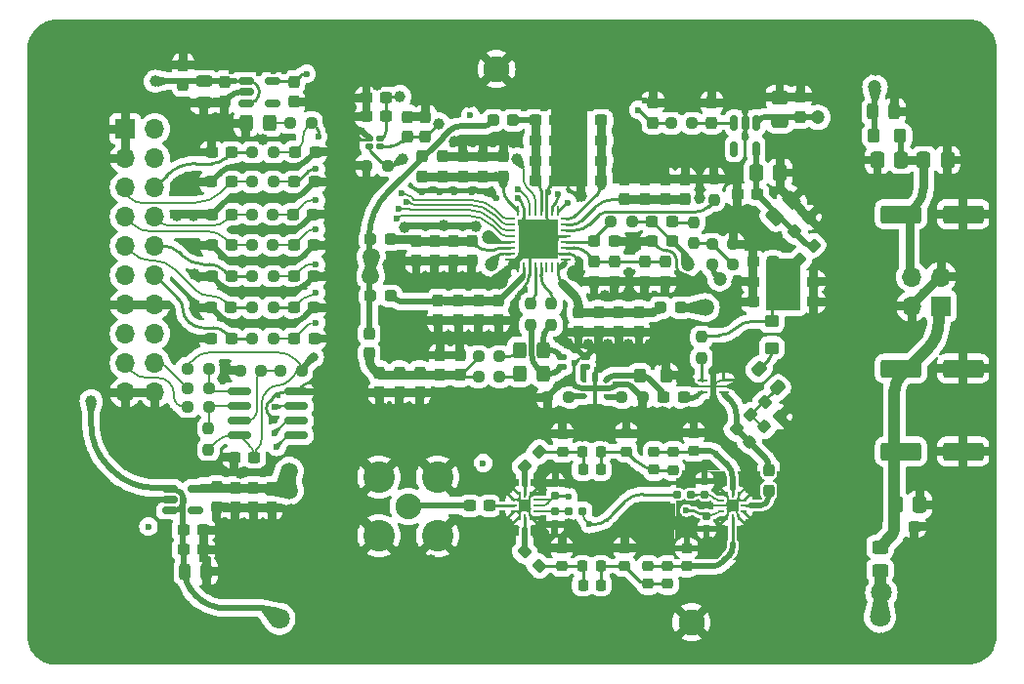
<source format=gbr>
%TF.GenerationSoftware,KiCad,Pcbnew,8.0.9-8.0.9-0~ubuntu22.04.1*%
%TF.CreationDate,2026-02-07T13:51:36+01:00*%
%TF.ProjectId,HW_0008_PrestoLO_rev01b,48575f30-3030-4385-9f50-726573746f4c,rev?*%
%TF.SameCoordinates,Original*%
%TF.FileFunction,Copper,L1,Top*%
%TF.FilePolarity,Positive*%
%FSLAX46Y46*%
G04 Gerber Fmt 4.6, Leading zero omitted, Abs format (unit mm)*
G04 Created by KiCad (PCBNEW 8.0.9-8.0.9-0~ubuntu22.04.1) date 2026-02-07 13:51:36*
%MOMM*%
%LPD*%
G01*
G04 APERTURE LIST*
G04 Aperture macros list*
%AMRoundRect*
0 Rectangle with rounded corners*
0 $1 Rounding radius*
0 $2 $3 $4 $5 $6 $7 $8 $9 X,Y pos of 4 corners*
0 Add a 4 corners polygon primitive as box body*
4,1,4,$2,$3,$4,$5,$6,$7,$8,$9,$2,$3,0*
0 Add four circle primitives for the rounded corners*
1,1,$1+$1,$2,$3*
1,1,$1+$1,$4,$5*
1,1,$1+$1,$6,$7*
1,1,$1+$1,$8,$9*
0 Add four rect primitives between the rounded corners*
20,1,$1+$1,$2,$3,$4,$5,0*
20,1,$1+$1,$4,$5,$6,$7,0*
20,1,$1+$1,$6,$7,$8,$9,0*
20,1,$1+$1,$8,$9,$2,$3,0*%
%AMOutline5P*
0 Free polygon, 5 corners , with rotation*
0 The origin of the aperture is its center*
0 number of corners: always 5*
0 $1 to $10 corner X, Y*
0 $11 Rotation angle, in degrees counterclockwise*
0 create outline with 5 corners*
4,1,5,$1,$2,$3,$4,$5,$6,$7,$8,$9,$10,$1,$2,$11*%
%AMOutline6P*
0 Free polygon, 6 corners , with rotation*
0 The origin of the aperture is its center*
0 number of corners: always 6*
0 $1 to $12 corner X, Y*
0 $13 Rotation angle, in degrees counterclockwise*
0 create outline with 6 corners*
4,1,6,$1,$2,$3,$4,$5,$6,$7,$8,$9,$10,$11,$12,$1,$2,$13*%
%AMOutline7P*
0 Free polygon, 7 corners , with rotation*
0 The origin of the aperture is its center*
0 number of corners: always 7*
0 $1 to $14 corner X, Y*
0 $15 Rotation angle, in degrees counterclockwise*
0 create outline with 7 corners*
4,1,7,$1,$2,$3,$4,$5,$6,$7,$8,$9,$10,$11,$12,$13,$14,$1,$2,$15*%
%AMOutline8P*
0 Free polygon, 8 corners , with rotation*
0 The origin of the aperture is its center*
0 number of corners: always 8*
0 $1 to $16 corner X, Y*
0 $17 Rotation angle, in degrees counterclockwise*
0 create outline with 8 corners*
4,1,8,$1,$2,$3,$4,$5,$6,$7,$8,$9,$10,$11,$12,$13,$14,$15,$16,$1,$2,$17*%
G04 Aperture macros list end*
%TA.AperFunction,SMDPad,CuDef*%
%ADD10RoundRect,0.237500X0.237500X-0.300000X0.237500X0.300000X-0.237500X0.300000X-0.237500X-0.300000X0*%
%TD*%
%TA.AperFunction,SMDPad,CuDef*%
%ADD11RoundRect,0.237500X-0.250000X-0.237500X0.250000X-0.237500X0.250000X0.237500X-0.250000X0.237500X0*%
%TD*%
%TA.AperFunction,SMDPad,CuDef*%
%ADD12RoundRect,0.237500X0.300000X0.237500X-0.300000X0.237500X-0.300000X-0.237500X0.300000X-0.237500X0*%
%TD*%
%TA.AperFunction,SMDPad,CuDef*%
%ADD13RoundRect,0.237500X-0.300000X-0.237500X0.300000X-0.237500X0.300000X0.237500X-0.300000X0.237500X0*%
%TD*%
%TA.AperFunction,SMDPad,CuDef*%
%ADD14RoundRect,0.155000X-0.155000X0.212500X-0.155000X-0.212500X0.155000X-0.212500X0.155000X0.212500X0*%
%TD*%
%TA.AperFunction,SMDPad,CuDef*%
%ADD15RoundRect,0.237500X-0.237500X0.300000X-0.237500X-0.300000X0.237500X-0.300000X0.237500X0.300000X0*%
%TD*%
%TA.AperFunction,SMDPad,CuDef*%
%ADD16RoundRect,0.225000X-0.250000X0.225000X-0.250000X-0.225000X0.250000X-0.225000X0.250000X0.225000X0*%
%TD*%
%TA.AperFunction,SMDPad,CuDef*%
%ADD17RoundRect,0.250000X0.275000X0.350000X-0.275000X0.350000X-0.275000X-0.350000X0.275000X-0.350000X0*%
%TD*%
%TA.AperFunction,SMDPad,CuDef*%
%ADD18RoundRect,0.237500X0.044194X0.380070X-0.380070X-0.044194X-0.044194X-0.380070X0.380070X0.044194X0*%
%TD*%
%TA.AperFunction,SMDPad,CuDef*%
%ADD19RoundRect,0.250000X-0.325000X-0.450000X0.325000X-0.450000X0.325000X0.450000X-0.325000X0.450000X0*%
%TD*%
%TA.AperFunction,SMDPad,CuDef*%
%ADD20RoundRect,0.237500X0.250000X0.237500X-0.250000X0.237500X-0.250000X-0.237500X0.250000X-0.237500X0*%
%TD*%
%TA.AperFunction,SMDPad,CuDef*%
%ADD21RoundRect,0.237500X0.237500X-0.250000X0.237500X0.250000X-0.237500X0.250000X-0.237500X-0.250000X0*%
%TD*%
%TA.AperFunction,SMDPad,CuDef*%
%ADD22RoundRect,0.237500X-0.237500X0.287500X-0.237500X-0.287500X0.237500X-0.287500X0.237500X0.287500X0*%
%TD*%
%TA.AperFunction,SMDPad,CuDef*%
%ADD23RoundRect,0.237500X-0.237500X0.250000X-0.237500X-0.250000X0.237500X-0.250000X0.237500X0.250000X0*%
%TD*%
%TA.AperFunction,SMDPad,CuDef*%
%ADD24RoundRect,0.225000X0.250000X-0.225000X0.250000X0.225000X-0.250000X0.225000X-0.250000X-0.225000X0*%
%TD*%
%TA.AperFunction,SMDPad,CuDef*%
%ADD25RoundRect,0.250000X-1.500000X-0.550000X1.500000X-0.550000X1.500000X0.550000X-1.500000X0.550000X0*%
%TD*%
%TA.AperFunction,SMDPad,CuDef*%
%ADD26RoundRect,0.250000X-0.475000X0.337500X-0.475000X-0.337500X0.475000X-0.337500X0.475000X0.337500X0*%
%TD*%
%TA.AperFunction,SMDPad,CuDef*%
%ADD27RoundRect,0.218750X-0.256250X0.218750X-0.256250X-0.218750X0.256250X-0.218750X0.256250X0.218750X0*%
%TD*%
%TA.AperFunction,SMDPad,CuDef*%
%ADD28RoundRect,0.250000X0.337500X0.475000X-0.337500X0.475000X-0.337500X-0.475000X0.337500X-0.475000X0*%
%TD*%
%TA.AperFunction,SMDPad,CuDef*%
%ADD29RoundRect,0.250000X0.350000X-0.275000X0.350000X0.275000X-0.350000X0.275000X-0.350000X-0.275000X0*%
%TD*%
%TA.AperFunction,SMDPad,CuDef*%
%ADD30RoundRect,0.250000X-0.337500X-0.475000X0.337500X-0.475000X0.337500X0.475000X-0.337500X0.475000X0*%
%TD*%
%TA.AperFunction,SMDPad,CuDef*%
%ADD31RoundRect,0.125000X0.325000X0.125000X-0.325000X0.125000X-0.325000X-0.125000X0.325000X-0.125000X0*%
%TD*%
%TA.AperFunction,SMDPad,CuDef*%
%ADD32RoundRect,0.218750X0.218750X0.256250X-0.218750X0.256250X-0.218750X-0.256250X0.218750X-0.256250X0*%
%TD*%
%TA.AperFunction,SMDPad,CuDef*%
%ADD33RoundRect,0.243750X0.243750X0.456250X-0.243750X0.456250X-0.243750X-0.456250X0.243750X-0.456250X0*%
%TD*%
%TA.AperFunction,SMDPad,CuDef*%
%ADD34RoundRect,0.237500X0.008839X0.344715X-0.344715X-0.008839X-0.008839X-0.344715X0.344715X0.008839X0*%
%TD*%
%TA.AperFunction,SMDPad,CuDef*%
%ADD35RoundRect,0.237500X-0.035355X-0.371231X0.371231X0.035355X0.035355X0.371231X-0.371231X-0.035355X0*%
%TD*%
%TA.AperFunction,SMDPad,CuDef*%
%ADD36RoundRect,0.150000X-0.512500X-0.150000X0.512500X-0.150000X0.512500X0.150000X-0.512500X0.150000X0*%
%TD*%
%TA.AperFunction,SMDPad,CuDef*%
%ADD37RoundRect,0.250000X-0.097227X0.574524X-0.574524X0.097227X0.097227X-0.574524X0.574524X-0.097227X0*%
%TD*%
%TA.AperFunction,SMDPad,CuDef*%
%ADD38RoundRect,0.155000X0.155000X-0.212500X0.155000X0.212500X-0.155000X0.212500X-0.155000X-0.212500X0*%
%TD*%
%TA.AperFunction,SMDPad,CuDef*%
%ADD39R,0.400000X0.400000*%
%TD*%
%TA.AperFunction,SMDPad,CuDef*%
%ADD40R,0.900000X0.400000*%
%TD*%
%TA.AperFunction,SMDPad,CuDef*%
%ADD41RoundRect,0.237500X-0.287500X-0.237500X0.287500X-0.237500X0.287500X0.237500X-0.287500X0.237500X0*%
%TD*%
%TA.AperFunction,SMDPad,CuDef*%
%ADD42RoundRect,0.062500X-0.375000X-0.062500X0.375000X-0.062500X0.375000X0.062500X-0.375000X0.062500X0*%
%TD*%
%TA.AperFunction,HeatsinkPad*%
%ADD43R,0.600000X1.370000*%
%TD*%
%TA.AperFunction,SMDPad,CuDef*%
%ADD44RoundRect,0.225000X-0.225000X-0.250000X0.225000X-0.250000X0.225000X0.250000X-0.225000X0.250000X0*%
%TD*%
%TA.AperFunction,SMDPad,CuDef*%
%ADD45RoundRect,0.237500X0.380070X-0.044194X-0.044194X0.380070X-0.380070X0.044194X0.044194X-0.380070X0*%
%TD*%
%TA.AperFunction,SMDPad,CuDef*%
%ADD46RoundRect,0.160000X-0.197500X-0.160000X0.197500X-0.160000X0.197500X0.160000X-0.197500X0.160000X0*%
%TD*%
%TA.AperFunction,ComponentPad*%
%ADD47C,2.286000*%
%TD*%
%TA.AperFunction,SMDPad,CuDef*%
%ADD48RoundRect,0.160000X0.197500X0.160000X-0.197500X0.160000X-0.197500X-0.160000X0.197500X-0.160000X0*%
%TD*%
%TA.AperFunction,SMDPad,CuDef*%
%ADD49RoundRect,0.062500X-0.062500X-0.175000X0.062500X-0.175000X0.062500X0.175000X-0.062500X0.175000X0*%
%TD*%
%TA.AperFunction,SMDPad,CuDef*%
%ADD50RoundRect,0.062500X-0.175000X0.062500X-0.175000X-0.062500X0.175000X-0.062500X0.175000X0.062500X0*%
%TD*%
%TA.AperFunction,SMDPad,CuDef*%
%ADD51Outline5P,-0.500000X0.300000X-0.300000X0.500000X0.500000X0.500000X0.500000X-0.500000X-0.500000X-0.500000X270.000000*%
%TD*%
%TA.AperFunction,SMDPad,CuDef*%
%ADD52RoundRect,0.150000X-0.150000X0.512500X-0.150000X-0.512500X0.150000X-0.512500X0.150000X0.512500X0*%
%TD*%
%TA.AperFunction,SMDPad,CuDef*%
%ADD53RoundRect,0.062500X0.062500X0.175000X-0.062500X0.175000X-0.062500X-0.175000X0.062500X-0.175000X0*%
%TD*%
%TA.AperFunction,SMDPad,CuDef*%
%ADD54RoundRect,0.062500X0.175000X-0.062500X0.175000X0.062500X-0.175000X0.062500X-0.175000X-0.062500X0*%
%TD*%
%TA.AperFunction,SMDPad,CuDef*%
%ADD55Outline5P,-0.500000X0.300000X-0.300000X0.500000X0.500000X0.500000X0.500000X-0.500000X-0.500000X-0.500000X90.000000*%
%TD*%
%TA.AperFunction,SMDPad,CuDef*%
%ADD56RoundRect,0.237500X0.287500X0.237500X-0.287500X0.237500X-0.287500X-0.237500X0.287500X-0.237500X0*%
%TD*%
%TA.AperFunction,SMDPad,CuDef*%
%ADD57RoundRect,0.250000X0.441942X0.053033X0.053033X0.441942X-0.441942X-0.053033X-0.053033X-0.441942X0*%
%TD*%
%TA.AperFunction,SMDPad,CuDef*%
%ADD58RoundRect,0.250000X0.450000X-0.325000X0.450000X0.325000X-0.450000X0.325000X-0.450000X-0.325000X0*%
%TD*%
%TA.AperFunction,SMDPad,CuDef*%
%ADD59RoundRect,0.243750X0.456250X-0.243750X0.456250X0.243750X-0.456250X0.243750X-0.456250X-0.243750X0*%
%TD*%
%TA.AperFunction,SMDPad,CuDef*%
%ADD60RoundRect,0.125000X0.175000X0.125000X-0.175000X0.125000X-0.175000X-0.125000X0.175000X-0.125000X0*%
%TD*%
%TA.AperFunction,SMDPad,CuDef*%
%ADD61RoundRect,0.062500X-0.350000X-0.062500X0.350000X-0.062500X0.350000X0.062500X-0.350000X0.062500X0*%
%TD*%
%TA.AperFunction,SMDPad,CuDef*%
%ADD62RoundRect,0.062500X-0.062500X-0.350000X0.062500X-0.350000X0.062500X0.350000X-0.062500X0.350000X0*%
%TD*%
%TA.AperFunction,HeatsinkPad*%
%ADD63C,0.600000*%
%TD*%
%TA.AperFunction,HeatsinkPad*%
%ADD64R,3.500000X3.500000*%
%TD*%
%TA.AperFunction,SMDPad,CuDef*%
%ADD65RoundRect,0.150000X0.825000X0.150000X-0.825000X0.150000X-0.825000X-0.150000X0.825000X-0.150000X0*%
%TD*%
%TA.AperFunction,ComponentPad*%
%ADD66R,1.700000X1.700000*%
%TD*%
%TA.AperFunction,ComponentPad*%
%ADD67O,1.700000X1.700000*%
%TD*%
%TA.AperFunction,ComponentPad*%
%ADD68C,2.240000*%
%TD*%
%TA.AperFunction,ComponentPad*%
%ADD69C,2.740000*%
%TD*%
%TA.AperFunction,ViaPad*%
%ADD70C,1.800000*%
%TD*%
%TA.AperFunction,ViaPad*%
%ADD71C,1.000000*%
%TD*%
%TA.AperFunction,ViaPad*%
%ADD72C,1.500000*%
%TD*%
%TA.AperFunction,ViaPad*%
%ADD73C,0.800000*%
%TD*%
%TA.AperFunction,ViaPad*%
%ADD74C,0.600000*%
%TD*%
%TA.AperFunction,ViaPad*%
%ADD75C,5.000000*%
%TD*%
%TA.AperFunction,ViaPad*%
%ADD76C,0.700000*%
%TD*%
%TA.AperFunction,ViaPad*%
%ADD77C,1.200000*%
%TD*%
%TA.AperFunction,Conductor*%
%ADD78C,0.507000*%
%TD*%
%TA.AperFunction,Conductor*%
%ADD79C,0.520000*%
%TD*%
%TA.AperFunction,Conductor*%
%ADD80C,0.254000*%
%TD*%
%TA.AperFunction,Conductor*%
%ADD81C,0.508000*%
%TD*%
%TA.AperFunction,Conductor*%
%ADD82C,1.000000*%
%TD*%
%TA.AperFunction,Conductor*%
%ADD83C,0.200000*%
%TD*%
%TA.AperFunction,Conductor*%
%ADD84C,0.762000*%
%TD*%
%TA.AperFunction,Conductor*%
%ADD85C,0.381000*%
%TD*%
G04 APERTURE END LIST*
D10*
%TO.P,C39,1*%
%TO.N,GND*%
X98800000Y-54462500D03*
%TO.P,C39,2*%
%TO.N,Net-(U2-V_{p})*%
X98800000Y-52737500D03*
%TD*%
%TO.P,C26,1*%
%TO.N,GND*%
X99100000Y-59600000D03*
%TO.P,C26,2*%
%TO.N,Net-(U2-AV_{DD})*%
X99100000Y-57875000D03*
%TD*%
%TO.P,C14,1*%
%TO.N,GND*%
X83100000Y-75862500D03*
%TO.P,C14,2*%
%TO.N,3V3_ADF*%
X83100000Y-74137500D03*
%TD*%
D11*
%TO.P,R18,1*%
%TO.N,Net-(R14-Pad2)*%
X122837500Y-53000000D03*
%TO.P,R18,2*%
%TO.N,GND*%
X124662500Y-53000000D03*
%TD*%
D12*
%TO.P,C98,1*%
%TO.N,GND*%
X131612500Y-58000000D03*
%TO.P,C98,2*%
%TO.N,Net-(C100-Pad2)*%
X129887500Y-58000000D03*
%TD*%
D13*
%TO.P,C58,1*%
%TO.N,GND*%
X111500000Y-45750000D03*
%TO.P,C58,2*%
%TO.N,Net-(U2-V_{REF})*%
X113225000Y-45750000D03*
%TD*%
D11*
%TO.P,R21,1*%
%TO.N,Net-(C60-Pad2)*%
X102587500Y-64500000D03*
%TO.P,R21,2*%
%TO.N,Net-(L5-Pad1)*%
X104412500Y-64500000D03*
%TD*%
D14*
%TO.P,C85,1*%
%TO.N,GND*%
X109250000Y-73732500D03*
%TO.P,C85,2*%
%TO.N,/3V3_LS*%
X109250000Y-74867500D03*
%TD*%
D15*
%TO.P,C105,1*%
%TO.N,GND*%
X98000000Y-41937500D03*
%TO.P,C105,2*%
%TO.N,Net-(U8-VDD)*%
X98000000Y-43662500D03*
%TD*%
D16*
%TO.P,C69,1*%
%TO.N,GND*%
X121250000Y-69400000D03*
%TO.P,C69,2*%
%TO.N,Net-(U101-RF1)*%
X121250000Y-70950000D03*
%TD*%
D15*
%TO.P,C83,1*%
%TO.N,GND*%
X130500000Y-40237500D03*
%TO.P,C83,2*%
%TO.N,/5V6*%
X130500000Y-41962500D03*
%TD*%
D14*
%TO.P,C52,1*%
%TO.N,GND*%
X122200000Y-73582500D03*
%TO.P,C52,2*%
%TO.N,Net-(U101-Vctl)*%
X122200000Y-74717500D03*
%TD*%
D13*
%TO.P,C61,1*%
%TO.N,GND*%
X111500000Y-44000000D03*
%TO.P,C61,2*%
%TO.N,Net-(U2-V_{REF})*%
X113225000Y-44000000D03*
%TD*%
D10*
%TO.P,C46,1*%
%TO.N,GND*%
X97200000Y-54462500D03*
%TO.P,C46,2*%
%TO.N,Net-(U2-V_{p})*%
X97200000Y-52737500D03*
%TD*%
D15*
%TO.P,C60,1*%
%TO.N,GND*%
X101000000Y-62637500D03*
%TO.P,C60,2*%
%TO.N,Net-(C60-Pad2)*%
X101000000Y-64362500D03*
%TD*%
D17*
%TO.P,L7,1*%
%TO.N,GND*%
X118850000Y-64400000D03*
%TO.P,L7,2*%
%TO.N,Net-(TR101-LO)*%
X116550000Y-64400000D03*
%TD*%
D18*
%TO.P,C95,1*%
%TO.N,GND*%
X131209880Y-50690120D03*
%TO.P,C95,2*%
%TO.N,Net-(U5-VOUT)*%
X129990120Y-51909880D03*
%TD*%
D19*
%TO.P,D1,1,K*%
%TO.N,GND*%
X82450000Y-42500000D03*
%TO.P,D1,2,A*%
%TO.N,Net-(D1-A)*%
X84500000Y-42500000D03*
%TD*%
D20*
%TO.P,R109,1*%
%TO.N,Net-(TR101-HI)*%
X110412500Y-66300000D03*
%TO.P,R109,2*%
%TO.N,GND*%
X108587500Y-66300000D03*
%TD*%
D21*
%TO.P,R32,1*%
%TO.N,3V3_ADF*%
X79200000Y-70812500D03*
%TO.P,R32,2*%
%TO.N,Net-(U7-SCL)*%
X79200000Y-68987500D03*
%TD*%
D22*
%TO.P,FB7,1*%
%TO.N,3V3_ADF*%
X97750000Y-45375000D03*
%TO.P,FB7,2*%
%TO.N,Net-(U2-SDV_{DD})*%
X97750000Y-47125000D03*
%TD*%
D20*
%TO.P,R17,1*%
%TO.N,Net-(U2-CP_{OUT})*%
X115912500Y-51000000D03*
%TO.P,R17,2*%
%TO.N,Net-(U2-V_{TUNE})*%
X114087500Y-51000000D03*
%TD*%
D23*
%TO.P,R19,1*%
%TO.N,Net-(U2-RF_{OUT}A+)*%
X107100000Y-58187500D03*
%TO.P,R19,2*%
%TO.N,Net-(L5-Pad2)*%
X107100000Y-60012500D03*
%TD*%
D11*
%TO.P,R110,1*%
%TO.N,Net-(TR101-MI)*%
X114987500Y-66300000D03*
%TO.P,R110,2*%
%TO.N,GND*%
X116812500Y-66300000D03*
%TD*%
D24*
%TO.P,C71,1*%
%TO.N,Net-(C71-Pad1)*%
X119000000Y-82475000D03*
%TO.P,C71,2*%
%TO.N,Net-(U101-RF2)*%
X119000000Y-80925000D03*
%TD*%
D11*
%TO.P,R6,1*%
%TO.N,CE*%
X82975000Y-58500000D03*
%TO.P,R6,2*%
%TO.N,Net-(U2-CE)*%
X84800000Y-58500000D03*
%TD*%
D16*
%TO.P,C75,1*%
%TO.N,GND*%
X115400000Y-69425000D03*
%TO.P,C75,2*%
%TO.N,Net-(C72-Pad1)*%
X115400000Y-70975000D03*
%TD*%
D10*
%TO.P,C24,1*%
%TO.N,GND*%
X111250000Y-60612500D03*
%TO.P,C24,2*%
%TO.N,Net-(C24-Pad2)*%
X111250000Y-58887500D03*
%TD*%
D25*
%TO.P,C125,1*%
%TO.N,Net-(J101-Pin_1)*%
X139200000Y-71000000D03*
%TO.P,C125,2*%
%TO.N,GND*%
X144600000Y-71000000D03*
%TD*%
D23*
%TO.P,R24,1*%
%TO.N,Net-(C100-Pad2)*%
X121919700Y-61067800D03*
%TO.P,R24,2*%
%TO.N,Net-(U6-EN)*%
X121919700Y-62892800D03*
%TD*%
D21*
%TO.P,R12,1*%
%TO.N,Net-(U2-R_{SET})*%
X123000000Y-49162500D03*
%TO.P,R12,2*%
%TO.N,GND*%
X123000000Y-47337500D03*
%TD*%
D26*
%TO.P,C82,1*%
%TO.N,GND*%
X128700000Y-40262500D03*
%TO.P,C82,2*%
%TO.N,/5V6*%
X128700000Y-42337500D03*
%TD*%
D27*
%TO.P,L1,1*%
%TO.N,Net-(U101-RF2)*%
X117300000Y-80912500D03*
%TO.P,L1,2*%
%TO.N,Net-(C71-Pad1)*%
X117300000Y-82487500D03*
%TD*%
D28*
%TO.P,C91,1*%
%TO.N,GND*%
X128737500Y-46800000D03*
%TO.P,C91,2*%
%TO.N,Net-(U5-VOUT)*%
X126662500Y-46800000D03*
%TD*%
D29*
%TO.P,L8,1*%
%TO.N,Net-(L8-Pad1)*%
X128000000Y-62000000D03*
%TO.P,L8,2*%
%TO.N,Net-(C100-Pad2)*%
X128000000Y-59700000D03*
%TD*%
D10*
%TO.P,C59,1*%
%TO.N,GND*%
X117000000Y-56250000D03*
%TO.P,C59,2*%
%TO.N,Net-(U2-TEMP)*%
X117000000Y-54525000D03*
%TD*%
D12*
%TO.P,C33,1*%
%TO.N,GND*%
X109225000Y-45750000D03*
%TO.P,C33,2*%
%TO.N,Net-(U2-DV_{DD})*%
X107500000Y-45750000D03*
%TD*%
D13*
%TO.P,C6,1*%
%TO.N,GND*%
X79475000Y-45037500D03*
%TO.P,C6,2*%
%TO.N,LD*%
X81200000Y-45037500D03*
%TD*%
%TO.P,C111,1*%
%TO.N,GND*%
X92887500Y-40300000D03*
%TO.P,C111,2*%
%TO.N,V_VCTCXO*%
X94612500Y-40300000D03*
%TD*%
D12*
%TO.P,C48,1*%
%TO.N,GND*%
X109225000Y-42250000D03*
%TO.P,C48,2*%
%TO.N,Net-(U2-DV_{DD})*%
X107500000Y-42250000D03*
%TD*%
%TO.P,C103,1*%
%TO.N,Net-(U102-RFC)*%
X103562500Y-75700000D03*
%TO.P,C103,2*%
%TO.N,Net-(J2-In)*%
X101837500Y-75700000D03*
%TD*%
D10*
%TO.P,C56,1*%
%TO.N,GND*%
X118750000Y-56250000D03*
%TO.P,C56,2*%
%TO.N,Net-(U2-TEMP)*%
X118750000Y-54525000D03*
%TD*%
D30*
%TO.P,C123,1*%
%TO.N,GND*%
X137162500Y-45700000D03*
%TO.P,C123,2*%
%TO.N,Net-(J101-Pin_4)*%
X139237500Y-45700000D03*
%TD*%
D31*
%TO.P,TR1,1*%
%TO.N,Net-(TR101-CO)*%
X111824999Y-63624999D03*
%TO.P,TR1,2,GND*%
%TO.N,GND*%
X111824999Y-62824999D03*
%TO.P,TR1,3*%
%TO.N,Net-(L6-Pad2)*%
X109824999Y-62824999D03*
%TO.P,TR1,4*%
%TO.N,Net-(L5-Pad2)*%
X109824999Y-63624999D03*
%TD*%
D13*
%TO.P,C3,1*%
%TO.N,GND*%
X79437500Y-47600000D03*
%TO.P,C3,2*%
%TO.N,Mute_RF*%
X81162500Y-47600000D03*
%TD*%
%TO.P,C57,1*%
%TO.N,GND*%
X117637500Y-52750000D03*
%TO.P,C57,2*%
%TO.N,Net-(U2-CP_{OUT})*%
X119362500Y-52750000D03*
%TD*%
D10*
%TO.P,C128,1*%
%TO.N,GND*%
X79900000Y-75825000D03*
%TO.P,C128,2*%
%TO.N,3V3_ADF*%
X79900000Y-74100000D03*
%TD*%
D12*
%TO.P,C15,1*%
%TO.N,GND*%
X88362500Y-61200000D03*
%TO.P,C15,2*%
%TO.N,Net-(U2-MUXOUT)*%
X86637500Y-61200000D03*
%TD*%
D32*
%TO.P,L4,1*%
%TO.N,Net-(C72-Pad1)*%
X113187500Y-71050000D03*
%TO.P,L4,2*%
%TO.N,Net-(C119-Pad1)*%
X111612500Y-71050000D03*
%TD*%
D13*
%TO.P,C55,1*%
%TO.N,GND*%
X111500000Y-47500000D03*
%TO.P,C55,2*%
%TO.N,Net-(U2-V_{REF})*%
X113225000Y-47500000D03*
%TD*%
D24*
%TO.P,C72,1*%
%TO.N,Net-(C72-Pad1)*%
X117800000Y-72575000D03*
%TO.P,C72,2*%
%TO.N,Net-(U101-RF1)*%
X117800000Y-71025000D03*
%TD*%
D33*
%TO.P,C1,1*%
%TO.N,GND*%
X79037500Y-81400000D03*
%TO.P,C1,2*%
%TO.N,/3V8*%
X77162500Y-81400000D03*
%TD*%
D34*
%TO.P,R105,1*%
%TO.N,Net-(C121-Pad2)*%
X127345235Y-68854765D03*
%TO.P,R105,2*%
%TO.N,Net-(U6-OUT)*%
X126054765Y-70145235D03*
%TD*%
D11*
%TO.P,R2,1*%
%TO.N,LD*%
X83012500Y-45037500D03*
%TO.P,R2,2*%
%TO.N,Net-(U2-LD)*%
X84837500Y-45037500D03*
%TD*%
%TO.P,R22,1*%
%TO.N,Net-(C60-Pad2)*%
X102587500Y-62750000D03*
%TO.P,R22,2*%
%TO.N,Net-(L6-Pad1)*%
X104412500Y-62750000D03*
%TD*%
D35*
%TO.P,FB11,1*%
%TO.N,Net-(C100-Pad2)*%
X130381282Y-54368718D03*
%TO.P,FB11,2*%
%TO.N,Net-(U5-VOUT)*%
X131618718Y-53131282D03*
%TD*%
D36*
%TO.P,U9,1,VIN*%
%TO.N,/3V8*%
X82462500Y-38850000D03*
%TO.P,U9,2,GND*%
%TO.N,GND*%
X82462500Y-39800000D03*
%TO.P,U9,3,EN*%
%TO.N,/3V8*%
X82462500Y-40750000D03*
%TO.P,U9,4,NC*%
%TO.N,unconnected-(U9-NC-Pad4)*%
X84737500Y-40750000D03*
%TO.P,U9,5,VOUT*%
%TO.N,3V3_VCTCXO*%
X84737500Y-38850000D03*
%TD*%
D12*
%TO.P,C21,1*%
%TO.N,GND*%
X88337500Y-53100000D03*
%TO.P,C21,2*%
%TO.N,Net-(U2-DATA)*%
X86612500Y-53100000D03*
%TD*%
D15*
%TO.P,C28,1*%
%TO.N,GND*%
X104750000Y-45387500D03*
%TO.P,C28,2*%
%TO.N,Net-(U2-SDV_{DD})*%
X104750000Y-47112500D03*
%TD*%
%TO.P,C76,1*%
%TO.N,GND*%
X99260000Y-62637500D03*
%TO.P,C76,2*%
%TO.N,Net-(C60-Pad2)*%
X99260000Y-64362500D03*
%TD*%
D10*
%TO.P,C30,1*%
%TO.N,GND*%
X113000000Y-60612500D03*
%TO.P,C30,2*%
%TO.N,Net-(C24-Pad2)*%
X113000000Y-58887500D03*
%TD*%
D37*
%TO.P,C97,1*%
%TO.N,GND*%
X129733623Y-49166377D03*
%TO.P,C97,2*%
%TO.N,Net-(U5-VOUT)*%
X128266377Y-50633623D03*
%TD*%
D12*
%TO.P,C64,1*%
%TO.N,Net-(C64-Pad1)*%
X119362500Y-51000000D03*
%TO.P,C64,2*%
%TO.N,Net-(U2-CP_{OUT})*%
X117637500Y-51000000D03*
%TD*%
D15*
%TO.P,C29,1*%
%TO.N,GND*%
X120500000Y-47387500D03*
%TO.P,C29,2*%
%TO.N,Net-(U2-V_{COM})*%
X120500000Y-49112500D03*
%TD*%
D10*
%TO.P,C47,1*%
%TO.N,GND*%
X104350000Y-59600000D03*
%TO.P,C47,2*%
%TO.N,Net-(U2-AV_{DD})*%
X104350000Y-57875000D03*
%TD*%
D13*
%TO.P,C66,1*%
%TO.N,GND*%
X111500000Y-42250000D03*
%TO.P,C66,2*%
%TO.N,Net-(U2-V_{REF})*%
X113225000Y-42250000D03*
%TD*%
D11*
%TO.P,R14,1*%
%TO.N,Net-(U2-SW)*%
X122837500Y-54750000D03*
%TO.P,R14,2*%
%TO.N,Net-(R14-Pad2)*%
X124662500Y-54750000D03*
%TD*%
D13*
%TO.P,C102,1*%
%TO.N,GND*%
X126387500Y-54500000D03*
%TO.P,C102,2*%
%TO.N,Net-(C100-Pad2)*%
X128112500Y-54500000D03*
%TD*%
D38*
%TO.P,C118,1*%
%TO.N,GND*%
X109200000Y-77317500D03*
%TO.P,C118,2*%
%TO.N,Net-(U102-Vctl)*%
X109200000Y-76182500D03*
%TD*%
D39*
%TO.P,TR101,1,HI*%
%TO.N,Net-(TR101-HI)*%
X111750000Y-66200000D03*
%TO.P,TR101,2,GND*%
%TO.N,GND*%
X112700000Y-66200000D03*
%TO.P,TR101,3,MI*%
%TO.N,Net-(TR101-MI)*%
X113650000Y-66200000D03*
%TO.P,TR101,4,GND*%
%TO.N,GND*%
X113650000Y-65500000D03*
%TO.P,TR101,5,LO*%
%TO.N,Net-(TR101-LO)*%
X113650000Y-64800000D03*
%TO.P,TR101,6,GND*%
%TO.N,GND*%
X112700000Y-64800000D03*
%TO.P,TR101,7,CO*%
%TO.N,Net-(TR101-CO)*%
X111750000Y-64800000D03*
%TO.P,TR101,8,GND*%
%TO.N,GND*%
X111750000Y-65500000D03*
D40*
%TO.P,TR101,9,GND*%
X112700000Y-65500000D03*
%TD*%
D20*
%TO.P,R37,1*%
%TO.N,Net-(U7-WP)*%
X83762500Y-63950000D03*
%TO.P,R37,2*%
%TO.N,GND*%
X81937500Y-63950000D03*
%TD*%
D41*
%TO.P,FB4,1*%
%TO.N,3V3_ADF*%
X93250000Y-52600000D03*
%TO.P,FB4,2*%
%TO.N,Net-(U2-V_{p})*%
X95000000Y-52600000D03*
%TD*%
D10*
%TO.P,C40,1*%
%TO.N,GND*%
X102600000Y-59600000D03*
%TO.P,C40,2*%
%TO.N,Net-(U2-AV_{DD})*%
X102600000Y-57875000D03*
%TD*%
D12*
%TO.P,C27,1*%
%TO.N,GND*%
X109225000Y-47500000D03*
%TO.P,C27,2*%
%TO.N,Net-(U2-DV_{DD})*%
X107500000Y-47500000D03*
%TD*%
D13*
%TO.P,C7,1*%
%TO.N,GND*%
X79425000Y-58500000D03*
%TO.P,C7,2*%
%TO.N,CE*%
X81150000Y-58500000D03*
%TD*%
D15*
%TO.P,C106,1*%
%TO.N,GND*%
X77000000Y-37475000D03*
%TO.P,C106,2*%
%TO.N,/3V8*%
X77000000Y-39200000D03*
%TD*%
D22*
%TO.P,FB2,1*%
%TO.N,3V3_ADF*%
X93125000Y-60750000D03*
%TO.P,FB2,2*%
%TO.N,Net-(C60-Pad2)*%
X93125000Y-62500000D03*
%TD*%
D13*
%TO.P,C93,1*%
%TO.N,GND*%
X125037500Y-48700000D03*
%TO.P,C93,2*%
%TO.N,Net-(U5-VOUT)*%
X126762500Y-48700000D03*
%TD*%
D23*
%TO.P,R15,1*%
%TO.N,Net-(C64-Pad1)*%
X121250000Y-51087500D03*
%TO.P,R15,2*%
%TO.N,Net-(R14-Pad2)*%
X121250000Y-52912500D03*
%TD*%
D15*
%TO.P,C49,1*%
%TO.N,GND*%
X99500000Y-45387500D03*
%TO.P,C49,2*%
%TO.N,Net-(U2-SDV_{DD})*%
X99500000Y-47112500D03*
%TD*%
D23*
%TO.P,R20,1*%
%TO.N,Net-(U2-RF_{OUT}A-)*%
X108900000Y-58187500D03*
%TO.P,R20,2*%
%TO.N,Net-(L6-Pad2)*%
X108900000Y-60012500D03*
%TD*%
D28*
%TO.P,C122,1*%
%TO.N,GND*%
X143237500Y-45700000D03*
%TO.P,C122,2*%
%TO.N,Net-(J101-Pin_4)*%
X141162500Y-45700000D03*
%TD*%
D13*
%TO.P,C92,1*%
%TO.N,GND*%
X92887500Y-41900000D03*
%TO.P,C92,2*%
%TO.N,V_VCTCXO*%
X94612500Y-41900000D03*
%TD*%
%TO.P,C100,1*%
%TO.N,GND*%
X126387500Y-56250000D03*
%TO.P,C100,2*%
%TO.N,Net-(C100-Pad2)*%
X128112500Y-56250000D03*
%TD*%
D16*
%TO.P,C74,1*%
%TO.N,GND*%
X115250000Y-79375000D03*
%TO.P,C74,2*%
%TO.N,Net-(C71-Pad1)*%
X115250000Y-80925000D03*
%TD*%
D10*
%TO.P,C73,1*%
%TO.N,GND*%
X94000000Y-65862500D03*
%TO.P,C73,2*%
%TO.N,Net-(C60-Pad2)*%
X94000000Y-64137500D03*
%TD*%
D13*
%TO.P,C11,1*%
%TO.N,GND*%
X79512500Y-53100000D03*
%TO.P,C11,2*%
%TO.N,DATA*%
X81237500Y-53100000D03*
%TD*%
D12*
%TO.P,C8,1*%
%TO.N,GND*%
X78762500Y-77800000D03*
%TO.P,C8,2*%
%TO.N,/3V8*%
X77037500Y-77800000D03*
%TD*%
D11*
%TO.P,R5,1*%
%TO.N,LE*%
X82975000Y-55800000D03*
%TO.P,R5,2*%
%TO.N,Net-(U2-LE)*%
X84800000Y-55800000D03*
%TD*%
D15*
%TO.P,C84,1*%
%TO.N,GND*%
X117700000Y-40737500D03*
%TO.P,C84,2*%
%TO.N,LO_Buff_EN*%
X117700000Y-42462500D03*
%TD*%
%TO.P,C43,1*%
%TO.N,GND*%
X117000000Y-47387500D03*
%TO.P,C43,2*%
%TO.N,Net-(U2-V_{COM})*%
X117000000Y-49112500D03*
%TD*%
D10*
%TO.P,C18,1*%
%TO.N,GND*%
X84700000Y-75862500D03*
%TO.P,C18,2*%
%TO.N,3V3_ADF*%
X84700000Y-74137500D03*
%TD*%
D16*
%TO.P,C68,1*%
%TO.N,GND*%
X120637500Y-79400000D03*
%TO.P,C68,2*%
%TO.N,Net-(U101-RF2)*%
X120637500Y-80950000D03*
%TD*%
D13*
%TO.P,C10,1*%
%TO.N,GND*%
X79437500Y-61200000D03*
%TO.P,C10,2*%
%TO.N,MUX*%
X81162500Y-61200000D03*
%TD*%
D42*
%TO.P,U6,1,EN*%
%TO.N,Net-(U6-EN)*%
X121982200Y-64820300D03*
%TO.P,U6,2,GND*%
%TO.N,GND*%
X121982200Y-65320300D03*
%TO.P,U6,3,IN*%
%TO.N,Net-(U6-IN)*%
X121982200Y-65820300D03*
%TO.P,U6,4,OUT*%
%TO.N,Net-(U6-OUT)*%
X123857200Y-65820300D03*
%TO.P,U6,5,GND*%
%TO.N,GND*%
X123857200Y-65320300D03*
%TO.P,U6,6,GND*%
X123857200Y-64820300D03*
D43*
%TO.P,U6,7,GND*%
X122919700Y-65320300D03*
%TD*%
D12*
%TO.P,C5,1*%
%TO.N,GND*%
X140362500Y-77500000D03*
%TO.P,C5,2*%
%TO.N,Net-(J101-Pin_1)*%
X138637500Y-77500000D03*
%TD*%
D20*
%TO.P,R34,1*%
%TO.N,3V3_ADF*%
X87262500Y-63950000D03*
%TO.P,R34,2*%
%TO.N,Net-(U7-WP)*%
X85437500Y-63950000D03*
%TD*%
D44*
%TO.P,C78,1*%
%TO.N,Net-(C119-Pad1)*%
X111637500Y-72575000D03*
%TO.P,C78,2*%
%TO.N,Net-(C72-Pad1)*%
X113187500Y-72575000D03*
%TD*%
D20*
%TO.P,R16,1*%
%TO.N,Net-(U2-LD)*%
X88107500Y-42465000D03*
%TO.P,R16,2*%
%TO.N,Net-(D1-A)*%
X86282500Y-42465000D03*
%TD*%
D44*
%TO.P,C77,1*%
%TO.N,Net-(C120-Pad1)*%
X111650000Y-82575000D03*
%TO.P,C77,2*%
%TO.N,Net-(C71-Pad1)*%
X113200000Y-82575000D03*
%TD*%
D15*
%TO.P,C50,1*%
%TO.N,GND*%
X115250000Y-47387500D03*
%TO.P,C50,2*%
%TO.N,Net-(U2-V_{COM})*%
X115250000Y-49112500D03*
%TD*%
D11*
%TO.P,R23,1*%
%TO.N,LO_Buff_EN*%
X119287500Y-42500000D03*
%TO.P,R23,2*%
%TO.N,Net-(U5-EN)*%
X121112500Y-42500000D03*
%TD*%
D20*
%TO.P,R36,1*%
%TO.N,Net-(U7-SCL)*%
X79225000Y-67100000D03*
%TO.P,R36,2*%
%TO.N,I2C_SCL*%
X77400000Y-67100000D03*
%TD*%
D45*
%TO.P,C121,1*%
%TO.N,GND*%
X128659880Y-67959880D03*
%TO.P,C121,2*%
%TO.N,Net-(C121-Pad2)*%
X127440120Y-66740120D03*
%TD*%
D10*
%TO.P,C25,1*%
%TO.N,GND*%
X102000000Y-54462500D03*
%TO.P,C25,2*%
%TO.N,Net-(U2-V_{p})*%
X102000000Y-52737500D03*
%TD*%
D46*
%TO.P,R101,1*%
%TO.N,Net-(C36-Pad2)*%
X119805000Y-74700000D03*
%TO.P,R101,2*%
%TO.N,Net-(U101-Vctl)*%
X121000000Y-74700000D03*
%TD*%
D19*
%TO.P,L5,1*%
%TO.N,Net-(L5-Pad1)*%
X106150000Y-64250000D03*
%TO.P,L5,2*%
%TO.N,Net-(L5-Pad2)*%
X108200000Y-64250000D03*
%TD*%
D15*
%TO.P,C35,1*%
%TO.N,GND*%
X118750000Y-47387500D03*
%TO.P,C35,2*%
%TO.N,Net-(U2-V_{COM})*%
X118750000Y-49112500D03*
%TD*%
D10*
%TO.P,C65,1*%
%TO.N,GND*%
X95750000Y-65862500D03*
%TO.P,C65,2*%
%TO.N,Net-(C60-Pad2)*%
X95750000Y-64137500D03*
%TD*%
D45*
%TO.P,C120,1*%
%TO.N,Net-(C120-Pad1)*%
X107834880Y-80909880D03*
%TO.P,C120,2*%
%TO.N,Net-(U102-RF1)*%
X106615120Y-79690120D03*
%TD*%
D35*
%TO.P,L10,1*%
%TO.N,Net-(U6-OUT)*%
X124931282Y-69018718D03*
%TO.P,L10,2*%
%TO.N,Net-(C121-Pad2)*%
X126168718Y-67781282D03*
%TD*%
D47*
%TO.P,J3,1,Shield*%
%TO.N,GND*%
X104150000Y-37800000D03*
X121050000Y-85800000D03*
%TD*%
D13*
%TO.P,C96,1*%
%TO.N,GND*%
X126387500Y-58000000D03*
%TO.P,C96,2*%
%TO.N,Net-(C100-Pad2)*%
X128112500Y-58000000D03*
%TD*%
D11*
%TO.P,R1,1*%
%TO.N,MUX*%
X82987500Y-61200000D03*
%TO.P,R1,2*%
%TO.N,Net-(U2-MUXOUT)*%
X84812500Y-61200000D03*
%TD*%
D28*
%TO.P,C2,1*%
%TO.N,GND*%
X140837500Y-75600000D03*
%TO.P,C2,2*%
%TO.N,Net-(J101-Pin_1)*%
X138762500Y-75600000D03*
%TD*%
D16*
%TO.P,C80,1*%
%TO.N,GND*%
X109875000Y-69475000D03*
%TO.P,C80,2*%
%TO.N,Net-(C119-Pad1)*%
X109875000Y-71025000D03*
%TD*%
D10*
%TO.P,C16,1*%
%TO.N,GND*%
X81500000Y-75862500D03*
%TO.P,C16,2*%
%TO.N,3V3_ADF*%
X81500000Y-74137500D03*
%TD*%
D48*
%TO.P,R102,1*%
%TO.N,Net-(C36-Pad2)*%
X111597500Y-76150000D03*
%TO.P,R102,2*%
%TO.N,Net-(U102-Vctl)*%
X110402500Y-76150000D03*
%TD*%
D12*
%TO.P,C99,1*%
%TO.N,GND*%
X131612500Y-56250000D03*
%TO.P,C99,2*%
%TO.N,Net-(C100-Pad2)*%
X129887500Y-56250000D03*
%TD*%
D49*
%TO.P,U102,1,GND*%
%TO.N,GND*%
X107137500Y-74737500D03*
%TO.P,U102,2,RF2*%
%TO.N,Net-(U102-RF2)*%
X106637500Y-74737500D03*
%TO.P,U102,3,GND*%
%TO.N,GND*%
X106137500Y-74737500D03*
D50*
%TO.P,U102,4,GND*%
X105675000Y-75200000D03*
%TO.P,U102,5,RFC*%
%TO.N,Net-(U102-RFC)*%
X105675000Y-75700000D03*
%TO.P,U102,6,GND*%
%TO.N,GND*%
X105675000Y-76200000D03*
D49*
%TO.P,U102,7,GND*%
X106137500Y-76662500D03*
%TO.P,U102,8,RF1*%
%TO.N,Net-(U102-RF1)*%
X106637500Y-76662500D03*
%TO.P,U102,9,GND*%
%TO.N,GND*%
X107137500Y-76662500D03*
D50*
%TO.P,U102,10,Vctl*%
%TO.N,Net-(U102-Vctl)*%
X107600000Y-76200000D03*
%TO.P,U102,11,LS*%
%TO.N,/3V3_LS*%
X107600000Y-75700000D03*
%TO.P,U102,12,Vcc*%
X107600000Y-75200000D03*
D51*
%TO.P,U102,EP,GND*%
%TO.N,GND*%
X106637500Y-75700000D03*
%TD*%
D10*
%TO.P,C45,1*%
%TO.N,GND*%
X116500000Y-60612500D03*
%TO.P,C45,2*%
%TO.N,Net-(C24-Pad2)*%
X116500000Y-58887500D03*
%TD*%
D52*
%TO.P,U5,1,VIN*%
%TO.N,/5V6*%
X126650000Y-42462500D03*
%TO.P,U5,2,GND*%
%TO.N,GND*%
X125700000Y-42462500D03*
%TO.P,U5,3,EN*%
%TO.N,Net-(U5-EN)*%
X124750000Y-42462500D03*
%TO.P,U5,4,NC*%
%TO.N,unconnected-(U5-NC-Pad4)*%
X124750000Y-44737500D03*
%TO.P,U5,5,VOUT*%
%TO.N,Net-(U5-VOUT)*%
X126650000Y-44737500D03*
%TD*%
D11*
%TO.P,R3,1*%
%TO.N,CLK*%
X82962500Y-50400000D03*
%TO.P,R3,2*%
%TO.N,Net-(U2-CLK)*%
X84787500Y-50400000D03*
%TD*%
D12*
%TO.P,C22,1*%
%TO.N,GND*%
X88237500Y-50400000D03*
%TO.P,C22,2*%
%TO.N,Net-(U2-CLK)*%
X86512500Y-50400000D03*
%TD*%
D53*
%TO.P,U101,1,GND*%
%TO.N,GND*%
X124100000Y-76675000D03*
%TO.P,U101,2,RF2*%
%TO.N,Net-(U101-RF2)*%
X124600000Y-76675000D03*
%TO.P,U101,3,GND*%
%TO.N,GND*%
X125100000Y-76675000D03*
D54*
%TO.P,U101,4,GND*%
X125562500Y-76212500D03*
%TO.P,U101,5,RFC*%
%TO.N,Net-(U101-RFC)*%
X125562500Y-75712500D03*
%TO.P,U101,6,GND*%
%TO.N,GND*%
X125562500Y-75212500D03*
D53*
%TO.P,U101,7,GND*%
X125100000Y-74750000D03*
%TO.P,U101,8,RF1*%
%TO.N,Net-(U101-RF1)*%
X124600000Y-74750000D03*
%TO.P,U101,9,GND*%
%TO.N,GND*%
X124100000Y-74750000D03*
D54*
%TO.P,U101,10,Vctl*%
%TO.N,Net-(U101-Vctl)*%
X123637500Y-75212500D03*
%TO.P,U101,11,LS*%
%TO.N,GND*%
X123637500Y-75712500D03*
%TO.P,U101,12,Vcc*%
%TO.N,Net-(U101-Vcc)*%
X123637500Y-76212500D03*
D55*
%TO.P,U101,EP,GND*%
%TO.N,GND*%
X124600000Y-75712500D03*
%TD*%
D15*
%TO.P,C89,1*%
%TO.N,GND*%
X122800000Y-40737500D03*
%TO.P,C89,2*%
%TO.N,Net-(U5-EN)*%
X122800000Y-42462500D03*
%TD*%
D11*
%TO.P,R33,1*%
%TO.N,3V3_ADF*%
X77387500Y-63800000D03*
%TO.P,R33,2*%
%TO.N,Net-(U7-SDA)*%
X79212500Y-63800000D03*
%TD*%
D12*
%TO.P,C12,1*%
%TO.N,GND*%
X88450000Y-44987500D03*
%TO.P,C12,2*%
%TO.N,Net-(U2-LD)*%
X86725000Y-44987500D03*
%TD*%
D25*
%TO.P,C126,1*%
%TO.N,Net-(J101-Pin_4)*%
X139200000Y-50400000D03*
%TO.P,C126,2*%
%TO.N,GND*%
X144600000Y-50400000D03*
%TD*%
D56*
%TO.P,FB3,1*%
%TO.N,3V3_ADF*%
X120125000Y-58500000D03*
%TO.P,FB3,2*%
%TO.N,Net-(C24-Pad2)*%
X118375000Y-58500000D03*
%TD*%
D57*
%TO.P,L9,1*%
%TO.N,Net-(C121-Pad2)*%
X128513173Y-65463173D03*
%TO.P,L9,2*%
%TO.N,Net-(L8-Pad1)*%
X126886827Y-63836827D03*
%TD*%
D13*
%TO.P,C9,1*%
%TO.N,GND*%
X79487500Y-55800000D03*
%TO.P,C9,2*%
%TO.N,LE*%
X81212500Y-55800000D03*
%TD*%
D20*
%TO.P,R35,1*%
%TO.N,Net-(U7-SDA)*%
X79212500Y-65500000D03*
%TO.P,R35,2*%
%TO.N,I2C_SDA*%
X77387500Y-65500000D03*
%TD*%
D58*
%TO.P,FB1,1*%
%TO.N,/3V8*%
X137400000Y-81325000D03*
%TO.P,FB1,2*%
%TO.N,Net-(J101-Pin_1)*%
X137400000Y-79275000D03*
%TD*%
D59*
%TO.P,C109,1*%
%TO.N,GND*%
X78800000Y-40737500D03*
%TO.P,C109,2*%
%TO.N,/3V8*%
X78800000Y-38862500D03*
%TD*%
D15*
%TO.P,C94,1*%
%TO.N,Net-(U6-OUT)*%
X127750000Y-72637500D03*
%TO.P,C94,2*%
%TO.N,Net-(U101-RFC)*%
X127750000Y-74362500D03*
%TD*%
D41*
%TO.P,FB5,1*%
%TO.N,3V3_ADF*%
X93250000Y-57500000D03*
%TO.P,FB5,2*%
%TO.N,Net-(U2-AV_{DD})*%
X95000000Y-57500000D03*
%TD*%
D32*
%TO.P,L3,1*%
%TO.N,Net-(C71-Pad1)*%
X113187500Y-80950000D03*
%TO.P,L3,2*%
%TO.N,Net-(C120-Pad1)*%
X111612500Y-80950000D03*
%TD*%
D12*
%TO.P,C101,1*%
%TO.N,3V3_ADF*%
X83162500Y-71500000D03*
%TO.P,C101,2*%
%TO.N,GND*%
X81437500Y-71500000D03*
%TD*%
D25*
%TO.P,C124,1*%
%TO.N,Net-(J101-Pin_1)*%
X139200000Y-63800000D03*
%TO.P,C124,2*%
%TO.N,GND*%
X144600000Y-63800000D03*
%TD*%
D17*
%TO.P,FB12,1*%
%TO.N,Net-(J101-Pin_4)*%
X139150000Y-43600000D03*
%TO.P,FB12,2*%
%TO.N,/5V6*%
X136850000Y-43600000D03*
%TD*%
D10*
%TO.P,C108,1*%
%TO.N,GND*%
X86600000Y-40662500D03*
%TO.P,C108,2*%
%TO.N,3V3_VCTCXO*%
X86600000Y-38937500D03*
%TD*%
D18*
%TO.P,C119,1*%
%TO.N,Net-(C119-Pad1)*%
X107834880Y-71040120D03*
%TO.P,C119,2*%
%TO.N,Net-(U102-RF2)*%
X106615120Y-72259880D03*
%TD*%
D41*
%TO.P,FB6,1*%
%TO.N,3V3_ADF*%
X103875000Y-42250000D03*
%TO.P,FB6,2*%
%TO.N,Net-(U2-DV_{DD})*%
X105625000Y-42250000D03*
%TD*%
D12*
%TO.P,C19,1*%
%TO.N,GND*%
X88350000Y-58500000D03*
%TO.P,C19,2*%
%TO.N,Net-(U2-CE)*%
X86625000Y-58500000D03*
%TD*%
D60*
%TO.P,U8,1,VC*%
%TO.N,V_VCTCXO*%
X94100000Y-43800000D03*
%TO.P,U8,2,GND*%
%TO.N,GND*%
X93100000Y-43800000D03*
%TO.P,U8,3,OUT*%
%TO.N,VCTCXO_Out*%
X93100000Y-44500000D03*
%TO.P,U8,4,VDD*%
%TO.N,Net-(U8-VDD)*%
X94100000Y-44500000D03*
%TD*%
D10*
%TO.P,C67,1*%
%TO.N,GND*%
X112612500Y-56250000D03*
%TO.P,C67,2*%
%TO.N,Net-(U2-TEMP)*%
X112612500Y-54525000D03*
%TD*%
D36*
%TO.P,U1,1,VIN*%
%TO.N,/3V8*%
X75825000Y-74200000D03*
%TO.P,U1,2,GND*%
%TO.N,GND*%
X75825000Y-75150000D03*
%TO.P,U1,3,EN*%
%TO.N,/3V8*%
X75825000Y-76100000D03*
%TO.P,U1,4,NC*%
%TO.N,unconnected-(U1-NC-Pad4)*%
X78100000Y-76100000D03*
%TO.P,U1,5,VOUT*%
%TO.N,3V3_ADF*%
X78100000Y-74200000D03*
%TD*%
D11*
%TO.P,R4,1*%
%TO.N,DATA*%
X82962500Y-53100000D03*
%TO.P,R4,2*%
%TO.N,Net-(U2-DATA)*%
X84787500Y-53100000D03*
%TD*%
D12*
%TO.P,C4,1*%
%TO.N,GND*%
X78762500Y-79500000D03*
%TO.P,C4,2*%
%TO.N,/3V8*%
X77037500Y-79500000D03*
%TD*%
D13*
%TO.P,C13,1*%
%TO.N,GND*%
X79512500Y-50400000D03*
%TO.P,C13,2*%
%TO.N,CLK*%
X81237500Y-50400000D03*
%TD*%
D61*
%TO.P,U2,1,CLK*%
%TO.N,Net-(U2-CLK)*%
X105312500Y-50812500D03*
%TO.P,U2,2,DATA*%
%TO.N,Net-(U2-DATA)*%
X105312500Y-51312500D03*
%TO.P,U2,3,LE*%
%TO.N,Net-(U2-LE)*%
X105312500Y-51812500D03*
%TO.P,U2,4,CE*%
%TO.N,Net-(U2-CE)*%
X105312500Y-52312500D03*
%TO.P,U2,5,SW*%
%TO.N,Net-(U2-SW)*%
X105312500Y-52812500D03*
%TO.P,U2,6,V_{p}*%
%TO.N,Net-(U2-V_{p})*%
X105312500Y-53312500D03*
%TO.P,U2,7,CP_{OUT}*%
%TO.N,Net-(U2-CP_{OUT})*%
X105312500Y-53812500D03*
%TO.P,U2,8,CP_{GND}*%
%TO.N,GND*%
X105312500Y-54312500D03*
D62*
%TO.P,U2,9,AGND*%
X106000000Y-55000000D03*
%TO.P,U2,10,AV_{DD}*%
%TO.N,Net-(U2-AV_{DD})*%
X106500000Y-55000000D03*
%TO.P,U2,11,AGND_{VCO}*%
%TO.N,GND*%
X107000000Y-55000000D03*
%TO.P,U2,12,RF_{OUT}A+*%
%TO.N,Net-(U2-RF_{OUT}A+)*%
X107500000Y-55000000D03*
%TO.P,U2,13,RF_{OUT}A-*%
%TO.N,Net-(U2-RF_{OUT}A-)*%
X108000000Y-55000000D03*
%TO.P,U2,14,RF_{OUT}B+*%
%TO.N,unconnected-(U2-RF_{OUT}B+-Pad14)*%
X108500000Y-55000000D03*
%TO.P,U2,15,RF_{OUT}B-*%
%TO.N,unconnected-(U2-RF_{OUT}B--Pad15)*%
X109000000Y-55000000D03*
%TO.P,U2,16,V_{VCO}*%
%TO.N,Net-(C24-Pad2)*%
X109500000Y-55000000D03*
D61*
%TO.P,U2,17,V_{VCO}*%
X110187500Y-54312500D03*
%TO.P,U2,18,AGND_{VCO}*%
%TO.N,GND*%
X110187500Y-53812500D03*
%TO.P,U2,19,TEMP*%
%TO.N,Net-(U2-TEMP)*%
X110187500Y-53312500D03*
%TO.P,U2,20,V_{TUNE}*%
%TO.N,Net-(U2-V_{TUNE})*%
X110187500Y-52812500D03*
%TO.P,U2,21,AGND_{VCO}*%
%TO.N,GND*%
X110187500Y-52312500D03*
%TO.P,U2,22,R_{SET}*%
%TO.N,Net-(U2-R_{SET})*%
X110187500Y-51812500D03*
%TO.P,U2,23,V_{COM}*%
%TO.N,Net-(U2-V_{COM})*%
X110187500Y-51312500D03*
%TO.P,U2,24,V_{REF}*%
%TO.N,Net-(U2-V_{REF})*%
X110187500Y-50812500D03*
D62*
%TO.P,U2,25,LD*%
%TO.N,Net-(U2-LD)*%
X109500000Y-50125000D03*
%TO.P,U2,26,PDB_{RF}*%
%TO.N,Net-(U2-PDB_{RF})*%
X109000000Y-50125000D03*
%TO.P,U2,27,DGND*%
%TO.N,GND*%
X108500000Y-50125000D03*
%TO.P,U2,28,DV_{DD}*%
%TO.N,Net-(U2-DV_{DD})*%
X108000000Y-50125000D03*
%TO.P,U2,29,REF_{IN}*%
%TO.N,Net-(U2-REF_{IN})*%
X107500000Y-50125000D03*
%TO.P,U2,30,MUXOUT*%
%TO.N,Net-(U2-MUXOUT)*%
X107000000Y-50125000D03*
%TO.P,U2,31,SD_{GND}*%
%TO.N,GND*%
X106500000Y-50125000D03*
%TO.P,U2,32,SDV_{DD}*%
%TO.N,Net-(U2-SDV_{DD})*%
X106000000Y-50125000D03*
D63*
%TO.P,U2,33,PAD*%
%TO.N,GND*%
X106300000Y-51112500D03*
X106300000Y-54012500D03*
X107750000Y-51112500D03*
D64*
X107750000Y-52562500D03*
D63*
X107750000Y-54012500D03*
X109200000Y-51112500D03*
X109200000Y-54012500D03*
%TD*%
D10*
%TO.P,C63,1*%
%TO.N,GND*%
X97500000Y-65862500D03*
%TO.P,C63,2*%
%TO.N,Net-(C60-Pad2)*%
X97500000Y-64137500D03*
%TD*%
D11*
%TO.P,R7,1*%
%TO.N,Mute_RF*%
X82987500Y-47600000D03*
%TO.P,R7,2*%
%TO.N,Net-(U2-PDB_{RF})*%
X84812500Y-47600000D03*
%TD*%
D65*
%TO.P,U7,1,A0*%
%TO.N,Net-(U7-A0)*%
X86825000Y-69605000D03*
%TO.P,U7,2,A1*%
%TO.N,Net-(U7-A1)*%
X86825000Y-68335000D03*
%TO.P,U7,3,A2*%
%TO.N,Net-(U7-A2)*%
X86825000Y-67065000D03*
%TO.P,U7,4,GND*%
%TO.N,GND*%
X86825000Y-65795000D03*
%TO.P,U7,5,SDA*%
%TO.N,Net-(U7-SDA)*%
X81875000Y-65795000D03*
%TO.P,U7,6,SCL*%
%TO.N,Net-(U7-SCL)*%
X81875000Y-67065000D03*
%TO.P,U7,7,WP*%
%TO.N,Net-(U7-WP)*%
X81875000Y-68335000D03*
%TO.P,U7,8,VCC*%
%TO.N,3V3_ADF*%
X81875000Y-69605000D03*
%TD*%
D15*
%TO.P,C42,1*%
%TO.N,GND*%
X101250000Y-45387500D03*
%TO.P,C42,2*%
%TO.N,Net-(U2-SDV_{DD})*%
X101250000Y-47112500D03*
%TD*%
D12*
%TO.P,C20,1*%
%TO.N,GND*%
X88350000Y-55800000D03*
%TO.P,C20,2*%
%TO.N,Net-(U2-LE)*%
X86625000Y-55800000D03*
%TD*%
D10*
%TO.P,C31,1*%
%TO.N,GND*%
X100400000Y-54462500D03*
%TO.P,C31,2*%
%TO.N,Net-(U2-V_{p})*%
X100400000Y-52737500D03*
%TD*%
D16*
%TO.P,C79,1*%
%TO.N,GND*%
X109825000Y-79375000D03*
%TO.P,C79,2*%
%TO.N,Net-(C120-Pad1)*%
X109825000Y-80925000D03*
%TD*%
D38*
%TO.P,C53,1*%
%TO.N,GND*%
X122350000Y-77717500D03*
%TO.P,C53,2*%
%TO.N,Net-(U101-Vcc)*%
X122350000Y-76582500D03*
%TD*%
D33*
%TO.P,C81,1*%
%TO.N,GND*%
X138637500Y-41500000D03*
%TO.P,C81,2*%
%TO.N,/5V6*%
X136762500Y-41500000D03*
%TD*%
D13*
%TO.P,C86,1*%
%TO.N,Net-(TR101-LO)*%
X118637500Y-66300000D03*
%TO.P,C86,2*%
%TO.N,Net-(U6-IN)*%
X120362500Y-66300000D03*
%TD*%
D12*
%TO.P,C70,1*%
%TO.N,GND*%
X114362500Y-52750000D03*
%TO.P,C70,2*%
%TO.N,Net-(U2-V_{TUNE})*%
X112637500Y-52750000D03*
%TD*%
%TO.P,C17,1*%
%TO.N,GND*%
X88362500Y-47600000D03*
%TO.P,C17,2*%
%TO.N,Net-(U2-PDB_{RF})*%
X86637500Y-47600000D03*
%TD*%
D27*
%TO.P,L2,1*%
%TO.N,Net-(U101-RF1)*%
X119500000Y-71012500D03*
%TO.P,L2,2*%
%TO.N,Net-(C72-Pad1)*%
X119500000Y-72587500D03*
%TD*%
D10*
%TO.P,C62,1*%
%TO.N,GND*%
X114362500Y-56250000D03*
%TO.P,C62,2*%
%TO.N,Net-(U2-TEMP)*%
X114362500Y-54525000D03*
%TD*%
D12*
%TO.P,C41,1*%
%TO.N,GND*%
X109225000Y-44000000D03*
%TO.P,C41,2*%
%TO.N,Net-(U2-DV_{DD})*%
X107500000Y-44000000D03*
%TD*%
D15*
%TO.P,C104,1*%
%TO.N,GND*%
X96400000Y-41937499D03*
%TO.P,C104,2*%
%TO.N,Net-(U8-VDD)*%
X96400000Y-43662501D03*
%TD*%
D20*
%TO.P,R108,1*%
%TO.N,VCTCXO_Out*%
X94712500Y-46200000D03*
%TO.P,R108,2*%
%TO.N,GND*%
X92887500Y-46200000D03*
%TD*%
D19*
%TO.P,L6,1*%
%TO.N,Net-(L6-Pad1)*%
X106175000Y-62200000D03*
%TO.P,L6,2*%
%TO.N,Net-(L6-Pad2)*%
X108225000Y-62200000D03*
%TD*%
D15*
%TO.P,C34,1*%
%TO.N,GND*%
X103000000Y-45387500D03*
%TO.P,C34,2*%
%TO.N,Net-(U2-SDV_{DD})*%
X103000000Y-47112500D03*
%TD*%
D10*
%TO.P,C38,1*%
%TO.N,GND*%
X114750000Y-60612500D03*
%TO.P,C38,2*%
%TO.N,Net-(C24-Pad2)*%
X114750000Y-58887500D03*
%TD*%
%TO.P,C32,1*%
%TO.N,GND*%
X100850000Y-59600000D03*
%TO.P,C32,2*%
%TO.N,Net-(U2-AV_{DD})*%
X100850000Y-57875000D03*
%TD*%
%TO.P,C107,1*%
%TO.N,GND*%
X80600000Y-40662500D03*
%TO.P,C107,2*%
%TO.N,/3V8*%
X80600000Y-38937500D03*
%TD*%
D66*
%TO.P,J1,1,Pin_1*%
%TO.N,GND*%
X72000000Y-43000000D03*
D67*
%TO.P,J1,2,Pin_2*%
%TO.N,unconnected-(J1-Pin_2-Pad2)*%
X74540000Y-43000000D03*
%TO.P,J1,3,Pin_3*%
%TO.N,GND*%
X72000000Y-45540000D03*
%TO.P,J1,4,Pin_4*%
%TO.N,Fref_IN*%
X74540000Y-45540000D03*
%TO.P,J1,5,Pin_5*%
%TO.N,Mute_RF*%
X72000000Y-48080000D03*
%TO.P,J1,6,Pin_6*%
%TO.N,LD*%
X74540000Y-48080000D03*
%TO.P,J1,7,Pin_7*%
%TO.N,DATA*%
X72000000Y-50620000D03*
%TO.P,J1,8,Pin_8*%
%TO.N,CLK*%
X74540000Y-50620000D03*
%TO.P,J1,9,Pin_9*%
%TO.N,CE*%
X72000000Y-53160000D03*
%TO.P,J1,10,Pin_10*%
%TO.N,LE*%
X74540000Y-53160000D03*
%TO.P,J1,11,Pin_11*%
%TO.N,unconnected-(J1-Pin_11-Pad11)*%
X72000000Y-55700000D03*
%TO.P,J1,12,Pin_12*%
%TO.N,MUX*%
X74540000Y-55700000D03*
%TO.P,J1,13,Pin_13*%
%TO.N,GND*%
X72000000Y-58240000D03*
%TO.P,J1,14,Pin_14*%
X74540000Y-58240000D03*
%TO.P,J1,15,Pin_15*%
%TO.N,LO_Buff_EN*%
X72000000Y-60780000D03*
%TO.P,J1,16,Pin_16*%
%TO.N,~{RX_{EN}}*%
X74540000Y-60780000D03*
%TO.P,J1,17,Pin_17*%
%TO.N,I2C_SCL*%
X72000000Y-63320000D03*
%TO.P,J1,18,Pin_18*%
%TO.N,I2C_SDA*%
X74540000Y-63320000D03*
%TO.P,J1,19,Pin_19*%
%TO.N,GND*%
X72000000Y-65860000D03*
%TO.P,J1,20,Pin_20*%
X74540000Y-65860000D03*
%TD*%
D66*
%TO.P,J101,1,Pin_1*%
%TO.N,Net-(J101-Pin_1)*%
X142675000Y-58375000D03*
D67*
%TO.P,J101,2,Pin_2*%
%TO.N,GND*%
X142675000Y-55835000D03*
%TO.P,J101,3,Pin_3*%
X140135000Y-58375000D03*
%TO.P,J101,4,Pin_4*%
%TO.N,Net-(J101-Pin_4)*%
X140135000Y-55835000D03*
%TD*%
D68*
%TO.P,J2,1,In*%
%TO.N,Net-(J2-In)*%
X96500000Y-75750000D03*
D69*
%TO.P,J2,2,Ext*%
%TO.N,GND*%
X93960000Y-73210000D03*
X93960000Y-78290000D03*
X99040000Y-73210000D03*
X99040000Y-78290000D03*
%TD*%
D70*
%TO.N,/3V8*%
X85336136Y-85500000D03*
X137400000Y-85350000D03*
D71*
X69037500Y-66600000D03*
X74600000Y-38862500D03*
D70*
X137500000Y-83250000D03*
D71*
%TO.N,GND*%
X101000000Y-70000000D03*
X89800000Y-58250000D03*
X126100000Y-72000000D03*
D72*
X124414433Y-85800000D03*
D71*
X85000000Y-89000000D03*
X78000000Y-58600000D03*
X83500000Y-89000000D03*
D72*
X145700000Y-45100000D03*
D71*
X105050000Y-80950000D03*
X75400000Y-70600000D03*
D72*
X116891658Y-35600000D03*
D71*
X121000000Y-89000000D03*
D73*
X97800000Y-35400000D03*
D71*
X100500000Y-44062500D03*
D72*
X116365380Y-67800000D03*
D74*
X107500000Y-66300000D03*
D71*
X89500000Y-89000000D03*
D72*
X67000000Y-42382352D03*
D71*
X88250000Y-79500000D03*
D72*
X138241176Y-35600000D03*
D71*
X102400000Y-51500000D03*
D74*
X83750000Y-54500000D03*
D71*
X120169700Y-62230300D03*
X109000000Y-89000000D03*
X120800000Y-73500000D03*
X84700000Y-78500000D03*
D74*
X85750000Y-51750000D03*
D72*
X117797057Y-85900000D03*
D71*
X124250000Y-82350000D03*
D72*
X129304807Y-85800000D03*
X118576918Y-67800000D03*
X113400000Y-79200000D03*
D71*
X98800000Y-40200000D03*
D74*
X85500000Y-57000000D03*
D71*
X98700000Y-56000000D03*
X105050000Y-77550000D03*
X80500000Y-81500000D03*
D72*
X103125935Y-85900000D03*
D74*
X81203284Y-37994963D03*
D71*
X124500000Y-70750000D03*
D72*
X145700000Y-53400000D03*
D71*
X73000000Y-89000000D03*
D72*
X76650000Y-86500000D03*
X114323528Y-38000000D03*
D71*
X118750000Y-46000000D03*
X94000000Y-89000000D03*
X88250000Y-81250000D03*
X82000000Y-72900000D03*
D72*
X116764704Y-38000000D03*
D71*
X67125000Y-62900000D03*
D72*
X107000000Y-38000000D03*
D71*
X128550000Y-70200000D03*
X102000000Y-72750000D03*
D74*
X106000000Y-49000000D03*
D71*
X89750000Y-50500000D03*
D72*
X90500000Y-69356618D03*
D71*
X114600000Y-41300000D03*
X102000000Y-80550000D03*
D75*
X142500000Y-40000000D03*
D71*
X104300000Y-61000000D03*
X80600000Y-63500000D03*
X91900000Y-59000000D03*
X105600000Y-44200000D03*
X67200000Y-66700000D03*
D72*
X67000000Y-52147056D03*
D71*
X99250000Y-70000000D03*
X103700000Y-77200000D03*
X120100000Y-40500000D03*
X92400000Y-81500000D03*
X139000000Y-89000000D03*
D74*
X83600000Y-38200000D03*
D72*
X143300000Y-77600000D03*
D74*
X108250000Y-41250000D03*
D72*
X65000000Y-54764712D03*
X117250000Y-76550000D03*
D73*
X88248152Y-35400000D03*
D74*
X85750000Y-54500000D03*
D72*
X134500000Y-73544120D03*
X117350000Y-69250000D03*
X123919700Y-63230300D03*
X109727772Y-35600000D03*
X128882360Y-38000000D03*
D74*
X122300000Y-75700000D03*
X82000000Y-59750000D03*
D72*
X74400000Y-84500000D03*
D71*
X80500000Y-89000000D03*
D72*
X114503696Y-35600000D03*
D71*
X96400000Y-59400000D03*
D72*
X114153842Y-67800000D03*
D71*
X88000000Y-89000000D03*
D72*
X143400000Y-68600000D03*
X145700000Y-58282352D03*
D74*
X112900000Y-63900000D03*
D72*
X145600000Y-77600000D03*
X104900000Y-69900000D03*
D74*
X108627000Y-48500000D03*
D71*
X69000000Y-72800000D03*
D74*
X102000000Y-48500000D03*
D71*
X117950000Y-44100000D03*
X89750000Y-52750000D03*
X111500000Y-48800000D03*
X99400000Y-81500000D03*
D72*
X134400000Y-37900000D03*
X121667582Y-35600000D03*
D71*
X137500000Y-89000000D03*
X76000000Y-89000000D03*
D72*
X90500000Y-78952206D03*
X130750000Y-75058824D03*
X107339810Y-35600000D03*
D71*
X121750000Y-47500000D03*
X82500000Y-81500000D03*
X110300000Y-44900000D03*
X83900000Y-43900000D03*
X96500000Y-78300000D03*
D74*
X117900000Y-57300000D03*
D72*
X145700000Y-73200000D03*
X130750000Y-65000000D03*
D74*
X117750000Y-46250000D03*
D72*
X119279620Y-35600000D03*
D71*
X101600000Y-79000000D03*
D72*
X100884614Y-67500000D03*
D71*
X127000000Y-89000000D03*
D72*
X105571122Y-85900000D03*
X111882352Y-38000000D03*
D71*
X77400000Y-61200000D03*
D72*
X121647056Y-38000000D03*
X130750000Y-72441176D03*
D71*
X76500000Y-50500000D03*
D72*
X133607392Y-35600000D03*
D71*
X100800000Y-61000000D03*
X121400000Y-44100000D03*
X82000000Y-89000000D03*
X80500000Y-80200000D03*
X131050000Y-62100000D03*
D72*
X65000000Y-66970592D03*
X134500000Y-85750000D03*
D74*
X100500000Y-48500000D03*
D71*
X102000000Y-71050000D03*
D72*
X130750000Y-77500000D03*
D71*
X115500000Y-57500000D03*
X126800000Y-40300000D03*
X132300000Y-49600000D03*
D72*
X65000000Y-44882352D03*
D71*
X94750000Y-61500000D03*
D72*
X109441176Y-38000000D03*
D71*
X133000000Y-89000000D03*
X109800000Y-82600000D03*
D73*
X83472228Y-35400000D03*
D71*
X77887500Y-50500000D03*
X112000000Y-89000000D03*
X131000000Y-59850000D03*
D72*
X134500000Y-63779416D03*
X126441176Y-38000000D03*
X93345187Y-85900000D03*
X107600000Y-69250000D03*
D74*
X128300000Y-48400000D03*
X84800000Y-71800000D03*
D71*
X126000000Y-79650000D03*
D72*
X65000000Y-64529416D03*
D71*
X116500000Y-89000000D03*
D72*
X125516060Y-65320300D03*
D73*
X71532418Y-35400000D03*
D72*
X130750000Y-67441176D03*
D71*
X86500000Y-89000000D03*
X94150000Y-81500000D03*
D72*
X65000000Y-69411768D03*
D71*
X98500000Y-80400000D03*
X97000000Y-89000000D03*
X112100000Y-61700000D03*
X140500000Y-89000000D03*
X95750000Y-62500000D03*
X125169700Y-62230300D03*
D72*
X120788456Y-67800000D03*
D71*
X67225000Y-55800000D03*
X110400000Y-77300000D03*
X96200000Y-51519000D03*
X89900000Y-84300000D03*
X102600000Y-61000000D03*
D72*
X124500000Y-58000000D03*
D71*
X102000000Y-74150000D03*
D72*
X69000000Y-36426472D03*
X145700000Y-60723528D03*
D71*
X116200000Y-46200000D03*
X76500000Y-47750000D03*
X113500000Y-57500000D03*
X115600000Y-61700000D03*
D72*
X108016309Y-85900000D03*
D71*
X134500000Y-89000000D03*
X93800000Y-75800000D03*
D73*
X100187962Y-35400000D03*
D71*
X125500000Y-81200000D03*
D72*
X88300000Y-85900000D03*
D71*
X128250000Y-53000000D03*
X113500000Y-89000000D03*
X97500000Y-70000000D03*
D72*
X65000000Y-42441176D03*
D71*
X110500000Y-89000000D03*
X126500000Y-53000000D03*
D74*
X115500000Y-65200000D03*
D71*
X92250000Y-70000000D03*
D72*
X134500000Y-51455880D03*
D74*
X82250000Y-49000000D03*
D71*
X95500000Y-89000000D03*
D72*
X143400000Y-73200000D03*
D71*
X124800000Y-46500000D03*
X125500000Y-89000000D03*
D74*
X84000000Y-57000000D03*
D72*
X145700000Y-55841176D03*
D71*
X67200000Y-69900000D03*
D72*
X90500000Y-66957721D03*
X98235561Y-85900000D03*
X145700000Y-47800000D03*
X67000000Y-37500000D03*
D71*
X110500000Y-73750000D03*
X95750000Y-70000000D03*
D72*
X145700000Y-68600000D03*
X143200000Y-47800000D03*
D71*
X117400000Y-61700000D03*
D72*
X65000000Y-62088240D03*
X119450000Y-69250000D03*
D76*
X109200000Y-52600000D03*
D71*
X70000000Y-87000000D03*
D72*
X112115734Y-35600000D03*
X65000000Y-40000000D03*
D71*
X102000000Y-44062500D03*
X89500000Y-55800000D03*
X136000000Y-89000000D03*
X104050000Y-78500000D03*
X91000000Y-89000000D03*
X75400000Y-69000000D03*
D72*
X90900000Y-85900000D03*
D71*
X88250000Y-77750000D03*
X123000000Y-51500000D03*
D74*
X81000000Y-42200000D03*
X110800000Y-65100000D03*
D72*
X117200000Y-79150000D03*
D74*
X123550000Y-77750000D03*
D71*
X106000000Y-89000000D03*
D72*
X86400000Y-76293750D03*
D71*
X78000000Y-55600000D03*
D72*
X65000000Y-49764704D03*
X123000000Y-67500000D03*
D71*
X79000000Y-89000000D03*
D72*
X67000000Y-49705880D03*
X134500000Y-75985296D03*
D71*
X99600000Y-51400000D03*
D72*
X68600000Y-75800000D03*
X120400000Y-64600000D03*
X90500000Y-74154412D03*
D71*
X110400000Y-46600000D03*
D72*
X123000000Y-69250000D03*
X90500000Y-81351103D03*
D71*
X90000000Y-47750000D03*
D72*
X70900000Y-77400000D03*
X112906683Y-85900000D03*
D71*
X125000000Y-56250000D03*
D72*
X122500000Y-79100000D03*
D71*
X93800000Y-39200000D03*
D75*
X142500000Y-83000000D03*
D71*
X124000000Y-89000000D03*
D74*
X84900000Y-68300000D03*
D71*
X91400000Y-39200000D03*
X115750000Y-56250000D03*
X102700000Y-78100000D03*
D74*
X85750000Y-59750000D03*
D72*
X134500000Y-49014704D03*
D71*
X103000000Y-89000000D03*
D72*
X109730766Y-67800000D03*
D73*
X95412038Y-35400000D03*
D72*
X104400000Y-56200000D03*
D73*
X90636114Y-35400000D03*
D71*
X89912500Y-61200000D03*
D72*
X67000000Y-39941176D03*
D74*
X81000000Y-43200000D03*
D71*
X119500000Y-89000000D03*
X142000000Y-88100000D03*
X125750000Y-77950000D03*
D72*
X110461496Y-85900000D03*
D71*
X110300000Y-43100000D03*
X126500000Y-51500000D03*
D74*
X114500000Y-46250000D03*
D71*
X88250000Y-74500000D03*
D72*
X100680748Y-85900000D03*
X120800000Y-77600000D03*
D71*
X100000000Y-89000000D03*
X122500000Y-89000000D03*
D72*
X126859620Y-85800000D03*
D71*
X103500000Y-82500000D03*
X100800000Y-81500000D03*
D72*
X90500000Y-71755515D03*
X128831468Y-35600000D03*
D71*
X74500000Y-89000000D03*
D74*
X78200000Y-37600000D03*
D71*
X95000000Y-80500000D03*
D72*
X113450000Y-69400000D03*
D71*
X91500000Y-84300000D03*
X88250000Y-72750000D03*
D72*
X134500000Y-46573528D03*
X119205880Y-38000000D03*
D74*
X104141720Y-49027070D03*
D72*
X98673076Y-67500000D03*
X95790374Y-85900000D03*
D71*
X78000000Y-47800000D03*
D74*
X81750000Y-51750000D03*
D71*
X118000000Y-89000000D03*
X119700000Y-44100000D03*
D73*
X76308342Y-35400000D03*
D71*
X77000000Y-44300000D03*
D74*
X84000000Y-59750000D03*
D71*
X71500000Y-88000000D03*
X74000000Y-76000000D03*
D72*
X111000000Y-55500000D03*
X65000000Y-71852944D03*
D71*
X98500000Y-89000000D03*
X120500000Y-46000000D03*
X84500000Y-81800000D03*
D72*
X65000000Y-59647064D03*
X90500000Y-76553309D03*
X134500000Y-80867648D03*
D71*
X101500000Y-89000000D03*
X91250000Y-60500000D03*
D72*
X126443506Y-35600000D03*
D71*
X103000000Y-79500000D03*
X97400000Y-40200000D03*
D72*
X90500000Y-64558824D03*
D71*
X101800000Y-40700000D03*
D72*
X115351870Y-85900000D03*
X145600000Y-75600000D03*
X104951848Y-35600000D03*
D71*
X77500000Y-89000000D03*
X94750000Y-54750000D03*
D74*
X82000000Y-57000000D03*
D71*
X128700000Y-45000000D03*
X107800000Y-73500000D03*
D72*
X134500000Y-68661768D03*
D71*
X96500000Y-73100000D03*
D72*
X134500000Y-71102944D03*
D71*
X103750000Y-44062500D03*
X126200000Y-74050000D03*
D74*
X84800000Y-38000000D03*
D72*
X134500000Y-61338240D03*
X131750000Y-85800000D03*
X134500000Y-41691176D03*
D71*
X113800000Y-61700000D03*
D72*
X108050000Y-78300000D03*
X134500000Y-78426472D03*
D71*
X71000000Y-70500000D03*
X124900000Y-50100000D03*
D76*
X107700000Y-52600000D03*
D71*
X91500000Y-43900000D03*
X124700000Y-40300000D03*
X77250000Y-70750000D03*
D72*
X96461538Y-67500000D03*
D71*
X131500000Y-89000000D03*
D74*
X82250000Y-46250000D03*
D71*
X110400000Y-41300000D03*
X77250000Y-69000000D03*
D72*
X67000000Y-47264704D03*
D71*
X121750000Y-49000000D03*
D72*
X135800000Y-35600000D03*
D73*
X81084266Y-35400000D03*
D71*
X105700000Y-59600000D03*
D72*
X102563886Y-35600000D03*
D71*
X96700000Y-80500000D03*
X124750000Y-51500000D03*
D72*
X130750000Y-82441176D03*
D76*
X106400000Y-52600000D03*
D72*
X67000000Y-44823528D03*
D74*
X115700000Y-55300000D03*
D72*
X105307690Y-67800000D03*
D71*
X94000000Y-70000000D03*
X97200000Y-56000000D03*
D72*
X145700000Y-66000000D03*
X111942304Y-67800000D03*
X115350000Y-77850000D03*
X65000000Y-52205880D03*
D71*
X90300000Y-43900000D03*
X128500000Y-89000000D03*
D74*
X85750000Y-49000000D03*
D71*
X115000000Y-89000000D03*
D73*
X73920380Y-35400000D03*
D71*
X115300000Y-82600000D03*
D72*
X130750000Y-70000000D03*
X118300000Y-62800000D03*
X131219430Y-35600000D03*
X116000000Y-53000000D03*
X118750000Y-60250000D03*
D74*
X81750000Y-54500000D03*
D71*
X102350000Y-83750000D03*
D74*
X114500000Y-65200000D03*
D71*
X86300000Y-81800000D03*
X99100000Y-61000000D03*
D72*
X66600000Y-74000000D03*
D71*
X67125000Y-60600000D03*
X137000000Y-37900000D03*
X102100000Y-56000000D03*
D72*
X131250000Y-38000000D03*
D71*
X90600000Y-41500000D03*
D72*
X79198130Y-86500000D03*
D74*
X104700000Y-72250000D03*
D71*
X123350000Y-73450000D03*
D72*
X134500000Y-66220592D03*
X143300000Y-66000000D03*
D74*
X109900000Y-65100000D03*
D72*
X143300000Y-75600000D03*
D71*
X92500000Y-89000000D03*
D72*
X103096152Y-67500000D03*
X143500000Y-52700000D03*
X94250000Y-67500000D03*
D71*
X130000000Y-89000000D03*
X76500000Y-72500000D03*
D74*
X121500000Y-46250000D03*
X84000000Y-46250000D03*
D71*
X97650000Y-81500000D03*
X82900000Y-78600000D03*
D72*
X81650000Y-86500000D03*
D71*
X122700000Y-82700000D03*
X80500000Y-78700000D03*
X126950000Y-77100000D03*
D74*
X97750000Y-48500000D03*
X117000000Y-40500000D03*
X84000000Y-49000000D03*
D72*
X107519228Y-67800000D03*
D71*
X78600000Y-42400000D03*
D75*
X69500000Y-83000000D03*
D72*
X111600000Y-69400000D03*
D71*
X79000000Y-72500000D03*
D72*
X134500000Y-44132352D03*
X65000000Y-47323528D03*
X134500000Y-58897064D03*
D74*
X85750000Y-46250000D03*
D71*
X126250000Y-62250000D03*
X143500000Y-87000000D03*
X116300000Y-44100000D03*
D72*
X73600000Y-79400000D03*
X124055544Y-35600000D03*
D71*
X100400000Y-56000000D03*
X82050000Y-77300000D03*
D74*
X85800000Y-38000000D03*
D72*
X134500000Y-53897056D03*
D71*
X88250000Y-76250000D03*
X97600000Y-59900000D03*
D72*
X84000000Y-87500000D03*
D71*
X110300000Y-61600000D03*
X103600000Y-74200000D03*
D74*
X106000000Y-57600000D03*
D72*
X111550000Y-79200000D03*
D71*
X109250000Y-72450000D03*
D74*
X84000000Y-51750000D03*
D71*
X83800000Y-77300000D03*
D72*
X74400000Y-81900000D03*
D74*
X99250000Y-48500000D03*
D73*
X85860190Y-35400000D03*
D72*
X124000000Y-38000000D03*
D71*
X115400000Y-72500000D03*
D72*
X120750000Y-56500000D03*
X65000000Y-57205888D03*
D71*
X104500000Y-89000000D03*
X130800000Y-48100000D03*
D72*
X130750000Y-80000000D03*
D71*
X107500000Y-89000000D03*
D74*
X110900000Y-63300000D03*
X105500000Y-73050000D03*
D71*
X95900000Y-81500000D03*
X120950000Y-82700000D03*
D72*
X114700000Y-62800000D03*
D71*
X80500000Y-77200000D03*
D72*
X134500000Y-56338232D03*
X134500000Y-83308824D03*
D71*
X137500000Y-87200000D03*
D74*
X112000000Y-41250000D03*
D73*
X78696304Y-35400000D03*
D71*
X77987500Y-53200000D03*
D73*
X93024076Y-35400000D03*
D74*
%TO.N,Net-(U2-LD)*%
X110313137Y-49391962D03*
X88700000Y-43700000D03*
D73*
%TO.N,3V3_ADF*%
X88300000Y-62800000D03*
D72*
X93300000Y-54100000D03*
X93250000Y-55800000D03*
X86200000Y-72700000D03*
X86200000Y-74400000D03*
X122250000Y-58500000D03*
D74*
X103000000Y-72000000D03*
%TO.N,Net-(U2-MUXOUT)*%
X88500000Y-59800000D03*
X106048624Y-48201376D03*
%TO.N,Net-(U2-PDB_{RF})*%
X109500000Y-48700000D03*
X88500000Y-46500000D03*
%TO.N,Net-(U2-CE)*%
X95544902Y-50763453D03*
X88500000Y-57200000D03*
%TO.N,Net-(U2-LE)*%
X88500000Y-54750000D03*
X95685421Y-49900000D03*
%TO.N,Net-(U2-DATA)*%
X96338193Y-49300000D03*
X88500000Y-51700000D03*
%TO.N,Net-(U2-CLK)*%
X95945142Y-48603211D03*
X88500000Y-49200000D03*
D71*
%TO.N,Net-(U2-REF_{IN})*%
X105925000Y-45619000D03*
D74*
%TO.N,Net-(C36-Pad2)*%
X112200000Y-77300000D03*
X74000000Y-77500000D03*
%TO.N,Net-(U101-Vcc)*%
X120600000Y-76100000D03*
D77*
%TO.N,Net-(U2-CP_{OUT})*%
X120750000Y-54750000D03*
X103750000Y-54750000D03*
D74*
%TO.N,LO_Buff_EN*%
X116450000Y-41350000D03*
D77*
%TO.N,/5V6*%
X132000000Y-42000000D03*
X136950000Y-39350000D03*
%TO.N,Net-(U2-SW)*%
X103496325Y-52403675D03*
X123500000Y-56000000D03*
D74*
%TO.N,Net-(U7-A2)*%
X84900000Y-67100000D03*
%TO.N,Net-(U7-A1)*%
X84900000Y-69400000D03*
%TO.N,Net-(U7-A0)*%
X85100000Y-70600000D03*
%TO.N,Fref_IN*%
X101900000Y-41800000D03*
D71*
%TO.N,V_VCTCXO*%
X95800000Y-40200000D03*
%TO.N,Net-(U8-VDD)*%
X99131679Y-42531379D03*
%TO.N,VCTCXO_Out*%
X96000000Y-45600000D03*
D74*
%TO.N,3V3_VCTCXO*%
X87702297Y-38223000D03*
%TO.N,/3V3_LS*%
X110400000Y-74900000D03*
%TD*%
D78*
%TO.N,/3V8*%
X69037500Y-68693750D02*
X69037500Y-66600000D01*
D79*
X78118750Y-83518750D02*
X78076063Y-83476063D01*
X76781199Y-74554909D02*
X76889349Y-74663059D01*
X76997500Y-79431715D02*
X76997500Y-74924157D01*
D78*
X70518004Y-72268004D02*
X70888199Y-72638199D01*
D79*
X80729118Y-84600000D02*
X83799739Y-84600000D01*
X77037500Y-79528284D02*
X77037500Y-80968750D01*
X85336136Y-85500000D02*
X84886136Y-85050000D01*
D80*
X82609842Y-38850000D02*
X82757184Y-38850000D01*
X83325000Y-40475000D02*
X83257712Y-40542287D01*
X83600000Y-39785719D02*
X83600000Y-39811091D01*
D78*
X74557000Y-74153980D02*
X75746438Y-74153980D01*
D81*
X81578448Y-38850000D02*
X78821338Y-38850000D01*
D80*
X83260241Y-39058373D02*
X83325934Y-39124066D01*
D81*
X78791161Y-38862500D02*
X74600000Y-38862500D01*
D80*
X82315158Y-38850000D02*
X82167816Y-38850000D01*
X82756250Y-40750000D02*
X82462500Y-40750000D01*
X82167816Y-38850000D02*
X81578448Y-38850000D01*
D78*
X74554260Y-74155115D02*
X74553125Y-74156250D01*
D80*
X82609842Y-38850000D02*
X82315158Y-38850000D01*
D78*
X75801990Y-74176990D02*
X75825000Y-74200000D01*
D82*
X137400000Y-85350000D02*
X137400000Y-81325000D01*
D81*
X76162450Y-74279908D02*
G75*
G02*
X76749244Y-74522999I-50J-829892D01*
G01*
X76781200Y-75904908D02*
G75*
G03*
X77056202Y-75241000I-663900J663908D01*
G01*
D79*
X77037500Y-79528284D02*
G75*
G03*
X77017495Y-79480005I-68300J-16D01*
G01*
D81*
X76162450Y-76179908D02*
G75*
G03*
X76749297Y-75936871I50J829908D01*
G01*
D79*
X84886136Y-85050000D02*
G75*
G03*
X83799739Y-84599973I-1086436J-1086400D01*
G01*
X78118750Y-83518750D02*
G75*
G03*
X80729118Y-84599992I2610350J2610350D01*
G01*
D78*
X70888199Y-72638199D02*
G75*
G03*
X74553125Y-74156251I3664901J3664899D01*
G01*
D81*
X76781199Y-74554909D02*
G75*
G02*
X77056189Y-75218817I-663899J-663891D01*
G01*
D79*
X78076063Y-83476063D02*
G75*
G02*
X77037542Y-80968750I2507337J2507263D01*
G01*
X76997500Y-74924157D02*
G75*
G03*
X76889339Y-74663069I-369300J-43D01*
G01*
D80*
X78806250Y-38856250D02*
G75*
G02*
X78821338Y-38850016I15050J-15050D01*
G01*
X83257712Y-40542287D02*
G75*
G02*
X82756250Y-40750027I-501512J501487D01*
G01*
X83600000Y-39785719D02*
G75*
G03*
X83325940Y-39124060I-935700J19D01*
G01*
D78*
X74557000Y-74153980D02*
G75*
G03*
X74554272Y-74155126I0J-3820D01*
G01*
D80*
X78791161Y-38862500D02*
G75*
G03*
X78806261Y-38856261I39J21300D01*
G01*
X83260241Y-39058373D02*
G75*
G03*
X82757184Y-38850002I-503041J-503027D01*
G01*
D79*
X76997500Y-79431715D02*
G75*
G03*
X77017505Y-79479995I68300J15D01*
G01*
D78*
X75801990Y-74176990D02*
G75*
G03*
X75746438Y-74153940I-55590J-55510D01*
G01*
D80*
X83325000Y-40475000D02*
G75*
G03*
X83599996Y-39811091I-663900J663900D01*
G01*
D78*
X69037500Y-68693750D02*
G75*
G03*
X70518004Y-72268004I5054760J0D01*
G01*
D83*
%TO.N,GND*%
X124936481Y-75376018D02*
X124603125Y-75709375D01*
D81*
X109429527Y-65457972D02*
X108587500Y-66300000D01*
X114350000Y-65350000D02*
X114500000Y-65200000D01*
D80*
X108171655Y-52312500D02*
X110187500Y-52312500D01*
X108500000Y-50125000D02*
X108500000Y-50641789D01*
X123125000Y-73300000D02*
X123050000Y-73300000D01*
D83*
X124596875Y-75709375D02*
X124595312Y-75707812D01*
D80*
X106500000Y-49890625D02*
X106500000Y-49812500D01*
X105312500Y-54800000D02*
X105312500Y-54312500D01*
X104400000Y-56200000D02*
X104400000Y-56056250D01*
D78*
X80439622Y-49472877D02*
X79512500Y-50400000D01*
D83*
X123638450Y-64820300D02*
X123857200Y-64820300D01*
D80*
X126094362Y-73750652D02*
X126094362Y-73869664D01*
D78*
X80223461Y-56535961D02*
X79487500Y-55800000D01*
D83*
X124338518Y-75451018D02*
X124584375Y-75696875D01*
X125516060Y-65320300D02*
X123857200Y-65320300D01*
D80*
X107000000Y-55650000D02*
X107000000Y-55000000D01*
D83*
X125331250Y-75212500D02*
X125562500Y-75212500D01*
D80*
X106106065Y-57193933D02*
X106540380Y-56759619D01*
D83*
X124592187Y-75704687D02*
X124595312Y-75707812D01*
D78*
X85750000Y-51750000D02*
X86318750Y-51750000D01*
D81*
X115500000Y-65200000D02*
X115600000Y-65200000D01*
D78*
X81750000Y-54500000D02*
X81331250Y-54500000D01*
D83*
X107100000Y-76625000D02*
X107137500Y-76662500D01*
D78*
X87577297Y-59272702D02*
X88350000Y-58500000D01*
D81*
X76500000Y-72500000D02*
X76750000Y-72500000D01*
D78*
X83750000Y-54500000D02*
X85750000Y-54500000D01*
X105229473Y-55083026D02*
X104501646Y-55810853D01*
D80*
X120750000Y-56500000D02*
X120250000Y-56000000D01*
D83*
X122413150Y-65320300D02*
X123857200Y-65320300D01*
D84*
X139935000Y-58375000D02*
X142475000Y-55835000D01*
D78*
X84000000Y-49000000D02*
X82250000Y-49000000D01*
D80*
X107873500Y-52436000D02*
X107751060Y-52558439D01*
X110283394Y-53812500D02*
X110450000Y-53812500D01*
D83*
X124584375Y-75696875D02*
X124590625Y-75703125D01*
D81*
X113650000Y-65500000D02*
X113987867Y-65500000D01*
D80*
X106500000Y-49890625D02*
X106500000Y-50046875D01*
X89746865Y-65000000D02*
X88182149Y-65000000D01*
X108563500Y-48563500D02*
X108627000Y-48500000D01*
X131250000Y-38000000D02*
X131000000Y-38250000D01*
X111215901Y-62984097D02*
X110900000Y-63299999D01*
X84488881Y-67888881D02*
X84900000Y-68300000D01*
X109300000Y-53912500D02*
X109200000Y-54012500D01*
D78*
X84000000Y-57000000D02*
X82000000Y-57000000D01*
X87289666Y-51347833D02*
X88237500Y-50400000D01*
D81*
X110800000Y-65100000D02*
X111005545Y-65305545D01*
D83*
X124137500Y-74787500D02*
X124100000Y-74750000D01*
D80*
X106000000Y-54524632D02*
X106000000Y-55000000D01*
D83*
X106425000Y-75912500D02*
X106301018Y-76036481D01*
D80*
X106400000Y-51012500D02*
X106300000Y-51112500D01*
D81*
X81108946Y-40153553D02*
X80600000Y-40662500D01*
D80*
X106279029Y-49279029D02*
X106000000Y-49000000D01*
D78*
X85750000Y-46250000D02*
X86468750Y-46250000D01*
D83*
X125062500Y-76637500D02*
X125100000Y-76675000D01*
D80*
X109829104Y-53812500D02*
X109950183Y-53812500D01*
D83*
X106898981Y-75438518D02*
X106850000Y-75487500D01*
X107062500Y-74865533D02*
X107062500Y-75043750D01*
D80*
X109829104Y-53812500D02*
X109637315Y-53812500D01*
D78*
X122919700Y-65320300D02*
X122919700Y-66199969D01*
D80*
X106500000Y-50437500D02*
X106500000Y-50771078D01*
D81*
X111750000Y-65500000D02*
X113650000Y-65500000D01*
D80*
X126200000Y-74050000D02*
X126147181Y-73997181D01*
D78*
X105656250Y-54906250D02*
X105896880Y-54906250D01*
D83*
X124338518Y-75973981D02*
X124596875Y-75715625D01*
D81*
X112700000Y-64241421D02*
X112700000Y-64800000D01*
D80*
X123253033Y-73353033D02*
X123350000Y-73450000D01*
X118896446Y-53552000D02*
X118844750Y-53552000D01*
D83*
X125100000Y-74981250D02*
X125100000Y-74750000D01*
X124590625Y-75703125D02*
X124592187Y-75704687D01*
D78*
X84000000Y-51750000D02*
X81750000Y-51750000D01*
D83*
X106137500Y-74968750D02*
X106137500Y-74737500D01*
D80*
X105312500Y-54312500D02*
X105787867Y-54312500D01*
D78*
X87357344Y-54080155D02*
X88337500Y-53100000D01*
D80*
X108769128Y-47955871D02*
X109225000Y-47500000D01*
D78*
X86425000Y-59750000D02*
X85750000Y-59750000D01*
D80*
X106500000Y-50046875D02*
X106500000Y-50125000D01*
X92929289Y-43900000D02*
X91500000Y-43900000D01*
D78*
X82250000Y-46250000D02*
X81518750Y-46250000D01*
X82250000Y-46250000D02*
X84000000Y-46250000D01*
D83*
X122306250Y-75706250D02*
X122300000Y-75700000D01*
D78*
X87391183Y-48571316D02*
X88362500Y-47600000D01*
X123000000Y-67500000D02*
X122625000Y-67125000D01*
D83*
X124603125Y-75715625D02*
X124861481Y-75973981D01*
D80*
X119750000Y-54405553D02*
X119750000Y-54792893D01*
X112800000Y-64000000D02*
X112900000Y-63900000D01*
D78*
X87695732Y-45741767D02*
X88450000Y-44987500D01*
D81*
X111750000Y-65500000D02*
X111475000Y-65500000D01*
D83*
X123265020Y-64974979D02*
X122919700Y-65320300D01*
D80*
X110900000Y-63300000D02*
X110850000Y-63350000D01*
D81*
X116795580Y-66295580D02*
X115770710Y-65270710D01*
D80*
X84488881Y-66624406D02*
X84785584Y-66327702D01*
X93050000Y-43850000D02*
X93100000Y-43800000D01*
X108970710Y-51112500D02*
X109200000Y-51112500D01*
D83*
X124137500Y-76637500D02*
X124100000Y-76675000D01*
X123294700Y-63355300D02*
X123669700Y-62980300D01*
D78*
X86325000Y-57000000D02*
X85500000Y-57000000D01*
D83*
X124175000Y-76546966D02*
X124175000Y-76368750D01*
D78*
X85750000Y-46250000D02*
X84000000Y-46250000D01*
D81*
X80616399Y-54203899D02*
X79512500Y-53100000D01*
D83*
X120400000Y-64600000D02*
X120815572Y-65015572D01*
D80*
X108500000Y-50125000D02*
X108500000Y-48716802D01*
X110940900Y-54040900D02*
X110898115Y-53998115D01*
D78*
X84000000Y-49000000D02*
X85750000Y-49000000D01*
X87733363Y-56416636D02*
X88350000Y-55800000D01*
D80*
X118152944Y-53265444D02*
X117637500Y-52750000D01*
D78*
X80270428Y-46767071D02*
X79437500Y-47600000D01*
X122919700Y-64260630D02*
X122919700Y-65320300D01*
X85750000Y-54500000D02*
X86343750Y-54500000D01*
D80*
X109637315Y-53812500D02*
X109541421Y-53812500D01*
D83*
X106137500Y-76431250D02*
X106137500Y-76662500D01*
D80*
X110800000Y-65100000D02*
X110800000Y-63470710D01*
D78*
X107748939Y-52563560D02*
X105583026Y-54729473D01*
D83*
X123637500Y-75712500D02*
X122321338Y-75712500D01*
X122413150Y-65320300D02*
X121551250Y-65320300D01*
D78*
X105919500Y-54928869D02*
X105919500Y-55000000D01*
D80*
X110283394Y-53812500D02*
X109950183Y-53812500D01*
D78*
X80206541Y-59281541D02*
X79425000Y-58500000D01*
D79*
X74000000Y-76000000D02*
X74505285Y-75494714D01*
D83*
X111871152Y-67428848D02*
X111942304Y-67500000D01*
D78*
X105583026Y-54729473D02*
X105229473Y-55083026D01*
X85750000Y-51750000D02*
X84000000Y-51750000D01*
D83*
X124955000Y-65295000D02*
X125000000Y-65250000D01*
D78*
X81750000Y-54500000D02*
X83750000Y-54500000D01*
D79*
X75337500Y-75150000D02*
X75825000Y-75150000D01*
D80*
X116806250Y-66300000D02*
X116812500Y-66300000D01*
X87222500Y-65397500D02*
X87023750Y-65596250D01*
X106500000Y-50125000D02*
X106500000Y-50437500D01*
D81*
X110293750Y-65100000D02*
X110800000Y-65100000D01*
D80*
X106150000Y-54162500D02*
X106300000Y-54012500D01*
X90279412Y-64779412D02*
X90500000Y-64558824D01*
X106000000Y-57450000D02*
X106000000Y-57600000D01*
D83*
X105906250Y-76200000D02*
X105675000Y-76200000D01*
X125025000Y-76546966D02*
X125025000Y-76368750D01*
D78*
X82000000Y-59750000D02*
X84000000Y-59750000D01*
D83*
X107062500Y-76534466D02*
X107062500Y-76356250D01*
D78*
X81962500Y-39800000D02*
X82462500Y-39800000D01*
X82000000Y-59750000D02*
X81337500Y-59750000D01*
D83*
X105906250Y-75200000D02*
X105675000Y-75200000D01*
D78*
X81343750Y-57000000D02*
X82000000Y-57000000D01*
D81*
X115500000Y-65200000D02*
X114500000Y-65200000D01*
D83*
X106898981Y-75961481D02*
X106850000Y-75912500D01*
X123637500Y-75712500D02*
X124595580Y-75712500D01*
D78*
X82250000Y-49000000D02*
X81581250Y-49000000D01*
D80*
X111100000Y-54425000D02*
X111100000Y-54579289D01*
D78*
X86356250Y-49000000D02*
X85750000Y-49000000D01*
X85750000Y-59750000D02*
X84000000Y-59750000D01*
X84000000Y-57000000D02*
X85500000Y-57000000D01*
D80*
X104967785Y-55632214D02*
X104400000Y-56200000D01*
X107000000Y-55000000D02*
X107000000Y-53312500D01*
X108627000Y-48500000D02*
X108627000Y-48299000D01*
D83*
X106301018Y-75363518D02*
X106425000Y-75487500D01*
D80*
X111000000Y-55500000D02*
X111000000Y-54820710D01*
D83*
X124175000Y-74878033D02*
X124175000Y-75056250D01*
D80*
X86543925Y-65795000D02*
X86071644Y-65795000D01*
D83*
X107100000Y-74775000D02*
X107137500Y-74737500D01*
D78*
X122919700Y-66199969D02*
G75*
G03*
X123294691Y-67105309I1280300J-31D01*
G01*
X87289666Y-51347833D02*
G75*
G02*
X86318750Y-51750030I-970966J970933D01*
G01*
X105656250Y-54906250D02*
G75*
G03*
X105229449Y-55083002I-50J-603550D01*
G01*
X81962500Y-39800000D02*
G75*
G03*
X81108948Y-40153555I0J-1207100D01*
G01*
D83*
X106425000Y-75912500D02*
G75*
G03*
X106425000Y-75487500I-212500J212500D01*
G01*
D78*
X81343750Y-57000000D02*
G75*
G02*
X80223492Y-56535930I50J1584300D01*
G01*
D80*
X119750000Y-54792893D02*
G75*
G03*
X120249998Y-56000002I1707100J-7D01*
G01*
X106279029Y-49279029D02*
G75*
G02*
X106500012Y-49812500I-533429J-533471D01*
G01*
X107750000Y-52561000D02*
G75*
G02*
X107751065Y-52558444I3600J0D01*
G01*
X106000000Y-57450000D02*
G75*
G02*
X106106073Y-57193941I362100J0D01*
G01*
X126094362Y-73869664D02*
G75*
G03*
X126147163Y-73997199I180338J-36D01*
G01*
X111050000Y-54700000D02*
G75*
G03*
X111000004Y-54820710I120700J-120700D01*
G01*
D81*
X80616399Y-54203899D02*
G75*
G03*
X81331250Y-54500021I714901J714899D01*
G01*
D80*
X93050000Y-43850000D02*
G75*
G02*
X92929289Y-43899996I-120700J120700D01*
G01*
D83*
X123265020Y-64974979D02*
G75*
G02*
X123638450Y-64820332I373380J-373421D01*
G01*
D81*
X115770710Y-65270710D02*
G75*
G03*
X115600000Y-65199994I-170710J-170690D01*
G01*
D80*
X106150000Y-54162500D02*
G75*
G02*
X105787867Y-54312487I-362100J362100D01*
G01*
D83*
X122306250Y-75706250D02*
G75*
G03*
X122321338Y-75712484I15050J15050D01*
G01*
X106301018Y-75363518D02*
G75*
G03*
X105906250Y-75200039I-394718J-394782D01*
G01*
X124861481Y-75973981D02*
G75*
G02*
X125025032Y-76368750I-394781J-394819D01*
G01*
D81*
X116795580Y-66295580D02*
G75*
G03*
X116806250Y-66300032I10720J10680D01*
G01*
D83*
X124338518Y-75451018D02*
G75*
G02*
X124175039Y-75056250I394782J394718D01*
G01*
D80*
X112800000Y-64000000D02*
G75*
G03*
X112700009Y-64241421I241400J-241400D01*
G01*
D83*
X107100000Y-76625000D02*
G75*
G02*
X107062514Y-76534466I90500J90500D01*
G01*
D80*
X111100000Y-54425000D02*
G75*
G03*
X110940900Y-54040900I-543200J0D01*
G01*
D83*
X105906250Y-76200000D02*
G75*
G02*
X106137500Y-76431250I50J-231200D01*
G01*
X106301018Y-76036481D02*
G75*
G03*
X106137538Y-76431250I394782J-394719D01*
G01*
D80*
X118844750Y-53552000D02*
G75*
G02*
X118152961Y-53265427I50J978400D01*
G01*
X111050000Y-54700000D02*
G75*
G03*
X111099996Y-54579289I-120700J120700D01*
G01*
X84227000Y-67256644D02*
G75*
G02*
X84488863Y-66624388I894100J44D01*
G01*
D83*
X106898981Y-75961481D02*
G75*
G02*
X107062532Y-76356250I-394781J-394819D01*
G01*
D78*
X86325000Y-57000000D02*
G75*
G03*
X87733358Y-56416631I0J1991700D01*
G01*
D80*
X110850000Y-63350000D02*
G75*
G03*
X110800004Y-63470710I120700J-120700D01*
G01*
X106000000Y-54524632D02*
G75*
G03*
X105787867Y-54312500I-212100J32D01*
G01*
D83*
X124603125Y-75715625D02*
G75*
G02*
X124603125Y-75709375I3075J3125D01*
G01*
X106425000Y-75912500D02*
G75*
G02*
X106850000Y-75912500I212500J-212498D01*
G01*
X107100000Y-74775000D02*
G75*
G03*
X107062514Y-74865533I90500J-90500D01*
G01*
X124595580Y-75712500D02*
G75*
G03*
X124596848Y-75709403I20J1800D01*
G01*
D79*
X74505285Y-75494714D02*
G75*
G02*
X75337500Y-75149991I832215J-832186D01*
G01*
D83*
X106137500Y-74968750D02*
G75*
G03*
X106300990Y-75363546I558300J-50D01*
G01*
D78*
X104400000Y-56056250D02*
G75*
G02*
X104501630Y-55810837I347000J50D01*
G01*
D83*
X106850000Y-75487500D02*
G75*
G03*
X106850000Y-75912500I212500J-212500D01*
G01*
X123294700Y-63355300D02*
G75*
G03*
X122919712Y-64260630I905300J-905300D01*
G01*
D80*
X87023750Y-65596250D02*
G75*
G02*
X86543925Y-65795010I-479850J479850D01*
G01*
D78*
X87357344Y-54080155D02*
G75*
G02*
X86343750Y-54500046I-1013644J1013555D01*
G01*
D80*
X106400000Y-51012500D02*
G75*
G03*
X106499991Y-50771078I-241400J241400D01*
G01*
D81*
X110293750Y-65100000D02*
G75*
G03*
X109429502Y-65457947I-50J-1222200D01*
G01*
D78*
X105896880Y-54906250D02*
G75*
G02*
X105912891Y-54912859I20J-22650D01*
G01*
D80*
X86071644Y-65795000D02*
G75*
G03*
X84785555Y-66327673I-44J-1818800D01*
G01*
D78*
X80439622Y-49472877D02*
G75*
G02*
X81581250Y-49000033I1141578J-1141623D01*
G01*
D80*
X87222500Y-65397500D02*
G75*
G02*
X88182149Y-65000021I959600J-959600D01*
G01*
X119500000Y-53802000D02*
G75*
G03*
X118896446Y-53552022I-603500J-603500D01*
G01*
D83*
X124936481Y-75376018D02*
G75*
G02*
X125331250Y-75212538I394719J-394782D01*
G01*
X106850000Y-75487500D02*
G75*
G02*
X106425000Y-75487500I-212500J212501D01*
G01*
D80*
X108500000Y-50641789D02*
G75*
G03*
X108637865Y-50974635I470700J-11D01*
G01*
D83*
X124175000Y-76546966D02*
G75*
G02*
X124137510Y-76637510I-128000J-34D01*
G01*
X124603125Y-75715625D02*
G75*
G03*
X124596875Y-75715625I-3125J-3123D01*
G01*
X124955000Y-65295000D02*
G75*
G02*
X124846360Y-65339954I-108600J108700D01*
G01*
X124175000Y-74878033D02*
G75*
G03*
X124137510Y-74787490I-128000J33D01*
G01*
D78*
X80270428Y-46767071D02*
G75*
G02*
X81518750Y-46250037I1248272J-1248329D01*
G01*
D80*
X110450000Y-53812500D02*
G75*
G02*
X110898109Y-53998121I0J-633700D01*
G01*
X84488881Y-67888881D02*
G75*
G02*
X84226963Y-67256644I632219J632281D01*
G01*
X108769128Y-47955871D02*
G75*
G03*
X108626983Y-48299000I343072J-343129D01*
G01*
X107748939Y-52563560D02*
G75*
G03*
X107750006Y-52561000I-2539J2560D01*
G01*
D83*
X125100000Y-74981250D02*
G75*
G03*
X125331250Y-75212500I231200J-50D01*
G01*
D80*
X108637868Y-50974632D02*
G75*
G03*
X108970710Y-51112496I332832J332832D01*
G01*
D83*
X125100000Y-74981250D02*
G75*
G02*
X124936459Y-75375996I-558300J50D01*
G01*
X124603125Y-75709375D02*
G75*
G02*
X124596875Y-75709375I-3125J3126D01*
G01*
X105906250Y-76200000D02*
G75*
G03*
X106300996Y-76036459I-50J558300D01*
G01*
D80*
X108563500Y-48563500D02*
G75*
G03*
X108500001Y-48716802I153300J-153300D01*
G01*
D83*
X125025000Y-76546966D02*
G75*
G03*
X125062490Y-76637510I128000J-34D01*
G01*
D80*
X106000000Y-54524632D02*
G75*
G02*
X106149991Y-54162491I512100J32D01*
G01*
D81*
X114350000Y-65350000D02*
G75*
G02*
X113987867Y-65499987I-362100J362100D01*
G01*
D78*
X87577297Y-59272702D02*
G75*
G02*
X86425000Y-59749998I-1152297J1152302D01*
G01*
X105919500Y-54928869D02*
G75*
G03*
X105912856Y-54912894I-22600J-31D01*
G01*
D83*
X124596875Y-75715625D02*
G75*
G03*
X124595580Y-75712461I-1275J1325D01*
G01*
D80*
X109300000Y-53912500D02*
G75*
G02*
X109541421Y-53812509I241400J-241400D01*
G01*
X104967785Y-55632214D02*
G75*
G03*
X105312508Y-54800000I-832185J832214D01*
G01*
X126094362Y-73750652D02*
G75*
G02*
X126048496Y-73723468I42238J123552D01*
G01*
D81*
X111005545Y-65305545D02*
G75*
G03*
X111475000Y-65500003I469455J469445D01*
G01*
D83*
X124338518Y-75973981D02*
G75*
G03*
X124175038Y-76368750I394782J-394719D01*
G01*
X120815572Y-65015572D02*
G75*
G03*
X121551250Y-65320337I735728J735672D01*
G01*
X106898981Y-75438518D02*
G75*
G03*
X107062531Y-75043750I-394781J394818D01*
G01*
D80*
X123253033Y-73353033D02*
G75*
G03*
X123125000Y-73300010I-128033J-128067D01*
G01*
X111871152Y-67428848D02*
G75*
G02*
X111800012Y-67257071I171748J171748D01*
G01*
D83*
X106137500Y-74968750D02*
G75*
G02*
X105906250Y-75200000I-231300J50D01*
G01*
D80*
X107873500Y-52436000D02*
G75*
G02*
X108171655Y-52312452I298200J-298100D01*
G01*
X89746865Y-65000000D02*
G75*
G03*
X90279422Y-64779422I35J753100D01*
G01*
D83*
X111215901Y-62984097D02*
G75*
G02*
X111599999Y-62824999I384099J-384103D01*
G01*
D78*
X86468750Y-46250000D02*
G75*
G03*
X87695704Y-45741739I-50J1735200D01*
G01*
X80206541Y-59281541D02*
G75*
G03*
X81337500Y-59750005I1130959J1130941D01*
G01*
X105656250Y-54906250D02*
G75*
G02*
X105583006Y-54729453I-50J103550D01*
G01*
D80*
X119750000Y-54405553D02*
G75*
G03*
X119499986Y-53802014I-853600J-47D01*
G01*
D78*
X86356250Y-49000000D02*
G75*
G03*
X87391155Y-48571288I-50J1463600D01*
G01*
D80*
X107000000Y-55650000D02*
G75*
G02*
X106540372Y-56759611I-1569200J0D01*
G01*
D83*
%TO.N,Mute_RF*%
X78089707Y-49400000D02*
X73365685Y-49400000D01*
X72400000Y-49000000D02*
X72183847Y-48783847D01*
X81162500Y-47600000D02*
X82987500Y-47600000D01*
X81162500Y-47600000D02*
X80262500Y-48500000D01*
X78089707Y-49400000D02*
G75*
G03*
X80262498Y-48499998I-7J3072800D01*
G01*
X72400000Y-49000000D02*
G75*
G03*
X73365685Y-49400006I965700J965700D01*
G01*
D80*
%TO.N,LD*%
X81200000Y-45018750D02*
X81200000Y-44800000D01*
X81218750Y-45037500D02*
X81181250Y-45037500D01*
X74600000Y-48140000D02*
X74660000Y-48200000D01*
X80681250Y-45518750D02*
X81149241Y-45050758D01*
X74600000Y-48020000D02*
X75580000Y-47040000D01*
X81218750Y-45037500D02*
X83012500Y-45037500D01*
X79519409Y-46000000D02*
X78090782Y-46000000D01*
X81200000Y-45018750D02*
G75*
G03*
X81218750Y-45037500I18700J-50D01*
G01*
X75580000Y-47040000D02*
G75*
G02*
X78090782Y-45999993I2510800J-2510800D01*
G01*
X81149241Y-45050758D02*
G75*
G02*
X81181250Y-45037544I31959J-32042D01*
G01*
X81200000Y-45018750D02*
G75*
G02*
X81181250Y-45037500I-18800J50D01*
G01*
X80681250Y-45518750D02*
G75*
G02*
X79519409Y-46000004I-1161850J1161850D01*
G01*
X74600000Y-48020000D02*
G75*
G03*
X74600000Y-48140000I60000J-60000D01*
G01*
D83*
%TO.N,CE*%
X81150000Y-58500000D02*
X80650000Y-58000000D01*
D80*
X81150000Y-58500000D02*
X82975000Y-58500000D01*
D83*
X74116812Y-54400000D02*
X74370000Y-54400000D01*
X72620000Y-53780000D02*
X72000000Y-53160000D01*
X76299030Y-55199030D02*
X78051992Y-56951992D01*
X79442893Y-57500000D02*
X79375000Y-57500000D01*
X79375000Y-57500000D02*
G75*
G02*
X78051995Y-56951989I0J1871000D01*
G01*
X76299030Y-55199030D02*
G75*
G03*
X74370000Y-54400011I-1929030J-1929070D01*
G01*
X79442893Y-57500000D02*
G75*
G02*
X80650002Y-57999998I7J-1707100D01*
G01*
X74116812Y-54400000D02*
G75*
G02*
X72619996Y-53780004I-12J2116800D01*
G01*
D80*
%TO.N,LE*%
X81212500Y-55800000D02*
X81206250Y-55800000D01*
X80992547Y-55742547D02*
X80525000Y-55275000D01*
X81131250Y-55800000D02*
X81206250Y-55800000D01*
X74799508Y-53160000D02*
X75300000Y-53160000D01*
X81218750Y-55800000D02*
X81231250Y-55800000D01*
X81212500Y-55800000D02*
X81206250Y-55800000D01*
X81231250Y-55800000D02*
X81218750Y-55800000D01*
X79257537Y-54750000D02*
X78774299Y-54750000D01*
X81212500Y-55800000D02*
X81218750Y-55800000D01*
X74723500Y-53343500D02*
X74907000Y-53527000D01*
X76597401Y-53697401D02*
X76855000Y-53955000D01*
X81231250Y-55800000D02*
X82975000Y-55800000D01*
X81212500Y-55800000D02*
X81218750Y-55800000D01*
X81206250Y-55800000D02*
X81200000Y-55800000D01*
X79257537Y-54750000D02*
G75*
G02*
X80524989Y-55275011I-37J-1792500D01*
G01*
X74723500Y-53343500D02*
G75*
G02*
X74799508Y-53160020I76000J76000D01*
G01*
X81218750Y-55800000D02*
X81218750Y-55800000D01*
X81131250Y-55800000D02*
G75*
G02*
X80992563Y-55742531I50J196200D01*
G01*
X76855000Y-53955000D02*
G75*
G03*
X78774299Y-54750000I1919300J1919300D01*
G01*
X81212500Y-55800000D02*
X81212500Y-55800000D01*
X81206250Y-55800000D02*
X81206250Y-55800000D01*
X76597401Y-53697401D02*
G75*
G03*
X75300000Y-53159999I-1297401J-1297399D01*
G01*
%TO.N,MUX*%
X80706250Y-60706250D02*
X81149241Y-61149241D01*
X74730918Y-55890918D02*
X76614626Y-57774626D01*
X77500000Y-59750000D02*
X77385373Y-59635373D01*
X78707106Y-60250000D02*
X79604765Y-60250000D01*
X81181250Y-61200000D02*
X82987500Y-61200000D01*
X74540000Y-55970000D02*
X74540000Y-56240000D01*
X81162500Y-61181250D02*
X81162500Y-61150000D01*
X77000000Y-58705000D02*
G75*
G03*
X77385383Y-59635363I1315700J0D01*
G01*
X81162500Y-61181250D02*
G75*
G03*
X81181250Y-61200000I18700J-50D01*
G01*
X74540000Y-55970000D02*
G75*
G02*
X74730873Y-55890963I111800J0D01*
G01*
X77500000Y-59750000D02*
G75*
G03*
X78707106Y-60249997I1207100J1207100D01*
G01*
X77000000Y-58705000D02*
G75*
G03*
X76614637Y-57774615I-1315800J0D01*
G01*
X80706250Y-60706250D02*
G75*
G03*
X79604765Y-60250014I-1101450J-1101450D01*
G01*
X81162500Y-61181250D02*
G75*
G03*
X81181250Y-61200000I18700J-50D01*
G01*
X81162500Y-61181250D02*
X81162500Y-61181250D01*
X81162500Y-61181250D02*
G75*
G03*
X81149223Y-61149259I-45300J-50D01*
G01*
D83*
%TO.N,DATA*%
X81212500Y-53100000D02*
X81262500Y-53100000D01*
X79188971Y-51900000D02*
X74185096Y-51900000D01*
X72640000Y-51260000D02*
X72000000Y-50620000D01*
X81219822Y-53082322D02*
X80637500Y-52500000D01*
X81262500Y-53100000D02*
X82962500Y-53100000D01*
D80*
X81212500Y-53100000D02*
X81187500Y-53100000D01*
D83*
X79188971Y-51900000D02*
G75*
G02*
X80637508Y-52499992I29J-2048500D01*
G01*
X81219822Y-53082322D02*
G75*
G03*
X81262500Y-53099987I42678J42722D01*
G01*
D80*
X81219822Y-53082322D02*
G75*
G02*
X81212500Y-53099924I-7322J-7278D01*
G01*
D83*
X74185096Y-51900000D02*
G75*
G02*
X72640001Y-51259999I4J2185100D01*
G01*
%TO.N,Net-(U2-LD)*%
X86700000Y-45012500D02*
X86712500Y-45000000D01*
D80*
X88614626Y-42972126D02*
X88529252Y-42886752D01*
X110313137Y-49391962D02*
X110273087Y-49391962D01*
D83*
X86800000Y-44912500D02*
X87062500Y-44650000D01*
X87400000Y-43835202D02*
X87400000Y-43672778D01*
X86639644Y-45037500D02*
X84837500Y-45037500D01*
X87968730Y-42603769D02*
X87753750Y-42818750D01*
D80*
X110313137Y-49391962D02*
X110300000Y-49405099D01*
D83*
X86737500Y-44975000D02*
X86712500Y-45000000D01*
X86800000Y-44912500D02*
X86750000Y-44962500D01*
D80*
X88700000Y-43178237D02*
X88700000Y-43700000D01*
D83*
X86750000Y-44962500D02*
X86737500Y-44975000D01*
D80*
X110204718Y-49420281D02*
X109500000Y-50125000D01*
D83*
X87753750Y-42818750D02*
G75*
G03*
X87399991Y-43672778I854050J-854050D01*
G01*
D80*
X88700000Y-43178237D02*
G75*
G03*
X88614648Y-42972104I-291500J37D01*
G01*
X87968730Y-42603769D02*
G75*
G02*
X88107518Y-42661250I57470J-57531D01*
G01*
D83*
X87400000Y-43835202D02*
G75*
G02*
X87062499Y-44649999I-1152300J2D01*
G01*
D80*
X110204718Y-49420281D02*
G75*
G02*
X110273087Y-49391938I68382J-68319D01*
G01*
D83*
X86700000Y-45012500D02*
G75*
G02*
X86639644Y-45037518I-60400J60400D01*
G01*
%TO.N,CLK*%
X81237500Y-50400000D02*
X82962500Y-50400000D01*
X81237500Y-50400000D02*
X80737500Y-50900000D01*
X75871543Y-51400000D02*
X79530393Y-51400000D01*
X80737500Y-50900000D02*
G75*
G02*
X79530393Y-51399997I-1207100J1207100D01*
G01*
X75871543Y-51400000D02*
G75*
G02*
X74929987Y-51010013I-43J1331500D01*
G01*
%TO.N,3V3_ADF*%
X82628125Y-70358125D02*
X82841875Y-70571875D01*
D84*
X86200000Y-74400000D02*
X86200000Y-72700000D01*
D83*
X86681250Y-62981250D02*
X87125498Y-63425498D01*
D84*
X86146652Y-74431250D02*
X84415625Y-74431250D01*
X84899122Y-74300877D02*
X86093933Y-73106066D01*
D83*
X77489146Y-63410853D02*
X77943749Y-62956249D01*
D81*
X93250000Y-54185355D02*
X93250000Y-55800000D01*
X99558961Y-43654378D02*
X100004670Y-43208670D01*
D83*
X87262500Y-63756250D02*
X87262500Y-63893750D01*
D84*
X84415625Y-74431250D02*
X84584375Y-74431250D01*
D83*
X86677772Y-64322227D02*
X86103553Y-64896446D01*
D84*
X84400000Y-74415625D02*
X84400000Y-74400000D01*
D81*
X101111997Y-42750000D02*
X103021446Y-42750000D01*
D83*
X82220959Y-69950959D02*
X82394040Y-70124040D01*
X88262499Y-62837499D02*
X88237499Y-62862499D01*
X77387500Y-63656250D02*
X77387500Y-63800000D01*
X88300000Y-62800000D02*
X88287500Y-62812500D01*
X82134419Y-69864419D02*
X82220959Y-69950959D01*
D80*
X93275000Y-54125000D02*
X93300000Y-54100000D01*
D84*
X86200000Y-74400000D02*
X86184375Y-74415625D01*
X85073483Y-74100000D02*
X84731250Y-74100000D01*
D83*
X83162500Y-71194788D02*
X83162500Y-71268750D01*
X88287500Y-62812500D02*
X88262499Y-62837499D01*
X82394040Y-70124040D02*
X82628125Y-70358125D01*
D81*
X94718792Y-48531207D02*
X99533038Y-43716961D01*
D84*
X122250000Y-58500000D02*
X120125000Y-58500000D01*
D83*
X79888660Y-70123839D02*
X79200000Y-70812500D01*
X88212499Y-62887499D02*
X88187499Y-62912499D01*
D81*
X93125000Y-52378963D02*
X93125000Y-60750000D01*
D83*
X84275000Y-65725000D02*
X84396446Y-65603553D01*
X93050000Y-52800000D02*
X93250000Y-52600000D01*
X82841875Y-70571875D02*
X82948750Y-70678750D01*
X88149999Y-62949999D02*
X88049999Y-63049999D01*
X88237499Y-62862499D02*
X88212499Y-62887499D01*
X85277988Y-62400000D02*
X79286656Y-62400000D01*
X88187499Y-62912499D02*
X88149999Y-62949999D01*
D84*
X86200000Y-72850000D02*
X86200000Y-72700000D01*
D83*
X86775000Y-64087500D02*
X86775000Y-63950000D01*
D81*
X103625000Y-42500000D02*
X103875000Y-42250000D01*
D83*
X83800000Y-66871751D02*
X83800000Y-69949219D01*
X81508125Y-69605000D02*
X81141250Y-69605000D01*
D78*
X88049999Y-63049999D02*
X87302274Y-63797725D01*
D83*
X83326018Y-70873981D02*
X83481249Y-70718749D01*
D84*
X85035983Y-74137500D02*
X78600000Y-74137500D01*
D83*
X84275000Y-65725000D02*
G75*
G03*
X83800021Y-66871751I1146700J-1146700D01*
G01*
X83162500Y-71268750D02*
X83162500Y-71268750D01*
X87125498Y-63425498D02*
G75*
G02*
X87262522Y-63756250I-330798J-330802D01*
G01*
D84*
X86146652Y-74431250D02*
G75*
G03*
X86184399Y-74415649I48J53350D01*
G01*
D83*
X86681250Y-62981250D02*
G75*
G03*
X85277988Y-62400005I-1403250J-1403250D01*
G01*
D84*
X85081250Y-74118750D02*
G75*
G03*
X85073483Y-74100040I-7750J7750D01*
G01*
X86200000Y-72850000D02*
G75*
G02*
X86093927Y-73106060I-362100J0D01*
G01*
D83*
X84396446Y-65603553D02*
G75*
G02*
X85250000Y-65249997I853554J-853547D01*
G01*
X77489146Y-63410853D02*
G75*
G03*
X77387522Y-63656250I245354J-245347D01*
G01*
X83162500Y-71268750D02*
G75*
G02*
X83325991Y-70873954I558300J50D01*
G01*
D81*
X99546000Y-43685670D02*
G75*
G02*
X99533063Y-43716986I-44300J-30D01*
G01*
D83*
X86775000Y-64087500D02*
G75*
G02*
X86677782Y-64322237I-332000J0D01*
G01*
X87262500Y-63893750D02*
X87262500Y-63893750D01*
X83800000Y-69949219D02*
G75*
G02*
X83481244Y-70718744I-1088300J19D01*
G01*
D78*
X87302274Y-63797725D02*
G75*
G03*
X87262535Y-63893750I96026J-95975D01*
G01*
D81*
X101111997Y-42750000D02*
G75*
G03*
X100004671Y-43208671I3J-1566000D01*
G01*
D84*
X85035983Y-74137500D02*
G75*
G03*
X85081255Y-74118755I17J64000D01*
G01*
X84415625Y-74431250D02*
G75*
G02*
X84399950Y-74415625I-25J15650D01*
G01*
D81*
X94718792Y-48531207D02*
G75*
G03*
X93124959Y-52378963I3847708J-3847793D01*
G01*
D83*
X79888660Y-70123839D02*
G75*
G02*
X81141250Y-69605026I1252540J-1252561D01*
G01*
D81*
X103625000Y-42500000D02*
G75*
G02*
X103021446Y-42750019I-603600J603600D01*
G01*
D80*
X93275000Y-54125000D02*
G75*
G03*
X93249982Y-54185355I60400J-60400D01*
G01*
D84*
X84899122Y-74300877D02*
G75*
G02*
X84584375Y-74431223I-314722J314777D01*
G01*
D83*
X83162500Y-71194788D02*
G75*
G03*
X82948747Y-70678753I-729800J-12D01*
G01*
X82134419Y-69864419D02*
G75*
G03*
X81508125Y-69604978I-626319J-626281D01*
G01*
D84*
X84415625Y-74431250D02*
G75*
G02*
X84399950Y-74415625I-25J15650D01*
G01*
D83*
X77943749Y-62956249D02*
G75*
G02*
X79286656Y-62399980I1342951J-1342951D01*
G01*
D81*
X99546000Y-43685670D02*
G75*
G02*
X99558987Y-43654404I44200J-30D01*
G01*
D84*
X84415625Y-74431250D02*
X84415625Y-74431250D01*
D83*
X86103553Y-64896446D02*
G75*
G02*
X85250000Y-65250001I-853553J853546D01*
G01*
%TO.N,Net-(U2-MUXOUT)*%
X86637500Y-61200000D02*
X87873981Y-59963518D01*
X88500000Y-59800000D02*
X88268750Y-59800000D01*
X106248981Y-48400452D02*
X106599547Y-48751018D01*
X106246795Y-48399547D02*
X106048624Y-48201376D01*
X106800000Y-48952752D02*
X106600452Y-48753204D01*
X86637500Y-61200000D02*
X84812500Y-61200000D01*
X107000000Y-49435594D02*
X107000000Y-50125000D01*
X106600452Y-48753204D02*
G75*
G02*
X106599978Y-48752111I1048J1104D01*
G01*
X106248981Y-48400452D02*
G75*
G03*
X106247888Y-48399994I-1081J-1048D01*
G01*
X88268750Y-59800000D02*
G75*
G03*
X87873954Y-59963491I-50J-558300D01*
G01*
X106599547Y-48751018D02*
G75*
G02*
X106600006Y-48752111I-1047J-1082D01*
G01*
X106800000Y-48952752D02*
G75*
G02*
X107000016Y-49435594I-482800J-482848D01*
G01*
X106246795Y-48399547D02*
G75*
G03*
X106247888Y-48400022I1105J1047D01*
G01*
D80*
%TO.N,Net-(U2-PDB_{RF})*%
X86506250Y-47600000D02*
X86243750Y-47600000D01*
X86506250Y-47600000D02*
X86571875Y-47600000D01*
X88250000Y-46500000D02*
X88500000Y-46500000D01*
X109000000Y-49892466D02*
X109000000Y-50125000D01*
D83*
X86243750Y-47600000D02*
X84812500Y-47600000D01*
D80*
X86768750Y-47600000D02*
X86703125Y-47600000D01*
X109337389Y-49322542D02*
X109164426Y-49495505D01*
X87823223Y-46676776D02*
X86992807Y-47507192D01*
X86703125Y-47600000D02*
X86571875Y-47600000D01*
X109500000Y-48700000D02*
X109500000Y-48929966D01*
X109500000Y-48929966D02*
G75*
G02*
X109337409Y-49322562I-555200J-34D01*
G01*
X86768750Y-47600000D02*
G75*
G03*
X86992790Y-47507175I-50J316900D01*
G01*
X88250000Y-46500000D02*
G75*
G03*
X87823235Y-46676788I0J-603500D01*
G01*
X109000000Y-49892466D02*
G75*
G02*
X109164441Y-49495520I561400J-34D01*
G01*
D83*
%TO.N,Net-(U2-CE)*%
X104995221Y-52312500D02*
X105312500Y-52312500D01*
X95676628Y-50631726D02*
X95544902Y-50763453D01*
X87912500Y-57500000D02*
X87987867Y-57500000D01*
X101583811Y-50500000D02*
X95994644Y-50500000D01*
X87421706Y-57703293D02*
X86625000Y-58500000D01*
X88350000Y-57350000D02*
X88500000Y-57200000D01*
X103771693Y-51406250D02*
X104453593Y-52088150D01*
D80*
X86625000Y-58500000D02*
X84800000Y-58500000D01*
D83*
X104453593Y-52088150D02*
G75*
G03*
X104995221Y-52312478I541607J541650D01*
G01*
X95676628Y-50631726D02*
G75*
G02*
X95994644Y-50500018I317972J-317974D01*
G01*
X87912500Y-57500000D02*
G75*
G03*
X87421704Y-57703291I0J-694100D01*
G01*
X101583811Y-50500000D02*
G75*
G02*
X103771681Y-51406262I-11J-3094100D01*
G01*
X88350000Y-57350000D02*
G75*
G02*
X87987867Y-57499987I-362100J362100D01*
G01*
%TO.N,Net-(U2-LE)*%
X101649496Y-50000000D02*
X96719239Y-50000000D01*
X88500000Y-54750000D02*
X88087500Y-54750000D01*
X87383318Y-55041681D02*
X86625000Y-55800000D01*
X105028064Y-51812500D02*
X105312500Y-51812500D01*
X103837378Y-50906250D02*
X104542501Y-51611373D01*
X86625000Y-55800000D02*
X84800000Y-55800000D01*
X96477818Y-49900000D02*
X95685421Y-49900000D01*
X87383318Y-55041681D02*
G75*
G02*
X88087500Y-54750010I704182J-704219D01*
G01*
X103837378Y-50906250D02*
G75*
G03*
X101649496Y-49999993I-2187878J-2187850D01*
G01*
X96477818Y-49900000D02*
G75*
G02*
X96598518Y-49950011I-18J-170700D01*
G01*
X96598529Y-49950000D02*
G75*
G03*
X96719239Y-49999975I120671J120700D01*
G01*
X104542501Y-51611373D02*
G75*
G03*
X105028064Y-51812522I485599J485573D01*
G01*
%TO.N,Net-(U2-DATA)*%
X86612500Y-53100000D02*
X84787500Y-53100000D01*
X103953064Y-50456250D02*
X104631410Y-51134596D01*
X97026347Y-49600000D02*
X101885893Y-49600000D01*
X87840142Y-51872357D02*
X86612500Y-53100000D01*
X96664215Y-49450000D02*
X96576448Y-49362233D01*
X88256250Y-51700000D02*
X88500000Y-51700000D01*
X96338193Y-49300000D02*
X96426204Y-49300000D01*
X105060907Y-51312500D02*
X105312500Y-51312500D01*
X87840142Y-51872357D02*
G75*
G02*
X88256250Y-51700045I416058J-416143D01*
G01*
X101885893Y-49600000D02*
G75*
G02*
X103953063Y-50456251I7J-2923400D01*
G01*
X97026347Y-49600000D02*
G75*
G02*
X96664198Y-49450017I-47J512100D01*
G01*
X96426204Y-49300000D02*
G75*
G02*
X96576451Y-49362230I-4J-212500D01*
G01*
X105060907Y-51312500D02*
G75*
G02*
X104631406Y-51134600I-7J607400D01*
G01*
%TO.N,Net-(U2-CLK)*%
X96938193Y-49128799D02*
X96938193Y-49104881D01*
X86512500Y-50400000D02*
X84787500Y-50400000D01*
X104068750Y-50006250D02*
X104720320Y-50657820D01*
X105093750Y-50812500D02*
X105312500Y-50812500D01*
X96900426Y-49013704D02*
X96762457Y-48875735D01*
X96106540Y-48700000D02*
X96338194Y-48700000D01*
X87434076Y-49478423D02*
X86512500Y-50400000D01*
X102122290Y-49200000D02*
X97009393Y-49200000D01*
X95945142Y-48603211D02*
X96053864Y-48711933D01*
X88106250Y-49200000D02*
X88500000Y-49200000D01*
X87434076Y-49478423D02*
G75*
G02*
X88106250Y-49200036I672124J-672177D01*
G01*
X96959047Y-49179146D02*
G75*
G02*
X96938195Y-49128799I50353J50346D01*
G01*
X96900426Y-49013704D02*
G75*
G02*
X96938192Y-49104881I-91226J-91196D01*
G01*
X96959047Y-49179146D02*
G75*
G03*
X97009393Y-49200005I50353J50346D01*
G01*
X102122290Y-49200000D02*
G75*
G02*
X104068753Y-50006247I10J-2752700D01*
G01*
X96053864Y-48711933D02*
G75*
G03*
X96077731Y-48711934I11934J11934D01*
G01*
X104720320Y-50657820D02*
G75*
G03*
X105093750Y-50812538I373480J373420D01*
G01*
X96338194Y-48700000D02*
G75*
G02*
X96762460Y-48875732I6J-600000D01*
G01*
X96106540Y-48700000D02*
G75*
G03*
X96077720Y-48711922I-40J-40700D01*
G01*
D80*
%TO.N,Net-(U2-V_{p})*%
X103975364Y-53500000D02*
X103301668Y-53500000D01*
X102381250Y-53118750D02*
X102190625Y-52928125D01*
X104428029Y-53312500D02*
X105312500Y-53312500D01*
D84*
X97088656Y-52600000D02*
X95000000Y-52600000D01*
X101730415Y-52737500D02*
X97420611Y-52737500D01*
D80*
X101730415Y-52737500D02*
G75*
G02*
X102190610Y-52928140I-15J-650800D01*
G01*
X103975364Y-53500000D02*
G75*
G03*
X104201718Y-53406271I36J320100D01*
G01*
X104428029Y-53312500D02*
G75*
G03*
X104201679Y-53406232I-29J-320100D01*
G01*
D84*
X97088656Y-52600000D02*
G75*
G02*
X97254650Y-52668734I44J-234700D01*
G01*
D80*
X102381250Y-53118750D02*
G75*
G03*
X103301668Y-53500013I920450J920450D01*
G01*
D84*
X97254634Y-52668750D02*
G75*
G03*
X97420611Y-52737500I165966J165950D01*
G01*
D81*
%TO.N,Net-(U2-AV_{DD})*%
X95300000Y-57700000D02*
X95000000Y-57400000D01*
X99557950Y-58000000D02*
X96024264Y-58000000D01*
X104388857Y-57875000D02*
X104358838Y-57875000D01*
X106382685Y-55920028D02*
X104455190Y-57847523D01*
X106419000Y-55832357D02*
X106419000Y-55781000D01*
D84*
X104328661Y-57887500D02*
X99829549Y-57887500D01*
D80*
X106500000Y-55700000D02*
X106500000Y-55000000D01*
D81*
X104388857Y-57875000D02*
G75*
G03*
X104455210Y-57847543I43J93800D01*
G01*
D84*
X104343750Y-57881250D02*
G75*
G02*
X104328661Y-57887484I-15050J15050D01*
G01*
D81*
X104358838Y-57875000D02*
G75*
G03*
X104343739Y-57881239I-38J-21300D01*
G01*
D84*
X99829549Y-57887500D02*
G75*
G03*
X99693735Y-57943735I-49J-192000D01*
G01*
D80*
X99557950Y-58000000D02*
G75*
G03*
X99693735Y-57943735I-50J192100D01*
G01*
D81*
X106419000Y-55832357D02*
G75*
G02*
X106382710Y-55920053I-124000J-43D01*
G01*
X95300000Y-57700000D02*
G75*
G03*
X96024264Y-58000015I724300J724300D01*
G01*
%TO.N,Net-(U2-DV_{DD})*%
X107500000Y-42250000D02*
X105625000Y-42250000D01*
D84*
X107500000Y-42250000D02*
X107500000Y-47323223D01*
D80*
X108000000Y-48353553D02*
X108000000Y-50125000D01*
X107750000Y-47750000D02*
X107625000Y-47625000D01*
X107750000Y-47750000D02*
G75*
G02*
X108000019Y-48353553I-603600J-603600D01*
G01*
D84*
X107625000Y-47625000D02*
G75*
G02*
X107499990Y-47323223I301800J301800D01*
G01*
D80*
%TO.N,Net-(U2-SDV_{DD})*%
X105236135Y-49361135D02*
X106000000Y-50125000D01*
X104750000Y-48187500D02*
X104750000Y-47774003D01*
D84*
X97756250Y-47118750D02*
X97750000Y-47125000D01*
X104088496Y-47112500D02*
X97771338Y-47112500D01*
X104556250Y-47306250D02*
G75*
G02*
X104749998Y-47774003I-467750J-467750D01*
G01*
X97771338Y-47112500D02*
G75*
G03*
X97756239Y-47118739I-38J-21300D01*
G01*
D80*
X105236135Y-49361135D02*
G75*
G02*
X104750008Y-48187500I1173665J1173635D01*
G01*
D84*
X104088496Y-47112500D02*
G75*
G02*
X104556251Y-47306249I4J-661500D01*
G01*
D80*
%TO.N,Net-(U2-V_{COM})*%
X111541053Y-50958946D02*
X112729006Y-49770993D01*
X114318750Y-49112500D02*
X115250000Y-49112500D01*
X110687500Y-51312500D02*
X110187500Y-51312500D01*
D84*
X115250000Y-49112500D02*
X120500000Y-49112500D01*
D80*
X111541053Y-50958946D02*
G75*
G02*
X110687500Y-51312501I-853553J853546D01*
G01*
X114318750Y-49112500D02*
G75*
G03*
X112728989Y-49770976I-50J-2248200D01*
G01*
D84*
%TO.N,Net-(C24-Pad2)*%
X117713496Y-58887500D02*
X111250000Y-58887500D01*
X111250000Y-58318750D02*
X111250000Y-58887500D01*
D80*
X111250000Y-58887500D02*
X111250000Y-58000000D01*
D81*
X110099111Y-54650888D02*
X109838388Y-54911611D01*
D84*
X118181250Y-58693750D02*
X118375000Y-58500000D01*
D80*
X110187500Y-54437500D02*
X110187500Y-54312500D01*
D84*
X109853553Y-56353553D02*
X110847833Y-57347833D01*
D80*
X109500000Y-55125000D02*
X109500000Y-55500000D01*
D84*
X117713496Y-58887500D02*
G75*
G03*
X118181251Y-58693751I4J661500D01*
G01*
D80*
X109853553Y-56353553D02*
G75*
G02*
X109499998Y-55500000I853547J853553D01*
G01*
D84*
X111250000Y-58318750D02*
G75*
G03*
X110847861Y-57347805I-1373100J50D01*
G01*
D80*
X110099111Y-54650888D02*
G75*
G03*
X110187492Y-54437500I-213411J213388D01*
G01*
D81*
X109625000Y-55000000D02*
G75*
G03*
X109838393Y-54911616I0J301800D01*
G01*
D80*
X109500000Y-55125000D02*
G75*
G02*
X109625000Y-55000000I125000J0D01*
G01*
D83*
%TO.N,Net-(U2-REF_{IN})*%
X106969285Y-48273507D02*
X106735389Y-48039611D01*
X107500000Y-49171231D02*
X107500000Y-50125000D01*
X106500000Y-47471331D02*
X106500000Y-46600586D01*
X106976492Y-48276492D02*
X107237500Y-48537500D01*
X107237500Y-48537500D02*
G75*
G02*
X107499987Y-49171231I-633700J-633700D01*
G01*
X106500000Y-47471331D02*
G75*
G03*
X106735398Y-48039602I803700J31D01*
G01*
X106976492Y-48276492D02*
G75*
G03*
X106972889Y-48275009I-3592J-3608D01*
G01*
X106500000Y-46600586D02*
G75*
G03*
X106212496Y-45906504I-981600J-14D01*
G01*
X106969285Y-48273507D02*
G75*
G03*
X106972889Y-48275007I3615J3607D01*
G01*
D80*
%TO.N,Net-(C36-Pad2)*%
X116819238Y-74700000D02*
X119805000Y-74700000D01*
X113884726Y-76715271D02*
X113949999Y-76649999D01*
X112750000Y-77300000D02*
X112200000Y-77300000D01*
X113884726Y-76715271D02*
X113754181Y-76845818D01*
X114211090Y-76388908D02*
X115250000Y-75350000D01*
D83*
X111791070Y-76891070D02*
X112200000Y-77300000D01*
D80*
X113688908Y-76911091D02*
X113754181Y-76845818D01*
D83*
X111597500Y-76423750D02*
X111597500Y-76150000D01*
D80*
X114211090Y-76388908D02*
X113949999Y-76649999D01*
X115250000Y-75350000D02*
G75*
G02*
X116819238Y-74700016I1569200J-1569200D01*
G01*
X112750000Y-77300000D02*
G75*
G03*
X113688905Y-76911088I0J1327800D01*
G01*
D83*
X111791070Y-76891070D02*
G75*
G02*
X111597467Y-76423750I467330J467370D01*
G01*
%TO.N,Net-(U101-Vcc)*%
X122741225Y-76532500D02*
X122275000Y-76532500D01*
X123462500Y-76212500D02*
X123637500Y-76212500D01*
X123163756Y-76336243D02*
X123127500Y-76372500D01*
D80*
X120600000Y-76100000D02*
X121100242Y-76100000D01*
X122125000Y-76382500D02*
X121782257Y-76382500D01*
X121441250Y-76241250D02*
G75*
G03*
X121100242Y-76099982I-341050J-341050D01*
G01*
D83*
X122125000Y-76382500D02*
G75*
G02*
X122200000Y-76457500I0J-75000D01*
G01*
X122200000Y-76457500D02*
G75*
G03*
X122275000Y-76532500I75000J0D01*
G01*
X123127500Y-76372500D02*
G75*
G02*
X122741225Y-76532511I-386300J386300D01*
G01*
D80*
X121441250Y-76241250D02*
G75*
G03*
X121782257Y-76382518I341050J341050D01*
G01*
D83*
X123462500Y-76212500D02*
G75*
G03*
X123163754Y-76336241I0J-422500D01*
G01*
D80*
%TO.N,Net-(U101-Vctl)*%
X121498750Y-74717500D02*
X121029874Y-74717500D01*
D83*
X122316875Y-74717500D02*
X122083125Y-74717500D01*
X121966250Y-74717500D02*
X121498750Y-74717500D01*
X123400000Y-75212500D02*
X123637500Y-75212500D01*
X121008750Y-74708750D02*
X121000000Y-74700000D01*
X122083125Y-74717500D02*
X121966250Y-74717500D01*
X122316875Y-74717500D02*
X122433750Y-74717500D01*
X122832786Y-74882786D02*
X122994562Y-75044562D01*
X123400000Y-75212500D02*
G75*
G02*
X122994557Y-75044567I0J573400D01*
G01*
X122832786Y-74882786D02*
G75*
G03*
X122433750Y-74717529I-398986J-399014D01*
G01*
X121008750Y-74708750D02*
G75*
G03*
X121029874Y-74717511I21150J21150D01*
G01*
D80*
%TO.N,Net-(U2-V_{REF})*%
X110437500Y-50812500D02*
X110187500Y-50812500D01*
X112950996Y-48549003D02*
X110864276Y-50635723D01*
D84*
X113225000Y-46337500D02*
X113225000Y-42250000D01*
X113225000Y-46337500D02*
X113225000Y-47112500D01*
X113225000Y-47306250D02*
X113225000Y-47693750D01*
X113225000Y-47306250D02*
X113225000Y-47112500D01*
X113225000Y-47693750D02*
X113225000Y-47887500D01*
D80*
X112950996Y-48549003D02*
G75*
G03*
X113225002Y-47887500I-661496J661503D01*
G01*
X110864276Y-50635723D02*
G75*
G02*
X110437500Y-50812486I-426776J426823D01*
G01*
%TO.N,Net-(U2-TEMP)*%
X113887500Y-54525000D02*
X118750000Y-54525000D01*
X112048635Y-53798635D02*
X112555047Y-54305047D01*
X113887500Y-54525000D02*
X114362500Y-54525000D01*
X110875000Y-53312500D02*
X110187500Y-53312500D01*
X112612500Y-54525000D02*
X113887500Y-54525000D01*
X113887500Y-54525000D02*
X113887500Y-54525000D01*
X110875000Y-53312500D02*
G75*
G02*
X112048641Y-53798629I0J-1659800D01*
G01*
D85*
%TO.N,Net-(U2-CP_{OUT})*%
X119362500Y-52750000D02*
X120533448Y-53920948D01*
X120750000Y-54750000D02*
X120750000Y-54443750D01*
D80*
X104875000Y-53812500D02*
X105312500Y-53812500D01*
X117625000Y-51000000D02*
X115912500Y-51000000D01*
X117646338Y-51033838D02*
X119362500Y-52750000D01*
X104128140Y-54121859D02*
X103838388Y-54411611D01*
X103750000Y-54750000D02*
X103750000Y-54625000D01*
X117646338Y-51033838D02*
G75*
G02*
X117637507Y-51012500I21362J21338D01*
G01*
X103750000Y-54625000D02*
G75*
G02*
X103838384Y-54411607I301800J0D01*
G01*
D85*
X120533448Y-53920948D02*
G75*
G02*
X120750022Y-54443750I-522848J-522852D01*
G01*
D80*
X117637500Y-51012500D02*
G75*
G03*
X117625000Y-51000000I-12500J0D01*
G01*
X104875000Y-53812500D02*
G75*
G03*
X104128144Y-54121863I0J-1056200D01*
G01*
%TO.N,Net-(U101-RF1)*%
X124600000Y-74393750D02*
X124600000Y-74631250D01*
D79*
X122123483Y-70950000D02*
X121576516Y-70950000D01*
D80*
X121121966Y-71025000D02*
X117800000Y-71025000D01*
D79*
X124600000Y-73325000D02*
X124600000Y-73450000D01*
D80*
X124600000Y-74393750D02*
X124600000Y-74275000D01*
D79*
X122123483Y-70950000D02*
X122262500Y-70950000D01*
D80*
X124600000Y-74631250D02*
X124600000Y-74750000D01*
D79*
X124600000Y-73293750D02*
X124600000Y-73325000D01*
X122537500Y-70950000D02*
X122262500Y-70950000D01*
X122537500Y-70950000D02*
X122675000Y-70950000D01*
X124600000Y-73231250D02*
X124600000Y-73293750D01*
D80*
X121576516Y-70950000D02*
X121303033Y-70950000D01*
D79*
X124600000Y-73200000D02*
X124600000Y-73231250D01*
X123144454Y-71144454D02*
X124175735Y-72175735D01*
X124600000Y-73800000D02*
X124600000Y-74275000D01*
X124600000Y-73800000D02*
X124600000Y-73450000D01*
D80*
X121121966Y-71025000D02*
G75*
G03*
X121212510Y-70987510I34J128000D01*
G01*
D79*
X124600000Y-73200000D02*
G75*
G03*
X124175729Y-72175741I-1448500J0D01*
G01*
D80*
X121303033Y-70950000D02*
G75*
G03*
X121212490Y-70987490I-33J-128000D01*
G01*
D79*
X123144454Y-71144454D02*
G75*
G03*
X122675000Y-70949997I-469454J-469446D01*
G01*
%TO.N,Net-(U101-RF2)*%
X124350000Y-79950000D02*
X123975000Y-80325000D01*
D80*
X124600000Y-78114277D02*
X124600000Y-78935723D01*
X124600000Y-76790625D02*
X124600000Y-77021875D01*
X124600000Y-76790625D02*
X124600000Y-76675000D01*
D79*
X123725000Y-80575000D02*
X123756250Y-80543750D01*
D80*
X124600000Y-78114277D02*
X124600000Y-77715625D01*
X120573483Y-80912500D02*
X117375000Y-80912500D01*
X124600000Y-77253125D02*
X124600000Y-77021875D01*
D79*
X122819669Y-80950000D02*
X120664016Y-80950000D01*
X123850000Y-80450000D02*
X123818750Y-80481250D01*
X123818750Y-80481250D02*
X123756250Y-80543750D01*
X124600000Y-79346446D02*
X124600000Y-78935723D01*
X123975000Y-80325000D02*
X123850000Y-80450000D01*
D80*
X124600000Y-77484375D02*
X124600000Y-77715625D01*
X124600000Y-77253125D02*
X124600000Y-77484375D01*
X120664016Y-80950000D02*
G75*
G02*
X120618745Y-80931255I-16J64000D01*
G01*
D79*
X124600000Y-79346446D02*
G75*
G02*
X124349986Y-79949986I-853600J46D01*
G01*
D80*
X120573483Y-80912500D02*
G75*
G02*
X120618755Y-80931245I17J-64000D01*
G01*
D79*
X123725000Y-80575000D02*
G75*
G02*
X122819669Y-80949988I-905300J905300D01*
G01*
D80*
%TO.N,Net-(U2-V_{TUNE})*%
X112637500Y-52600000D02*
X112637500Y-52705805D01*
X112743566Y-52343933D02*
X114087500Y-51000000D01*
X112530805Y-52812500D02*
X110187500Y-52812500D01*
X112637500Y-52600000D02*
G75*
G02*
X112743573Y-52343940I362100J0D01*
G01*
X112606250Y-52781250D02*
G75*
G02*
X112530805Y-52812502I-75450J75450D01*
G01*
X112606250Y-52781250D02*
G75*
G03*
X112637502Y-52705805I-75450J75450D01*
G01*
%TO.N,Net-(C60-Pad2)*%
X102725000Y-62750000D02*
X102837500Y-62750000D01*
X101068749Y-64293749D02*
X102532950Y-62829549D01*
D84*
X93465295Y-63802795D02*
X94025000Y-64362500D01*
X100902772Y-64362500D02*
X94025000Y-64362500D01*
X93125000Y-62981250D02*
X93125000Y-62500000D01*
D80*
X101234727Y-64500000D02*
X102837500Y-64500000D01*
D84*
X93465295Y-63802795D02*
G75*
G02*
X93125024Y-62981250I821505J821495D01*
G01*
X101068749Y-64293749D02*
G75*
G02*
X100902772Y-64362487I-165949J165949D01*
G01*
D80*
X101068750Y-64431250D02*
G75*
G03*
X101234727Y-64499989I165950J165950D01*
G01*
X101068749Y-64293749D02*
G75*
G03*
X101068749Y-64431251I68751J-68751D01*
G01*
X100902772Y-64362500D02*
G75*
G02*
X101068758Y-64431242I28J-234700D01*
G01*
X102532950Y-62829549D02*
G75*
G02*
X102725000Y-62750000I192050J-192051D01*
G01*
%TO.N,Net-(C64-Pad1)*%
X119406250Y-51043750D02*
X119362500Y-51000000D01*
X119511871Y-51087500D02*
X121250000Y-51087500D01*
X119511871Y-51087500D02*
G75*
G02*
X119406258Y-51043742I29J149400D01*
G01*
%TO.N,Net-(C71-Pad1)*%
X117093750Y-82487500D02*
X117366161Y-82487500D01*
X113230177Y-80925000D02*
X115250000Y-80925000D01*
X113200000Y-80937500D02*
X113193750Y-80943750D01*
X116613626Y-82288626D02*
X115250000Y-80925000D01*
X117396338Y-82475000D02*
X119000000Y-82475000D01*
X113200000Y-80971338D02*
X113200000Y-82575000D01*
X117396338Y-82475000D02*
G75*
G03*
X117381239Y-82481239I-38J-21300D01*
G01*
X113230177Y-80925000D02*
G75*
G03*
X113200007Y-80937507I23J-42700D01*
G01*
X117381250Y-82481250D02*
G75*
G02*
X117366161Y-82487484I-15050J15050D01*
G01*
X116613626Y-82288626D02*
G75*
G03*
X117093750Y-82487535I480174J480126D01*
G01*
X113193750Y-80956250D02*
G75*
G02*
X113193750Y-80943750I6250J6250D01*
G01*
X113193750Y-80956250D02*
G75*
G02*
X113199984Y-80971338I-15050J-15050D01*
G01*
%TO.N,Net-(C72-Pad1)*%
X115400000Y-70975000D02*
X113315533Y-70975000D01*
X113187500Y-71103033D02*
X113187500Y-72575000D01*
X115400000Y-70975000D02*
X116206250Y-71781250D01*
X118152709Y-72587500D02*
X119500000Y-72587500D01*
X113187500Y-71103033D02*
G75*
G02*
X113224990Y-71012490I128000J33D01*
G01*
X116206250Y-71781250D02*
G75*
G03*
X118152709Y-72587496I1946450J1946450D01*
G01*
X113315533Y-70975000D02*
G75*
G03*
X113224990Y-71012490I-33J-128000D01*
G01*
%TO.N,Net-(C120-Pad1)*%
X111592440Y-80929940D02*
X111592767Y-80930267D01*
X111544010Y-80909880D02*
X107834880Y-80909880D01*
X111593750Y-80931250D02*
X111593422Y-80930922D01*
X111650000Y-81014016D02*
X111650000Y-82575000D01*
X111593750Y-80931250D02*
X111595060Y-80932560D01*
X111631250Y-80968750D02*
X111595060Y-80932560D01*
X111592767Y-80930267D02*
X111593422Y-80930922D01*
X111631250Y-80968750D02*
G75*
G02*
X111649993Y-81014016I-45250J-45250D01*
G01*
X111592440Y-80929940D02*
G75*
G03*
X111544010Y-80909881I-48440J-48460D01*
G01*
%TO.N,LO_Buff_EN*%
X119223483Y-42462500D02*
X117700000Y-42462500D01*
X116505161Y-41405161D02*
X117497015Y-42397015D01*
X119268750Y-42481250D02*
X119287500Y-42500000D01*
X119268750Y-42481250D02*
G75*
G03*
X119223483Y-42462507I-45250J-45250D01*
G01*
%TO.N,Net-(C119-Pad1)*%
X111637500Y-71092677D02*
X111637500Y-72575000D01*
X107839820Y-71045060D02*
X107834880Y-71040120D01*
X107851746Y-71050000D02*
X111594822Y-71050000D01*
X107851746Y-71050000D02*
G75*
G02*
X107839790Y-71045090I-46J16900D01*
G01*
X111625000Y-71062500D02*
G75*
G02*
X111637509Y-71092677I-30200J-30200D01*
G01*
X111625000Y-71062500D02*
G75*
G03*
X111594822Y-71049991I-30200J-30200D01*
G01*
%TO.N,Net-(U6-IN)*%
X121764849Y-65935149D02*
X121843460Y-65856539D01*
D79*
X121052512Y-66400000D02*
X120662500Y-66400000D01*
X121475000Y-66225000D02*
X121535150Y-66164850D01*
D80*
X121930950Y-65820300D02*
X121982200Y-65820300D01*
X121764849Y-65935149D02*
X121535150Y-66164850D01*
D79*
X121475000Y-66225000D02*
G75*
G02*
X121052512Y-66400005I-422500J422500D01*
G01*
D80*
X121930950Y-65820300D02*
G75*
G03*
X121843441Y-65856520I-50J-123700D01*
G01*
D79*
%TO.N,/5V6*%
X132000000Y-42000000D02*
X131064016Y-42000000D01*
X126900000Y-42212500D02*
X126650000Y-42462500D01*
X136950000Y-39350000D02*
X136950000Y-43600000D01*
X136950000Y-39350000D02*
X137000000Y-39300000D01*
X130973483Y-41962500D02*
X127503553Y-41962500D01*
X131018750Y-41981250D02*
G75*
G03*
X130973483Y-41962507I-45250J-45250D01*
G01*
X126900000Y-42212500D02*
G75*
G02*
X127503553Y-41962522I603500J-603500D01*
G01*
X131018750Y-41981250D02*
G75*
G03*
X131064016Y-41999993I45250J45250D01*
G01*
D81*
%TO.N,Net-(U6-OUT)*%
X127750000Y-72256923D02*
X127750000Y-72637500D01*
D79*
X124945038Y-69071384D02*
X127480891Y-71607237D01*
X124415641Y-66515641D02*
X123900000Y-66000000D01*
X124931282Y-67760508D02*
X124931282Y-68999263D01*
X124931282Y-68999263D02*
X124931282Y-69038173D01*
X124415641Y-66515641D02*
G75*
G02*
X124931284Y-67760508I-1244841J-1244859D01*
G01*
X127480891Y-71607237D02*
G75*
G02*
X127749982Y-72256923I-649691J-649663D01*
G01*
X124931282Y-69038173D02*
G75*
G03*
X124945014Y-69071408I47018J-27D01*
G01*
%TO.N,Net-(U5-EN)*%
X121131250Y-42481250D02*
X121112500Y-42500000D01*
D80*
X121176516Y-42462500D02*
X124750000Y-42462500D01*
X121176516Y-42462500D02*
G75*
G03*
X121131245Y-42481245I-16J-64000D01*
G01*
D79*
%TO.N,Net-(U101-RFC)*%
X126827036Y-75712500D02*
X126619259Y-75712500D01*
X126943784Y-75712500D02*
X126960463Y-75712500D01*
X126619259Y-75712500D02*
X126136991Y-75712500D01*
D80*
X125970312Y-75712500D02*
X126136991Y-75712500D01*
X125970312Y-75712500D02*
X125698437Y-75712500D01*
D79*
X126910427Y-75712500D02*
X126893749Y-75712500D01*
X127750000Y-74922963D02*
X127750000Y-74362500D01*
X126893749Y-75712500D02*
X126827036Y-75712500D01*
D83*
X125698437Y-75712500D02*
X125562500Y-75712500D01*
D79*
X126943784Y-75712500D02*
X126910427Y-75712500D01*
X127518750Y-75481250D02*
G75*
G03*
X127749985Y-74922963I-558250J558250D01*
G01*
X126960463Y-75712500D02*
G75*
G03*
X127518761Y-75481261I37J789500D01*
G01*
D83*
%TO.N,Net-(D1-A)*%
X84559748Y-42465000D02*
X86282500Y-42465000D01*
X84517500Y-42482500D02*
X84500000Y-42500000D01*
X84559748Y-42465000D02*
G75*
G03*
X84517486Y-42482486I-48J-59700D01*
G01*
D81*
%TO.N,Net-(TR101-LO)*%
X116550000Y-64400000D02*
X114332842Y-64400000D01*
X118637500Y-66118750D02*
X118637500Y-66300000D01*
X117294454Y-64594454D02*
X118509336Y-65809336D01*
X116825000Y-64400000D02*
X116550000Y-64400000D01*
X113850000Y-64600000D02*
X113650000Y-64800000D01*
X118509336Y-65809336D02*
G75*
G02*
X118637528Y-66118750I-309436J-309464D01*
G01*
X114332842Y-64400000D02*
G75*
G03*
X113849987Y-64599987I-42J-682800D01*
G01*
X117294454Y-64594454D02*
G75*
G03*
X116825000Y-64399997I-469454J-469446D01*
G01*
D83*
%TO.N,I2C_SDA*%
X75443496Y-63555996D02*
X77387500Y-65500000D01*
X74873750Y-63320000D02*
X74540000Y-63320000D01*
X74873750Y-63320000D02*
G75*
G02*
X75443512Y-63555980I50J-805700D01*
G01*
%TO.N,I2C_SCL*%
X76200000Y-65965685D02*
X76200000Y-66246446D01*
X72063639Y-63563639D02*
X72550000Y-64050000D01*
X72000000Y-63410000D02*
X72000000Y-63320000D01*
X77050000Y-67100000D02*
X77400000Y-67100000D01*
X74834314Y-64600000D02*
X73877817Y-64600000D01*
X76450000Y-66850000D02*
X76452512Y-66852512D01*
X77050000Y-67100000D02*
G75*
G02*
X76452507Y-66852517I0J845000D01*
G01*
X75800000Y-65000000D02*
G75*
G03*
X74834314Y-64599994I-965700J-965700D01*
G01*
X72550000Y-64050000D02*
G75*
G03*
X73877817Y-64599993I1327800J1327800D01*
G01*
X76200000Y-65965685D02*
G75*
G03*
X75799996Y-65000004I-1365700J-15D01*
G01*
X76450000Y-66850000D02*
G75*
G02*
X76200022Y-66246446I603500J603500D01*
G01*
X72063639Y-63563639D02*
G75*
G02*
X72000006Y-63410000I153661J153639D01*
G01*
D80*
%TO.N,Net-(L5-Pad1)*%
X106025000Y-64375000D02*
X106150000Y-64250000D01*
X105723223Y-64500000D02*
X104412500Y-64500000D01*
X106325000Y-64375000D02*
X106450000Y-64250000D01*
X106325000Y-64375000D02*
G75*
G02*
X106023223Y-64500010I-301800J301800D01*
G01*
X106025000Y-64375000D02*
G75*
G02*
X105723223Y-64500010I-301800J301800D01*
G01*
D81*
%TO.N,Net-(L5-Pad2)*%
X109512498Y-63937499D02*
X109824999Y-63624999D01*
X107184000Y-60672686D02*
X107184000Y-60155896D01*
X107200000Y-60711313D02*
X107200000Y-62542893D01*
D80*
X108500000Y-64250000D02*
X108250000Y-64000000D01*
D81*
X108699999Y-64250000D02*
X108758055Y-64250000D01*
X107846447Y-63896447D02*
X107700000Y-63750000D01*
X107142000Y-60054500D02*
X107100000Y-60012500D01*
X107192000Y-60692000D02*
G75*
G02*
X107199994Y-60711313I-19300J-19300D01*
G01*
X107846447Y-63896447D02*
G75*
G03*
X108699999Y-64250002I853553J853547D01*
G01*
X107142000Y-60054500D02*
G75*
G02*
X107184001Y-60155896I-101400J-101400D01*
G01*
X107200000Y-62542893D02*
G75*
G03*
X107699998Y-63750002I1707100J-7D01*
G01*
X109512498Y-63937499D02*
G75*
G02*
X108758055Y-64249951I-754398J754499D01*
G01*
X107184000Y-60672686D02*
G75*
G03*
X107191996Y-60692004I27300J-14D01*
G01*
%TO.N,Net-(L6-Pad2)*%
X108758058Y-62200000D02*
X108225000Y-62200000D01*
X109512499Y-62512499D02*
X109824999Y-62824999D01*
X108562500Y-60350000D02*
X108900000Y-60012500D01*
X108225000Y-61164797D02*
X108225000Y-62200000D01*
X109512499Y-62512499D02*
G75*
G03*
X108758058Y-62200017I-754399J-754401D01*
G01*
X108562500Y-60350000D02*
G75*
G03*
X108224999Y-61164797I814800J-814800D01*
G01*
D80*
%TO.N,Net-(L6-Pad1)*%
X105236091Y-62750000D02*
X104412500Y-62750000D01*
X105900000Y-62475000D02*
X106175000Y-62200000D01*
X105900000Y-62475000D02*
G75*
G02*
X105236091Y-62749996I-663900J663900D01*
G01*
%TO.N,Net-(L8-Pad1)*%
X127744149Y-62979504D02*
X126886827Y-63836827D01*
X128000000Y-62361827D02*
X128000000Y-62000000D01*
X128000000Y-62361827D02*
G75*
G02*
X127744130Y-62979485I-873500J27D01*
G01*
D81*
%TO.N,Net-(U5-VOUT)*%
X126662500Y-46800000D02*
X126662500Y-44758838D01*
X131305004Y-53073344D02*
X131474165Y-53073344D01*
X126656250Y-44743750D02*
X126650000Y-44737500D01*
X131016229Y-52953729D02*
X126762500Y-48700000D01*
X126662500Y-46800000D02*
X126662500Y-48382260D01*
X131489299Y-53109880D02*
X131489299Y-53131282D01*
X126656250Y-44743750D02*
G75*
G02*
X126662484Y-44758838I-15050J-15050D01*
G01*
X131305004Y-53073344D02*
G75*
G02*
X131016236Y-52953722I-4J408344D01*
G01*
X131489299Y-53109880D02*
G75*
G03*
X131474161Y-53073348I-51699J-20D01*
G01*
D80*
%TO.N,Net-(U2-R_{SET})*%
X122536865Y-49734865D02*
X122961381Y-49310348D01*
X110937500Y-51812500D02*
X110187500Y-51812500D01*
D83*
X123000000Y-49217115D02*
X123000000Y-49162500D01*
D80*
X112217830Y-51282169D02*
X113063977Y-50436025D01*
X121418758Y-50198000D02*
X113638622Y-50198000D01*
X112217830Y-51282169D02*
G75*
G02*
X110937500Y-51812488I-1280330J1280369D01*
G01*
D83*
X123000000Y-49217115D02*
G75*
G02*
X122961384Y-49310351I-131900J15D01*
G01*
D80*
X113638622Y-50198000D02*
G75*
G03*
X113063960Y-50436008I-22J-812700D01*
G01*
X121418758Y-50198000D02*
G75*
G03*
X122536877Y-49734877I42J1581200D01*
G01*
D81*
%TO.N,Net-(U2-SW)*%
X123045212Y-55545212D02*
X123500000Y-56000000D01*
D83*
X103654412Y-52654412D02*
X103529081Y-52529081D01*
X103496325Y-52403675D02*
X103496325Y-52450000D01*
D80*
X104036069Y-52812500D02*
X105312500Y-52812500D01*
D81*
X122837500Y-55043750D02*
X122837500Y-54750000D01*
X123045212Y-55545212D02*
G75*
G02*
X122837543Y-55043750I501488J501412D01*
G01*
D83*
X103529081Y-52529081D02*
G75*
G02*
X103496336Y-52450000I79119J79081D01*
G01*
X103654412Y-52654412D02*
G75*
G03*
X104036069Y-52812535I381688J381612D01*
G01*
D80*
%TO.N,Net-(R14-Pad2)*%
X122793750Y-52956250D02*
X122810983Y-52973483D01*
X122688128Y-52912500D02*
X121250000Y-52912500D01*
X122939016Y-53026516D02*
X124662500Y-54750000D01*
X122939016Y-53026516D02*
G75*
G03*
X122875000Y-52999990I-64016J-63984D01*
G01*
X122875000Y-53000000D02*
G75*
G02*
X122810990Y-52973476I0J90500D01*
G01*
X122793750Y-52956250D02*
G75*
G03*
X122688128Y-52912488I-105650J-105650D01*
G01*
%TO.N,Net-(U2-RF_{OUT}A+)*%
X107375000Y-57712500D02*
X107250000Y-57837500D01*
X107500000Y-57410723D02*
X107500000Y-55000000D01*
X107500000Y-57410723D02*
G75*
G02*
X107374993Y-57712493I-426800J23D01*
G01*
%TO.N,Net-(U2-RF_{OUT}A-)*%
X109000000Y-57618750D02*
X109000000Y-57837500D01*
X108000000Y-55700000D02*
X108000000Y-55000000D01*
X108494974Y-56894974D02*
X108845320Y-57245320D01*
X108845320Y-57245320D02*
G75*
G02*
X109000038Y-57618750I-373420J-373480D01*
G01*
X108000000Y-55700000D02*
G75*
G03*
X108494984Y-56894964I1689900J0D01*
G01*
%TO.N,Net-(U6-EN)*%
X121950950Y-64789050D02*
X121982200Y-64820300D01*
X121919700Y-64713605D02*
X121919700Y-63230300D01*
X121950950Y-64789050D02*
G75*
G02*
X121919698Y-64713605I75450J75450D01*
G01*
D83*
%TO.N,Net-(U7-A2)*%
X84959748Y-67065000D02*
X86825000Y-67065000D01*
X84917500Y-67082500D02*
X84900000Y-67100000D01*
X84917500Y-67082500D02*
G75*
G02*
X84959748Y-67065020I42200J-42200D01*
G01*
%TO.N,Net-(U7-A1)*%
X85660944Y-68639055D02*
X84900000Y-69400000D01*
X86395000Y-68335000D02*
X86825000Y-68335000D01*
X86395000Y-68335000D02*
G75*
G03*
X85660947Y-68639058I0J-1038100D01*
G01*
%TO.N,Net-(U7-A0)*%
X85836906Y-69863093D02*
X85100000Y-70600000D01*
X86460000Y-69605000D02*
X86825000Y-69605000D01*
X85836906Y-69863093D02*
G75*
G02*
X86460000Y-69605003I623094J-623107D01*
G01*
%TO.N,Net-(U7-WP)*%
X84018826Y-63950000D02*
X85377500Y-63950000D01*
X83925000Y-63800000D02*
X83437500Y-63800000D01*
X83400000Y-64568826D02*
X83400000Y-67396089D01*
X83124999Y-68059999D02*
X82849999Y-68335000D01*
X83581250Y-64131250D02*
G75*
G02*
X84018826Y-63950011I437550J-437550D01*
G01*
X83400000Y-64568826D02*
G75*
G02*
X83581242Y-64131242I618800J26D01*
G01*
X83124999Y-68059999D02*
G75*
G03*
X83399995Y-67396089I-663899J663899D01*
G01*
D80*
%TO.N,Net-(U102-RFC)*%
X105146875Y-75700000D02*
X105309375Y-75700000D01*
X104740625Y-75700000D02*
X104334375Y-75700000D01*
X104334375Y-75700000D02*
X104050000Y-75700000D01*
X104050000Y-75700000D02*
X103725000Y-75700000D01*
X105146875Y-75700000D02*
X104740625Y-75700000D01*
D79*
X103725000Y-75700000D02*
X103562500Y-75700000D01*
D80*
X105553125Y-75700000D02*
X105309375Y-75700000D01*
X105553125Y-75700000D02*
X105675000Y-75700000D01*
%TO.N,Net-(C100-Pad2)*%
X128056250Y-58056250D02*
X128112500Y-58000000D01*
X122071974Y-61028025D02*
X122116100Y-60983900D01*
X121831250Y-61087500D02*
X121750000Y-61087500D01*
X123451471Y-60900000D02*
X122318652Y-60900000D01*
X121975950Y-61067800D02*
X121919700Y-61067800D01*
X128000000Y-58192049D02*
X128000000Y-59518750D01*
X127818750Y-59700000D02*
X127637500Y-59700000D01*
X121969952Y-61030047D02*
X122081250Y-60918750D01*
X126348528Y-59700000D02*
X128000000Y-59700000D01*
X128000000Y-59518750D02*
G75*
G02*
X127818750Y-59700000I-181300J50D01*
G01*
X124900000Y-60300000D02*
G75*
G02*
X123451471Y-60899988I-1448500J1448500D01*
G01*
X128000000Y-58192049D02*
G75*
G02*
X128056235Y-58056235I192000J49D01*
G01*
X126348528Y-59700000D02*
G75*
G03*
X124899992Y-60299992I-28J-2048500D01*
G01*
X121831250Y-61087500D02*
G75*
G03*
X121969937Y-61030032I-50J196200D01*
G01*
X122318652Y-60900000D02*
G75*
G03*
X122116085Y-60983885I-52J-286400D01*
G01*
X122071974Y-61028025D02*
G75*
G02*
X121975950Y-61067835I-96074J96025D01*
G01*
%TO.N,Fref_IN*%
X74540000Y-45540000D02*
X75210000Y-45540000D01*
D79*
%TO.N,Net-(J2-In)*%
X101837500Y-75700000D02*
X96550000Y-75700000D01*
D83*
%TO.N,Net-(U7-SCL)*%
X79284748Y-67065000D02*
X81875000Y-67065000D01*
X79234062Y-67090937D02*
X79229062Y-67095937D01*
X79239687Y-67085312D02*
X79234062Y-67090937D01*
X79212500Y-67121338D02*
X79212500Y-69000000D01*
X79222187Y-67102812D02*
X79218750Y-67106250D01*
X79229062Y-67095937D02*
X79222187Y-67102812D01*
X79242500Y-67082500D02*
X79239687Y-67085312D01*
X79284748Y-67065000D02*
G75*
G03*
X79242486Y-67082486I-48J-59700D01*
G01*
X79212500Y-67121338D02*
G75*
G02*
X79218739Y-67106239I21300J38D01*
G01*
%TO.N,Net-(U7-SDA)*%
X79212500Y-65291403D02*
X79212500Y-63800000D01*
X79716096Y-65795000D02*
X81875000Y-65795000D01*
X79212500Y-65291403D02*
G75*
G03*
X79360001Y-65647499I503600J3D01*
G01*
X79716096Y-65795000D02*
G75*
G02*
X79360001Y-65647499I4J503600D01*
G01*
%TO.N,Net-(U102-Vctl)*%
X110377500Y-76175000D02*
X110402500Y-76150000D01*
X110317144Y-76200000D02*
X107600000Y-76200000D01*
X110377500Y-76175000D02*
G75*
G02*
X110317144Y-76200018I-60400J60400D01*
G01*
D81*
%TO.N,unconnected-(J1-Pin_2-Pad2)*%
X74480000Y-42940000D02*
X74495000Y-42955000D01*
X74515000Y-42975000D02*
X74525000Y-42985000D01*
X74495000Y-42955000D02*
X74505000Y-42965000D01*
X74505000Y-42965000D02*
X74515000Y-42975000D01*
D83*
X74535000Y-42995000D02*
X74540000Y-43000000D01*
D81*
X74440000Y-42900000D02*
X74150000Y-42610000D01*
X74525000Y-42985000D02*
X74535000Y-42995000D01*
X74440000Y-42900000D02*
X74480000Y-42940000D01*
D80*
%TO.N,V_VCTCXO*%
X94783210Y-40200000D02*
X95800000Y-40200000D01*
X94612500Y-43181173D02*
X94612500Y-40370710D01*
X94431250Y-43618750D02*
X94250000Y-43800000D01*
X94612500Y-43181173D02*
G75*
G02*
X94431258Y-43618758I-618800J-27D01*
G01*
X94612500Y-40370710D02*
G75*
G02*
X94662497Y-40249997I170700J10D01*
G01*
X94662500Y-40250000D02*
G75*
G02*
X94783210Y-40200004I120700J-120700D01*
G01*
%TO.N,Net-(U8-VDD)*%
X96696100Y-43662501D02*
X97999997Y-43662501D01*
X98000000Y-43662498D02*
X99130923Y-42531576D01*
X94970299Y-44500000D02*
X94250000Y-44500000D01*
X95981250Y-44081250D02*
X96190625Y-43871875D01*
X98000000Y-43662500D02*
X97999997Y-43662501D01*
X99131400Y-42531379D02*
X99131679Y-42531379D01*
X94970299Y-44500000D02*
G75*
G03*
X95981251Y-44081251I1J1429700D01*
G01*
X99131400Y-42531379D02*
G75*
G03*
X99130915Y-42531567I0J-721D01*
G01*
X97999998Y-43662501D02*
X98000000Y-43662499D01*
X98000000Y-43662498D02*
X98000000Y-43662500D01*
X97999997Y-43662501D02*
X98000000Y-43662498D01*
X98000000Y-43662500D02*
X97999998Y-43662501D01*
X98000000Y-43662499D02*
X98000000Y-43662500D01*
X96696100Y-43662501D02*
G75*
G03*
X96190636Y-43871886I0J-714799D01*
G01*
%TO.N,VCTCXO_Out*%
X93118750Y-44518750D02*
X93100000Y-44500000D01*
X93137500Y-44564016D02*
X93137500Y-44687500D01*
X93243566Y-44943566D02*
X94181801Y-45881801D01*
X95700000Y-45900000D02*
X96000000Y-45600000D01*
X94950000Y-46200000D02*
X94975735Y-46200000D01*
X94181801Y-45881801D02*
G75*
G03*
X94950000Y-46199999I768199J768201D01*
G01*
X93118750Y-44518750D02*
G75*
G02*
X93137493Y-44564016I-45250J-45250D01*
G01*
X93137500Y-44687500D02*
G75*
G03*
X93243573Y-44943559I362100J0D01*
G01*
X95700000Y-45900000D02*
G75*
G02*
X94975735Y-46200015I-724300J724300D01*
G01*
%TO.N,3V3_VCTCXO*%
X87177393Y-38360106D02*
X86600000Y-38937500D01*
X84737500Y-38850000D02*
X86512500Y-38850000D01*
X87702297Y-38223000D02*
X87508398Y-38223000D01*
X87508398Y-38223000D02*
G75*
G03*
X87177397Y-38360110I2J-468100D01*
G01*
%TO.N,Net-(U102-RF2)*%
X106637500Y-73923085D02*
X106637500Y-74737500D01*
D79*
X106615120Y-73869054D02*
X106615120Y-72259880D01*
X106615120Y-73869054D02*
G75*
G03*
X106626293Y-73896087I38180J-46D01*
G01*
D80*
X106637500Y-73923085D02*
G75*
G03*
X106626301Y-73896079I-38200J-15D01*
G01*
%TO.N,Net-(U102-RF1)*%
X106637500Y-77676914D02*
X106637500Y-76662500D01*
D79*
X106615120Y-77730945D02*
X106615120Y-79690120D01*
D80*
X106637500Y-77676914D02*
G75*
G02*
X106626301Y-77703921I-38200J14D01*
G01*
X106626310Y-77703930D02*
G75*
G03*
X106615145Y-77730945I26990J-26970D01*
G01*
%TO.N,/3V3_LS*%
X110344519Y-74867500D02*
X109485113Y-74867500D01*
D83*
X110383750Y-74883750D02*
X110400000Y-74900000D01*
X108682386Y-75200000D02*
X107600000Y-75200000D01*
X108667500Y-75450000D02*
X108751250Y-75366250D01*
X109083750Y-75033750D02*
X108751250Y-75366250D01*
X108063946Y-75700000D02*
X107600000Y-75700000D01*
X108751250Y-75366250D02*
G75*
G03*
X108682386Y-75200031I-68850J68850D01*
G01*
X109083750Y-75033750D02*
G75*
G02*
X108682386Y-75199995I-401350J401350D01*
G01*
D80*
X109083750Y-75033750D02*
G75*
G02*
X109485113Y-74867505I401350J-401350D01*
G01*
D83*
X110344519Y-74867500D02*
G75*
G02*
X110383744Y-74883756I-19J-55500D01*
G01*
X108667500Y-75450000D02*
G75*
G02*
X108063946Y-75700019I-603600J603600D01*
G01*
D80*
%TO.N,Net-(C121-Pad2)*%
X126194758Y-67681587D02*
X128063173Y-65813173D01*
D83*
X127293718Y-68854765D02*
X127345235Y-68854765D01*
X126194758Y-67807322D02*
X127205772Y-68818336D01*
X127293718Y-68854765D02*
G75*
G02*
X127205765Y-68818343I-18J124365D01*
G01*
D80*
X126168718Y-67744455D02*
G75*
G02*
X126194786Y-67681615I88882J-45D01*
G01*
X126168718Y-67744455D02*
G75*
G03*
X126194741Y-67807339I88882J-45D01*
G01*
D82*
%TO.N,Net-(J101-Pin_1)*%
X138637500Y-65784511D02*
X138637500Y-77365625D01*
X142475000Y-59750000D02*
X142475000Y-58375000D01*
X138637500Y-77365625D02*
X138637500Y-77634375D01*
X138637500Y-77768750D02*
X138637500Y-77634375D01*
X138447465Y-78227534D02*
X137400000Y-79275000D01*
X139218750Y-64381250D02*
X139820510Y-63779489D01*
X140941989Y-62658010D02*
X141502728Y-62097271D01*
X140941989Y-62658010D02*
X139820510Y-63779489D01*
X138637500Y-77768750D02*
G75*
G02*
X138447436Y-78227505I-648800J50D01*
G01*
X142475000Y-59750000D02*
G75*
G02*
X141502719Y-62097262I-3319500J0D01*
G01*
X138637500Y-65784511D02*
G75*
G02*
X139218747Y-64381247I1984500J11D01*
G01*
D79*
%TO.N,Net-(J101-Pin_4)*%
X139237500Y-43792049D02*
X139237500Y-45700000D01*
X139293750Y-43656250D02*
X139350000Y-43600000D01*
D84*
X139935000Y-50630459D02*
X139935000Y-55835000D01*
X140481250Y-49718750D02*
X139867500Y-50332500D01*
X141162500Y-45700000D02*
X139237500Y-45700000D01*
X141162500Y-48074067D02*
X141162500Y-45700000D01*
X141162500Y-48074067D02*
G75*
G02*
X140481260Y-49718760I-2325900J-33D01*
G01*
D79*
X139293750Y-43656250D02*
G75*
G03*
X139237521Y-43792049I135750J-135750D01*
G01*
D84*
X139867500Y-50467500D02*
G75*
G02*
X139867500Y-50332500I67500J67500D01*
G01*
D79*
X139867500Y-50467500D02*
G75*
G02*
X139935017Y-50630459I-163000J-163000D01*
G01*
D81*
%TO.N,Net-(TR101-HI)*%
X110412500Y-66200000D02*
X111750000Y-66200000D01*
%TO.N,Net-(TR101-MI)*%
X114987500Y-66300000D02*
X113750000Y-66300000D01*
%TO.N,Net-(TR101-CO)*%
X111700000Y-63838385D02*
X111700000Y-64750000D01*
X111762499Y-63687498D02*
X111824999Y-63624999D01*
X111762499Y-63687498D02*
G75*
G03*
X111699993Y-63838385I150901J-150902D01*
G01*
%TD*%
%TA.AperFunction,Conductor*%
%TO.N,VCTCXO_Out*%
G36*
X95547611Y-45412601D02*
G01*
X95810922Y-45521327D01*
X95996480Y-45597947D01*
X96002819Y-45604272D01*
X96002833Y-45604305D01*
X96186154Y-46049347D01*
X96186137Y-46058302D01*
X96179792Y-46064621D01*
X96178110Y-46065169D01*
X95237074Y-46294840D01*
X95228224Y-46293473D01*
X95222934Y-46286248D01*
X95222831Y-46285785D01*
X95176497Y-46052883D01*
X95177790Y-46044838D01*
X95532968Y-45417649D01*
X95540025Y-45412140D01*
X95547611Y-45412601D01*
G37*
%TD.AperFunction*%
%TD*%
%TA.AperFunction,Conductor*%
%TO.N,/3V8*%
G36*
X137898938Y-83553427D02*
G01*
X137902073Y-83559102D01*
X138229301Y-84995966D01*
X138227797Y-85004794D01*
X138222381Y-85009369D01*
X137404488Y-85349135D01*
X137395534Y-85349144D01*
X137395512Y-85349135D01*
X136577618Y-85009369D01*
X136571292Y-85003030D01*
X136570698Y-84995967D01*
X136897927Y-83559101D01*
X136903105Y-83551796D01*
X136909335Y-83550000D01*
X137890665Y-83550000D01*
X137898938Y-83553427D01*
G37*
%TD.AperFunction*%
%TD*%
%TA.AperFunction,Conductor*%
%TO.N,Net-(U2-SW)*%
G36*
X103928279Y-51988265D02*
G01*
X103928807Y-51988831D01*
X104533722Y-52682194D01*
X104536606Y-52689886D01*
X104536606Y-52928499D01*
X104533179Y-52936772D01*
X104525626Y-52940177D01*
X103508724Y-53002910D01*
X103500256Y-52999999D01*
X103496326Y-52991952D01*
X103496304Y-52991251D01*
X103496199Y-52928499D01*
X103495333Y-52408538D01*
X103498745Y-52400262D01*
X103911735Y-51988244D01*
X103920010Y-51984828D01*
X103928279Y-51988265D01*
G37*
%TD.AperFunction*%
%TD*%
%TA.AperFunction,Conductor*%
%TO.N,GND*%
G36*
X121364200Y-64750280D02*
G01*
X121364200Y-64906734D01*
X121378298Y-64977613D01*
X121378299Y-64977614D01*
X121432007Y-65057993D01*
X121512386Y-65111701D01*
X121583265Y-65125800D01*
X121597166Y-65125799D01*
X121655793Y-65220300D01*
X121655793Y-65420300D01*
X120400000Y-65350000D01*
X120399000Y-64600000D01*
X121092910Y-64312987D01*
X121364200Y-64750280D01*
G37*
%TD.AperFunction*%
%TD*%
%TA.AperFunction,Conductor*%
%TO.N,3V3_ADF*%
G36*
X86883543Y-72983119D02*
G01*
X86889867Y-72989459D01*
X86890383Y-72996837D01*
X86583259Y-74191214D01*
X86577880Y-74198373D01*
X86571928Y-74200000D01*
X85828072Y-74200000D01*
X85819799Y-74196573D01*
X85816741Y-74191214D01*
X85509616Y-72996837D01*
X85510874Y-72987971D01*
X85516453Y-72983120D01*
X86195510Y-72700865D01*
X86204462Y-72700855D01*
X86883543Y-72983119D01*
G37*
%TD.AperFunction*%
%TD*%
%TA.AperFunction,Conductor*%
%TO.N,/5V6*%
G36*
X137494553Y-39575543D02*
G01*
X137500875Y-39581884D01*
X137501255Y-39589741D01*
X137212519Y-40541696D01*
X137206839Y-40548618D01*
X137201323Y-40550000D01*
X136698677Y-40550000D01*
X136690404Y-40546573D01*
X136687481Y-40541696D01*
X136398744Y-39589738D01*
X136399622Y-39580829D01*
X136405444Y-39575544D01*
X136945507Y-39350868D01*
X136954458Y-39350855D01*
X137494553Y-39575543D01*
G37*
%TD.AperFunction*%
%TD*%
%TA.AperFunction,Conductor*%
%TO.N,/3V8*%
G36*
X75591215Y-38606241D02*
G01*
X75598373Y-38611619D01*
X75600000Y-38617571D01*
X75600000Y-39107428D01*
X75596573Y-39115701D01*
X75591214Y-39118759D01*
X74801160Y-39321915D01*
X74792294Y-39320657D01*
X74787445Y-39315081D01*
X74704760Y-39116500D01*
X74600871Y-38866995D01*
X74600855Y-38858044D01*
X74787445Y-38409917D01*
X74793789Y-38403597D01*
X74801158Y-38403084D01*
X75591215Y-38606241D01*
G37*
%TD.AperFunction*%
%TD*%
%TA.AperFunction,Conductor*%
%TO.N,3V3_ADF*%
G36*
X93504064Y-54303427D02*
G01*
X93506793Y-54307719D01*
X93939110Y-55502487D01*
X93938702Y-55511433D01*
X93932599Y-55517272D01*
X93254491Y-55799133D01*
X93245536Y-55799144D01*
X93245509Y-55799133D01*
X92567400Y-55517272D01*
X92561076Y-55510932D01*
X92560889Y-55502487D01*
X92993207Y-54307719D01*
X92999244Y-54301106D01*
X93004209Y-54300000D01*
X93495791Y-54300000D01*
X93504064Y-54303427D01*
G37*
%TD.AperFunction*%
%TD*%
%TA.AperFunction,Conductor*%
%TO.N,Net-(U2-CP_{OUT})*%
G36*
X104331532Y-53828016D02*
G01*
X104331749Y-53828509D01*
X104423122Y-54049102D01*
X104423947Y-54054817D01*
X104351112Y-54739544D01*
X104346830Y-54747408D01*
X104339485Y-54750006D01*
X103756913Y-54750377D01*
X103748638Y-54746955D01*
X103746090Y-54743138D01*
X103524641Y-54205983D01*
X103524656Y-54197030D01*
X103530486Y-54190935D01*
X104315971Y-53822393D01*
X104324916Y-53821982D01*
X104331532Y-53828016D01*
G37*
%TD.AperFunction*%
%TD*%
%TA.AperFunction,Conductor*%
%TO.N,3V3_ADF*%
G36*
X86580201Y-72903427D02*
G01*
X86583259Y-72908786D01*
X86890383Y-74103162D01*
X86889125Y-74112028D01*
X86883543Y-74116880D01*
X86204491Y-74399133D01*
X86195536Y-74399144D01*
X86195509Y-74399133D01*
X85516456Y-74116880D01*
X85510132Y-74110540D01*
X85509616Y-74103162D01*
X85816741Y-72908786D01*
X85822120Y-72901627D01*
X85828072Y-72900000D01*
X86571928Y-72900000D01*
X86580201Y-72903427D01*
G37*
%TD.AperFunction*%
%TD*%
%TA.AperFunction,Conductor*%
%TO.N,GND*%
G36*
X125517060Y-65320300D02*
G01*
X125229047Y-66013210D01*
X124436146Y-65625638D01*
X124407393Y-65582607D01*
X124407392Y-65582606D01*
X124327014Y-65528899D01*
X124256135Y-65514800D01*
X124256134Y-65514800D01*
X124209390Y-65514800D01*
X124016060Y-65420300D01*
X124016060Y-65220300D01*
X125229047Y-64627390D01*
X125517060Y-65320300D01*
G37*
%TD.AperFunction*%
%TD*%
%TA.AperFunction,Conductor*%
%TO.N,Net-(U7-A2)*%
G36*
X85484672Y-66962513D02*
G01*
X85491626Y-66968155D01*
X85493038Y-66973728D01*
X85493038Y-67157390D01*
X85489611Y-67165663D01*
X85486083Y-67168085D01*
X85025735Y-67372314D01*
X85016783Y-67372536D01*
X85010295Y-67366364D01*
X85010217Y-67366185D01*
X84900883Y-67104509D01*
X84900857Y-67095556D01*
X84900862Y-67095542D01*
X85010752Y-66832534D01*
X85017104Y-66826223D01*
X85024880Y-66825831D01*
X85484672Y-66962513D01*
G37*
%TD.AperFunction*%
%TD*%
%TA.AperFunction,Conductor*%
%TO.N,3V3_ADF*%
G36*
X93323460Y-55778563D02*
G01*
X93326887Y-55786836D01*
X93323460Y-55795109D01*
X93319338Y-55797775D01*
X92608477Y-56067513D01*
X92599526Y-56067244D01*
X92593387Y-56060725D01*
X92593656Y-56051774D01*
X92596076Y-56048278D01*
X92867578Y-55778536D01*
X92875824Y-55775136D01*
X93315187Y-55775136D01*
X93323460Y-55778563D01*
G37*
%TD.AperFunction*%
%TD*%
%TA.AperFunction,Conductor*%
%TO.N,GND*%
G36*
X121037013Y-55807090D02*
G01*
X120750309Y-56500951D01*
X120057090Y-56787013D01*
X119717659Y-55367309D01*
X119959227Y-55288820D01*
X121037013Y-55807090D01*
G37*
%TD.AperFunction*%
%TD*%
%TA.AperFunction,Conductor*%
%TO.N,GND*%
G36*
X112000000Y-48000000D02*
G01*
X109000000Y-48000000D01*
X109000000Y-41000000D01*
X112000000Y-41000000D01*
X112000000Y-48000000D01*
G37*
%TD.AperFunction*%
%TD*%
%TA.AperFunction,Conductor*%
%TO.N,Net-(U7-A1)*%
G36*
X85259339Y-68910812D02*
G01*
X85389187Y-69040660D01*
X85392614Y-69048933D01*
X85391523Y-69053867D01*
X85181877Y-69504670D01*
X85175281Y-69510726D01*
X85166824Y-69510559D01*
X84903815Y-69402563D01*
X84897463Y-69396251D01*
X84897436Y-69396184D01*
X84789440Y-69133175D01*
X84789467Y-69124220D01*
X84795326Y-69118124D01*
X85246134Y-68908475D01*
X85255079Y-68908095D01*
X85259339Y-68910812D01*
G37*
%TD.AperFunction*%
%TD*%
%TA.AperFunction,Conductor*%
%TO.N,/3V8*%
G36*
X137817959Y-83273318D02*
G01*
X137821386Y-83281591D01*
X137817959Y-83289864D01*
X137812667Y-83292905D01*
X136699816Y-83586164D01*
X136690943Y-83584958D01*
X136685521Y-83577831D01*
X136686727Y-83568958D01*
X136687304Y-83568065D01*
X136896500Y-83274796D01*
X136904094Y-83270051D01*
X136906025Y-83269891D01*
X137809686Y-83269891D01*
X137817959Y-83273318D01*
G37*
%TD.AperFunction*%
%TD*%
%TA.AperFunction,Conductor*%
%TO.N,Net-(U7-A0)*%
G36*
X85459339Y-70110812D02*
G01*
X85589187Y-70240660D01*
X85592614Y-70248933D01*
X85591523Y-70253867D01*
X85381877Y-70704670D01*
X85375281Y-70710726D01*
X85366824Y-70710559D01*
X85103815Y-70602563D01*
X85097463Y-70596251D01*
X85097436Y-70596184D01*
X84989440Y-70333175D01*
X84989467Y-70324220D01*
X84995326Y-70318124D01*
X85446134Y-70108475D01*
X85455079Y-70108095D01*
X85459339Y-70110812D01*
G37*
%TD.AperFunction*%
%TD*%
%TA.AperFunction,Conductor*%
%TO.N,GND*%
G36*
X123919856Y-63229313D02*
G01*
X123919700Y-63980300D01*
X123024763Y-64146751D01*
X122827226Y-64115468D01*
X123226790Y-62943287D01*
X123919856Y-63229313D01*
G37*
%TD.AperFunction*%
%TD*%
%TA.AperFunction,Conductor*%
%TO.N,GND*%
G36*
X104880539Y-76097185D02*
G01*
X104926294Y-76149989D01*
X104937500Y-76201500D01*
X104937500Y-76299377D01*
X104951978Y-76409341D01*
X104951978Y-76409342D01*
X105008657Y-76546178D01*
X105070912Y-76627310D01*
X105070913Y-76627310D01*
X105584405Y-76113819D01*
X105645728Y-76080334D01*
X105672086Y-76077500D01*
X105674914Y-76077500D01*
X105741953Y-76097185D01*
X105787708Y-76149989D01*
X105797652Y-76219147D01*
X105768627Y-76282703D01*
X105762595Y-76289181D01*
X105274029Y-76777745D01*
X105353157Y-76810521D01*
X105353159Y-76810522D01*
X105412421Y-76818324D01*
X105476318Y-76846590D01*
X105514789Y-76904915D01*
X105519175Y-76925076D01*
X105526978Y-76984341D01*
X105526978Y-76984342D01*
X105559754Y-77063470D01*
X105961431Y-76661793D01*
X106022754Y-76628308D01*
X106092445Y-76633292D01*
X106136793Y-76661793D01*
X106138207Y-76663207D01*
X106171692Y-76724530D01*
X106166708Y-76794222D01*
X106138207Y-76838569D01*
X105710189Y-77266586D01*
X105710189Y-77266587D01*
X105791321Y-77328842D01*
X105928157Y-77385521D01*
X105928159Y-77385522D01*
X106030429Y-77398986D01*
X106094326Y-77427252D01*
X106132797Y-77485577D01*
X106134019Y-77554018D01*
X106104620Y-77663736D01*
X106104620Y-78300000D01*
X104400000Y-78300000D01*
X104400000Y-76080937D01*
X104408370Y-76077816D01*
X104417216Y-76077500D01*
X104813500Y-76077500D01*
X104880539Y-76097185D01*
G37*
%TD.AperFunction*%
%TA.AperFunction,Conductor*%
G36*
X107205733Y-76489458D02*
G01*
X107225140Y-76505289D01*
X107242701Y-76522850D01*
X107342740Y-76569499D01*
X107388321Y-76575500D01*
X107722637Y-76575499D01*
X107739031Y-76580312D01*
X107759401Y-76575499D01*
X107811678Y-76575499D01*
X107811680Y-76575499D01*
X107826872Y-76573499D01*
X107857260Y-76569499D01*
X107868156Y-76564417D01*
X107873089Y-76562118D01*
X107925494Y-76550500D01*
X108500000Y-76550500D01*
X108500000Y-78300000D01*
X107125620Y-78300000D01*
X107125620Y-77663736D01*
X107096777Y-77556093D01*
X107098440Y-77486243D01*
X107137603Y-77428381D01*
X107201831Y-77400877D01*
X107216552Y-77400000D01*
X107236863Y-77400000D01*
X107236877Y-77399999D01*
X107346841Y-77385521D01*
X107346845Y-77385520D01*
X107483672Y-77328845D01*
X107483678Y-77328842D01*
X107564810Y-77266586D01*
X107564810Y-77266584D01*
X107271085Y-76972860D01*
X107624637Y-76972860D01*
X107715246Y-77063468D01*
X107748021Y-76984342D01*
X107748021Y-76984341D01*
X107762499Y-76874377D01*
X107762500Y-76874363D01*
X107762500Y-76834999D01*
X107762499Y-76834998D01*
X107624637Y-76972860D01*
X107271085Y-76972860D01*
X107051319Y-76753094D01*
X107017834Y-76691771D01*
X107015000Y-76665413D01*
X107015000Y-76612803D01*
X107014520Y-76609158D01*
X107015000Y-76606079D01*
X107015000Y-76604673D01*
X107015219Y-76604673D01*
X107025284Y-76540123D01*
X107071663Y-76487866D01*
X107138932Y-76468979D01*
X107205733Y-76489458D01*
G37*
%TD.AperFunction*%
%TA.AperFunction,Conductor*%
G36*
X107031331Y-75126327D02*
G01*
X107087266Y-75168198D01*
X107111684Y-75233662D01*
X107112000Y-75242508D01*
X107112000Y-75299179D01*
X107118000Y-75344756D01*
X107118003Y-75344766D01*
X107142638Y-75397596D01*
X107153130Y-75466673D01*
X107142639Y-75502403D01*
X107127697Y-75534448D01*
X107118000Y-75555243D01*
X107112001Y-75600811D01*
X107112000Y-75600827D01*
X107112000Y-75799180D01*
X107118000Y-75844756D01*
X107118003Y-75844766D01*
X107142638Y-75897596D01*
X107153130Y-75966673D01*
X107142639Y-76002403D01*
X107124036Y-76042299D01*
X107118000Y-76055243D01*
X107112001Y-76100811D01*
X107112000Y-76100827D01*
X107112000Y-76157489D01*
X107092315Y-76224528D01*
X107039511Y-76270283D01*
X106970353Y-76280227D01*
X106906797Y-76251202D01*
X106900319Y-76245170D01*
X106882299Y-76227150D01*
X106876676Y-76224528D01*
X106782260Y-76180501D01*
X106782258Y-76180500D01*
X106736688Y-76174501D01*
X106736685Y-76174500D01*
X106736679Y-76174500D01*
X106736672Y-76174500D01*
X106538316Y-76174500D01*
X106534274Y-76174766D01*
X106534165Y-76173106D01*
X106471868Y-76163348D01*
X106437115Y-76138892D01*
X106311553Y-76013330D01*
X106311551Y-76013327D01*
X106198608Y-75900384D01*
X106165123Y-75839061D01*
X106163639Y-75803294D01*
X106162734Y-75803235D01*
X106162813Y-75802029D01*
X106163507Y-75800131D01*
X106163356Y-75796468D01*
X106163536Y-75795105D01*
X106165264Y-75795333D01*
X106186838Y-75736419D01*
X106234835Y-75700038D01*
X106333035Y-75700038D01*
X106373703Y-75721929D01*
X106374229Y-75722453D01*
X106494638Y-75842862D01*
X106637500Y-75700000D01*
X106637500Y-75699999D01*
X106494638Y-75557137D01*
X106494636Y-75557138D01*
X106374226Y-75677546D01*
X106333035Y-75700038D01*
X106234835Y-75700038D01*
X106235010Y-75699905D01*
X106187278Y-75664173D01*
X106165076Y-75604647D01*
X106163529Y-75604851D01*
X106163349Y-75603484D01*
X106163730Y-75601037D01*
X106162862Y-75598709D01*
X106162807Y-75597900D01*
X106162729Y-75596699D01*
X106164424Y-75596588D01*
X106174113Y-75534448D01*
X106198607Y-75499614D01*
X106341611Y-75356612D01*
X106437116Y-75261108D01*
X106498439Y-75227623D01*
X106534209Y-75226139D01*
X106534269Y-75225234D01*
X106538300Y-75225497D01*
X106538321Y-75225500D01*
X106736678Y-75225499D01*
X106736680Y-75225499D01*
X106751872Y-75223499D01*
X106782260Y-75219499D01*
X106882299Y-75172850D01*
X106900321Y-75154827D01*
X106961640Y-75121344D01*
X107031331Y-75126327D01*
G37*
%TD.AperFunction*%
%TA.AperFunction,Conductor*%
G36*
X106104620Y-73882501D02*
G01*
X106084935Y-73949540D01*
X106032131Y-73995295D01*
X105996806Y-74005440D01*
X105928159Y-74014478D01*
X105928157Y-74014478D01*
X105791321Y-74071157D01*
X105710188Y-74133412D01*
X105710188Y-74133413D01*
X106138206Y-74561431D01*
X106171691Y-74622754D01*
X106166707Y-74692446D01*
X106138206Y-74736793D01*
X106136792Y-74738207D01*
X106075469Y-74771692D01*
X106005777Y-74766708D01*
X105961430Y-74738207D01*
X105559753Y-74336530D01*
X105559752Y-74336530D01*
X105526978Y-74415654D01*
X105519175Y-74474923D01*
X105490907Y-74538819D01*
X105432582Y-74577290D01*
X105412423Y-74581675D01*
X105353158Y-74589478D01*
X105353154Y-74589479D01*
X105274028Y-74622254D01*
X105762595Y-75110819D01*
X105796080Y-75172142D01*
X105791096Y-75241833D01*
X105749225Y-75297767D01*
X105683760Y-75322184D01*
X105674914Y-75322500D01*
X105672086Y-75322500D01*
X105605047Y-75302815D01*
X105584405Y-75286181D01*
X105070912Y-74772689D01*
X105070911Y-74772689D01*
X105008657Y-74853821D01*
X104951978Y-74990657D01*
X104951978Y-74990658D01*
X104937500Y-75100622D01*
X104937500Y-75198500D01*
X104917815Y-75265539D01*
X104865011Y-75311294D01*
X104813500Y-75322500D01*
X104417216Y-75322500D01*
X104400000Y-75317444D01*
X104400000Y-73400000D01*
X106104620Y-73400000D01*
X106104620Y-73882501D01*
G37*
%TD.AperFunction*%
%TA.AperFunction,Conductor*%
G36*
X108500000Y-74849500D02*
G01*
X107925493Y-74849500D01*
X107873088Y-74837882D01*
X107857260Y-74830501D01*
X107857258Y-74830500D01*
X107811688Y-74824501D01*
X107811685Y-74824500D01*
X107811679Y-74824500D01*
X107811672Y-74824500D01*
X107759403Y-74824500D01*
X107743306Y-74819773D01*
X107731482Y-74824184D01*
X107722636Y-74824500D01*
X107388319Y-74824500D01*
X107342743Y-74830500D01*
X107342736Y-74830502D01*
X107242701Y-74877149D01*
X107225139Y-74894712D01*
X107163815Y-74928196D01*
X107094123Y-74923210D01*
X107038190Y-74881337D01*
X107013775Y-74815873D01*
X107014521Y-74790837D01*
X107015000Y-74787200D01*
X107015000Y-74734585D01*
X107034685Y-74667546D01*
X107051319Y-74646904D01*
X107271086Y-74427137D01*
X107624637Y-74427137D01*
X107624637Y-74427138D01*
X107762499Y-74565000D01*
X107762500Y-74565000D01*
X107762500Y-74525636D01*
X107762499Y-74525622D01*
X107748021Y-74415658D01*
X107748020Y-74415654D01*
X107715245Y-74336528D01*
X107624637Y-74427137D01*
X107271086Y-74427137D01*
X107564809Y-74133413D01*
X107483672Y-74071154D01*
X107346845Y-74014479D01*
X107346840Y-74014478D01*
X107244630Y-74001021D01*
X107180733Y-73972754D01*
X107142263Y-73914429D01*
X107136816Y-73878039D01*
X107136835Y-73829051D01*
X107129833Y-73802880D01*
X107125620Y-73770832D01*
X107125620Y-73400000D01*
X108500000Y-73400000D01*
X108500000Y-74849500D01*
G37*
%TD.AperFunction*%
%TD*%
%TA.AperFunction,Conductor*%
%TO.N,Net-(U2-CP_{OUT})*%
G36*
X120455865Y-53574333D02*
G01*
X120456010Y-53574481D01*
X120702219Y-53832002D01*
X121166371Y-54317481D01*
X121169611Y-54325829D01*
X121166201Y-54333825D01*
X120754142Y-54747260D01*
X120745875Y-54750701D01*
X120745841Y-54750701D01*
X120162053Y-54750014D01*
X120153784Y-54746577D01*
X120150367Y-54738300D01*
X120150372Y-54738004D01*
X120178229Y-53839911D01*
X120181649Y-53832003D01*
X120439320Y-53574332D01*
X120447592Y-53570906D01*
X120455865Y-53574333D01*
G37*
%TD.AperFunction*%
%TD*%
%TA.AperFunction,Conductor*%
%TO.N,GND*%
G36*
X105403784Y-55096117D02*
G01*
X105092910Y-56487013D01*
X104399805Y-56200980D01*
X104112987Y-55507090D01*
X105154666Y-55046563D01*
X105403784Y-55096117D01*
G37*
%TD.AperFunction*%
%TD*%
%TA.AperFunction,Conductor*%
%TO.N,3V3_ADF*%
G36*
X93328806Y-54068618D02*
G01*
X93332233Y-54076891D01*
X93328806Y-54085164D01*
X93325035Y-54087690D01*
X92650378Y-54368965D01*
X92641424Y-54368986D01*
X92635077Y-54362668D01*
X92635056Y-54353714D01*
X92636826Y-54350751D01*
X92867489Y-54069471D01*
X92875385Y-54065248D01*
X92876536Y-54065191D01*
X93320533Y-54065191D01*
X93328806Y-54068618D01*
G37*
%TD.AperFunction*%
%TD*%
%TA.AperFunction,Conductor*%
%TO.N,GND*%
G36*
X105467567Y-55203434D02*
G01*
X105092910Y-56487013D01*
X104399293Y-56200707D01*
X104112987Y-55507090D01*
X105109065Y-54844932D01*
X105467567Y-55203434D01*
G37*
%TD.AperFunction*%
%TD*%
%TA.AperFunction,Conductor*%
%TO.N,3V3_ADF*%
G36*
X93982191Y-54382557D02*
G01*
X93988515Y-54388897D01*
X93988539Y-54397766D01*
X93628182Y-55284484D01*
X93507293Y-55581953D01*
X93506965Y-55582759D01*
X93500676Y-55589133D01*
X93496126Y-55590054D01*
X93004514Y-55590054D01*
X92996241Y-55586627D01*
X92993381Y-55581953D01*
X92610407Y-54397274D01*
X92611123Y-54388350D01*
X92617048Y-54382873D01*
X93295510Y-54100865D01*
X93304462Y-54100855D01*
X93982191Y-54382557D01*
G37*
%TD.AperFunction*%
%TD*%
%TA.AperFunction,Conductor*%
%TO.N,GND*%
G36*
X74839372Y-75553094D02*
G01*
X74461940Y-76191342D01*
X73999109Y-76000453D01*
X73808658Y-75538060D01*
X74603294Y-75089774D01*
X74839372Y-75553094D01*
G37*
%TD.AperFunction*%
%TD*%
%TA.AperFunction,Conductor*%
%TO.N,/3V8*%
G36*
X69490076Y-66787443D02*
G01*
X69496396Y-66793786D01*
X69496908Y-66801163D01*
X69293263Y-67591220D01*
X69287879Y-67598376D01*
X69281933Y-67600000D01*
X68793067Y-67600000D01*
X68784794Y-67596573D01*
X68781737Y-67591220D01*
X68578091Y-66801163D01*
X68579345Y-66792297D01*
X68584921Y-66787443D01*
X69033004Y-66600871D01*
X69041955Y-66600855D01*
X69490076Y-66787443D01*
G37*
%TD.AperFunction*%
%TD*%
%TA.AperFunction,Conductor*%
%TO.N,/3V8*%
G36*
X83854134Y-84342961D02*
G01*
X85326445Y-84598319D01*
X85334011Y-84603109D01*
X85336146Y-84609834D01*
X85337129Y-85495155D01*
X85333711Y-85503432D01*
X85333696Y-85503448D01*
X84709737Y-86126413D01*
X84701461Y-86129833D01*
X84693190Y-86126400D01*
X84691795Y-86124711D01*
X83834378Y-84863618D01*
X83832356Y-84856855D01*
X83840441Y-84354299D01*
X83844000Y-84346085D01*
X83852327Y-84342792D01*
X83854134Y-84342961D01*
G37*
%TD.AperFunction*%
%TD*%
%TA.AperFunction,Conductor*%
%TO.N,GND*%
G36*
X119000000Y-47750000D02*
G01*
X114250000Y-47750000D01*
X114250000Y-46000000D01*
X116500000Y-46000000D01*
X116500000Y-45250000D01*
X119000000Y-45250000D01*
X119000000Y-47750000D01*
G37*
%TD.AperFunction*%
%TD*%
%TA.AperFunction,Conductor*%
%TO.N,GND*%
G36*
X92500000Y-43773000D02*
G01*
X92500000Y-44027000D01*
X91691342Y-44361940D01*
X91499000Y-43900000D01*
X91691342Y-43438060D01*
X92500000Y-43773000D01*
G37*
%TD.AperFunction*%
%TD*%
%TA.AperFunction,Conductor*%
%TO.N,GND*%
G36*
X90501000Y-64558824D02*
G01*
X90500000Y-65308824D01*
X89149764Y-65127000D01*
X89149764Y-64873000D01*
X89969670Y-64028494D01*
X90501000Y-64558824D01*
G37*
%TD.AperFunction*%
%TD*%
%TA.AperFunction,Conductor*%
%TO.N,3V3_ADF*%
G36*
X121962028Y-57810874D02*
G01*
X121966880Y-57816456D01*
X122249133Y-58495509D01*
X122249144Y-58504464D01*
X122249133Y-58504491D01*
X121966880Y-59183543D01*
X121960540Y-59189867D01*
X121953162Y-59190383D01*
X120758786Y-58883259D01*
X120751627Y-58877880D01*
X120750000Y-58871928D01*
X120750000Y-58128071D01*
X120753427Y-58119798D01*
X120758783Y-58116741D01*
X121953163Y-57809616D01*
X121962028Y-57810874D01*
G37*
%TD.AperFunction*%
%TD*%
%TA.AperFunction,Conductor*%
%TO.N,GND*%
G36*
X128850000Y-72700000D02*
G01*
X128850000Y-80400000D01*
X124644565Y-80377390D01*
X124758502Y-80263454D01*
X124758503Y-80263451D01*
X124764279Y-80257676D01*
X124764469Y-80257459D01*
X124774181Y-80247748D01*
X124883031Y-80105895D01*
X124972436Y-79951048D01*
X125040865Y-79785857D01*
X125087149Y-79613148D01*
X125101672Y-79502875D01*
X125110495Y-79435886D01*
X125110496Y-79435873D01*
X125110496Y-79424516D01*
X125110500Y-79424471D01*
X125110500Y-79346418D01*
X125110500Y-79338290D01*
X125110504Y-79279265D01*
X125110502Y-79279260D01*
X125110503Y-79271211D01*
X125110500Y-79271149D01*
X125110500Y-78868516D01*
X125110500Y-78868514D01*
X125075710Y-78738677D01*
X125008502Y-78622269D01*
X125008500Y-78622267D01*
X125003556Y-78615824D01*
X125006262Y-78613747D01*
X124980334Y-78566263D01*
X124977500Y-78539905D01*
X124977500Y-77536500D01*
X124997185Y-77469461D01*
X125049989Y-77423706D01*
X125101500Y-77412500D01*
X125199363Y-77412500D01*
X125199377Y-77412499D01*
X125309341Y-77398021D01*
X125309345Y-77398020D01*
X125446172Y-77341345D01*
X125446178Y-77341342D01*
X125527310Y-77279086D01*
X125527310Y-77279084D01*
X125099293Y-76851068D01*
X125065808Y-76789745D01*
X125070792Y-76720054D01*
X125099324Y-76675675D01*
X125100738Y-76674262D01*
X125162073Y-76640798D01*
X125231763Y-76645808D01*
X125276069Y-76674293D01*
X125677745Y-77075969D01*
X125710521Y-76996842D01*
X125710522Y-76996840D01*
X125718324Y-76937578D01*
X125746590Y-76873681D01*
X125804915Y-76835210D01*
X125825078Y-76830824D01*
X125884341Y-76823021D01*
X125963469Y-76790244D01*
X125474112Y-76300888D01*
X125472904Y-76299680D01*
X125439419Y-76238357D01*
X125444403Y-76168665D01*
X125486275Y-76112732D01*
X125551739Y-76088315D01*
X125560577Y-76087999D01*
X125563413Y-76087999D01*
X125630452Y-76107684D01*
X125651094Y-76124318D01*
X126166586Y-76639809D01*
X126228845Y-76558673D01*
X126228845Y-76558672D01*
X126285520Y-76421845D01*
X126285521Y-76421841D01*
X126297506Y-76330814D01*
X126325773Y-76266918D01*
X126384097Y-76228447D01*
X126420445Y-76223000D01*
X127035965Y-76223000D01*
X127036143Y-76222987D01*
X127062756Y-76222989D01*
X127264872Y-76190984D01*
X127459492Y-76127754D01*
X127641825Y-76034856D01*
X127807378Y-75914576D01*
X127820279Y-75901674D01*
X127820285Y-75901670D01*
X127843398Y-75878558D01*
X127843444Y-75878532D01*
X127879738Y-75842238D01*
X127879739Y-75842239D01*
X127952089Y-75769889D01*
X128072369Y-75604333D01*
X128165269Y-75421999D01*
X128228500Y-75227376D01*
X128245004Y-75123139D01*
X128274930Y-75060005D01*
X128293158Y-75043273D01*
X128336116Y-75011116D01*
X128420212Y-74898778D01*
X128469251Y-74767299D01*
X128474258Y-74720729D01*
X128475499Y-74709190D01*
X128475500Y-74709173D01*
X128475500Y-74015826D01*
X128475499Y-74015809D01*
X128469251Y-73957700D01*
X128444766Y-73892054D01*
X128420212Y-73826222D01*
X128336116Y-73713884D01*
X128268612Y-73663351D01*
X128223780Y-73629789D01*
X128223778Y-73629788D01*
X128187295Y-73616180D01*
X128131364Y-73574310D01*
X128106947Y-73508846D01*
X128121799Y-73440573D01*
X128171205Y-73391168D01*
X128187288Y-73383821D01*
X128223778Y-73370212D01*
X128336116Y-73286116D01*
X128420212Y-73173778D01*
X128469251Y-73042299D01*
X128470203Y-73033447D01*
X128475499Y-72984190D01*
X128475500Y-72984173D01*
X128475500Y-72697644D01*
X128850000Y-72700000D01*
G37*
%TD.AperFunction*%
%TA.AperFunction,Conductor*%
G36*
X120445834Y-75099716D02*
G01*
X120490181Y-75128217D01*
X120558200Y-75196236D01*
X120558204Y-75196239D01*
X120558206Y-75196241D01*
X120674067Y-75255275D01*
X120674069Y-75255275D01*
X120674071Y-75255276D01*
X120703228Y-75259893D01*
X120770193Y-75270500D01*
X121229806Y-75270499D01*
X121229811Y-75270499D01*
X121229811Y-75270498D01*
X121282580Y-75262141D01*
X121325928Y-75255276D01*
X121325929Y-75255276D01*
X121325930Y-75255275D01*
X121325933Y-75255275D01*
X121441794Y-75196241D01*
X121509091Y-75128943D01*
X121570411Y-75095459D01*
X121640103Y-75100443D01*
X121696037Y-75142313D01*
X121707252Y-75160324D01*
X121712854Y-75171318D01*
X121712856Y-75171320D01*
X121712858Y-75171323D01*
X121803676Y-75262141D01*
X121803680Y-75262144D01*
X121803682Y-75262146D01*
X121918132Y-75320461D01*
X121918134Y-75320461D01*
X121918136Y-75320462D01*
X122013083Y-75335500D01*
X122013084Y-75335500D01*
X122386916Y-75335500D01*
X122481863Y-75320462D01*
X122481863Y-75320461D01*
X122481868Y-75320461D01*
X122595634Y-75262494D01*
X122664299Y-75249599D01*
X122729039Y-75275875D01*
X122739604Y-75285297D01*
X122771624Y-75317315D01*
X122798138Y-75343828D01*
X122863782Y-75391518D01*
X122906448Y-75446846D01*
X122913837Y-75508022D01*
X122900001Y-75613119D01*
X122900000Y-75613136D01*
X122900000Y-75811863D01*
X122900001Y-75811882D01*
X122912177Y-75904371D01*
X122901411Y-75973406D01*
X122855031Y-76025661D01*
X122787762Y-76044546D01*
X122732946Y-76031040D01*
X122631868Y-75979539D01*
X122631866Y-75979538D01*
X122631863Y-75979537D01*
X122536916Y-75964500D01*
X122163084Y-75964500D01*
X122068135Y-75979537D01*
X122068131Y-75979538D01*
X122044686Y-75991485D01*
X121988392Y-76005000D01*
X121790426Y-76005000D01*
X121773940Y-76003899D01*
X121773776Y-76003877D01*
X121714877Y-75979432D01*
X121714638Y-75979249D01*
X121702341Y-75968475D01*
X121663782Y-75929915D01*
X121663594Y-75929751D01*
X121660335Y-75926492D01*
X121660331Y-75926489D01*
X121660328Y-75926486D01*
X121550853Y-75846945D01*
X121430283Y-75785506D01*
X121365935Y-75764594D01*
X121301586Y-75743682D01*
X121301584Y-75743681D01*
X121181824Y-75724705D01*
X121167935Y-75722505D01*
X121167932Y-75722504D01*
X121156989Y-75722503D01*
X121156921Y-75722500D01*
X121149941Y-75722500D01*
X121100275Y-75722500D01*
X121100255Y-75722499D01*
X121054399Y-75722495D01*
X120987362Y-75702803D01*
X120978935Y-75696877D01*
X120877625Y-75619139D01*
X120877624Y-75619138D01*
X120877622Y-75619137D01*
X120743712Y-75563671D01*
X120743710Y-75563670D01*
X120743709Y-75563670D01*
X120671854Y-75554210D01*
X120600001Y-75544750D01*
X120599999Y-75544750D01*
X120456291Y-75563670D01*
X120456287Y-75563671D01*
X120322377Y-75619137D01*
X120207379Y-75707379D01*
X120119137Y-75822377D01*
X120063671Y-75956287D01*
X120063670Y-75956291D01*
X120046067Y-76090000D01*
X120044750Y-76100000D01*
X120063135Y-76239649D01*
X120063670Y-76243708D01*
X120063671Y-76243712D01*
X120119137Y-76377622D01*
X120119138Y-76377624D01*
X120119139Y-76377625D01*
X120207379Y-76492621D01*
X120322375Y-76580861D01*
X120322376Y-76580861D01*
X120322377Y-76580862D01*
X120325122Y-76581999D01*
X120456291Y-76636330D01*
X120582659Y-76652967D01*
X120599999Y-76655250D01*
X120600000Y-76655250D01*
X120600001Y-76655250D01*
X120614977Y-76653278D01*
X120743709Y-76636330D01*
X120877625Y-76580861D01*
X120978934Y-76503122D01*
X121044101Y-76477930D01*
X121054419Y-76477500D01*
X121092074Y-76477500D01*
X121107919Y-76478516D01*
X121108009Y-76478527D01*
X121108082Y-76478537D01*
X121167683Y-76503114D01*
X121167923Y-76503298D01*
X121180158Y-76514024D01*
X121218865Y-76552731D01*
X121219041Y-76552884D01*
X121222164Y-76556007D01*
X121222168Y-76556010D01*
X121222172Y-76556014D01*
X121331647Y-76635555D01*
X121452216Y-76696994D01*
X121580911Y-76738817D01*
X121580912Y-76738817D01*
X121580915Y-76738818D01*
X121691582Y-76756354D01*
X121754715Y-76786288D01*
X121791642Y-76845602D01*
X121794650Y-76859430D01*
X121801120Y-76900284D01*
X121792164Y-76969577D01*
X121766328Y-77007361D01*
X121673336Y-77100353D01*
X121673333Y-77100357D01*
X121589092Y-77242802D01*
X121589091Y-77242805D01*
X121542922Y-77401716D01*
X121542921Y-77401722D01*
X121540000Y-77438842D01*
X121540000Y-77467500D01*
X123160000Y-77467500D01*
X123160000Y-77438857D01*
X123159999Y-77438842D01*
X123157078Y-77401722D01*
X123157077Y-77401716D01*
X123110908Y-77242805D01*
X123110907Y-77242802D01*
X123026666Y-77100357D01*
X123026660Y-77100349D01*
X122970531Y-77044220D01*
X122937046Y-76982897D01*
X122942030Y-76913205D01*
X122961739Y-76886877D01*
X123475000Y-76886877D01*
X123489478Y-76996845D01*
X123522252Y-77075969D01*
X123522253Y-77075970D01*
X123612862Y-76985361D01*
X123612862Y-76985360D01*
X123475000Y-76847498D01*
X123475000Y-76886877D01*
X122961739Y-76886877D01*
X122983902Y-76857272D01*
X123019886Y-76838611D01*
X123085475Y-76817298D01*
X123211241Y-76753214D01*
X123278115Y-76704626D01*
X123343920Y-76681147D01*
X123396907Y-76693468D01*
X123398681Y-76668665D01*
X123440553Y-76612732D01*
X123506017Y-76588315D01*
X123514840Y-76587999D01*
X123849178Y-76587999D01*
X123849180Y-76587999D01*
X123865208Y-76585889D01*
X123894760Y-76581999D01*
X123994799Y-76535350D01*
X124012361Y-76517787D01*
X124073680Y-76484304D01*
X124143371Y-76489287D01*
X124199306Y-76531158D01*
X124223724Y-76596621D01*
X124222981Y-76621644D01*
X124222500Y-76625300D01*
X124222500Y-76677913D01*
X124202815Y-76744952D01*
X124186181Y-76765594D01*
X123672689Y-77279084D01*
X123672689Y-77279086D01*
X123753821Y-77341342D01*
X123753827Y-77341345D01*
X123890654Y-77398020D01*
X123890658Y-77398021D01*
X124000622Y-77412499D01*
X124000637Y-77412500D01*
X124098500Y-77412500D01*
X124165539Y-77432185D01*
X124211294Y-77484989D01*
X124222500Y-77536500D01*
X124222500Y-78539905D01*
X124202815Y-78606944D01*
X124195959Y-78615451D01*
X124196444Y-78615824D01*
X124191495Y-78622272D01*
X124124291Y-78738674D01*
X124124290Y-78738675D01*
X124106895Y-78803595D01*
X124089500Y-78868514D01*
X124089500Y-78868516D01*
X124089500Y-79338290D01*
X124088438Y-79354482D01*
X124079937Y-79419027D01*
X124071559Y-79450291D01*
X124049776Y-79502875D01*
X124033591Y-79530906D01*
X123993861Y-79582682D01*
X123983167Y-79594876D01*
X123661546Y-79916498D01*
X123411545Y-80166499D01*
X123368331Y-80209712D01*
X123359315Y-80217884D01*
X123256807Y-80302009D01*
X123236595Y-80315514D01*
X123136003Y-80369279D01*
X121271334Y-80359254D01*
X121262506Y-80297853D01*
X121291531Y-80234297D01*
X121320147Y-80209961D01*
X121340233Y-80197571D01*
X121460072Y-80077732D01*
X121460075Y-80077728D01*
X121549042Y-79933492D01*
X121549047Y-79933481D01*
X121602355Y-79772606D01*
X121612499Y-79673322D01*
X121612500Y-79673309D01*
X121612500Y-79650000D01*
X119662501Y-79650000D01*
X119662501Y-79673322D01*
X119672644Y-79772607D01*
X119725952Y-79933481D01*
X119725957Y-79933492D01*
X119814924Y-80077728D01*
X119814927Y-80077732D01*
X119934766Y-80197571D01*
X119992768Y-80233347D01*
X120039492Y-80285295D01*
X120050459Y-80352690D01*
X119576097Y-80350140D01*
X119550494Y-80330973D01*
X119581774Y-79126677D01*
X119662500Y-79126677D01*
X119662500Y-79150000D01*
X120387500Y-79150000D01*
X120887500Y-79150000D01*
X121612499Y-79150000D01*
X121612499Y-79126692D01*
X121612498Y-79126677D01*
X121602355Y-79027392D01*
X121549047Y-78866518D01*
X121549042Y-78866507D01*
X121460075Y-78722271D01*
X121460072Y-78722267D01*
X121340232Y-78602427D01*
X121340228Y-78602424D01*
X121195992Y-78513457D01*
X121195981Y-78513452D01*
X121035106Y-78460144D01*
X120935822Y-78450000D01*
X120887500Y-78450000D01*
X120887500Y-79150000D01*
X120387500Y-79150000D01*
X120387500Y-78450000D01*
X120387499Y-78449999D01*
X120339193Y-78450000D01*
X120339175Y-78450001D01*
X120239892Y-78460144D01*
X120079018Y-78513452D01*
X120079007Y-78513457D01*
X119934771Y-78602424D01*
X119934767Y-78602427D01*
X119814927Y-78722267D01*
X119814924Y-78722271D01*
X119725957Y-78866507D01*
X119725952Y-78866518D01*
X119672644Y-79027393D01*
X119662500Y-79126677D01*
X119581774Y-79126677D01*
X119611138Y-77996157D01*
X121540000Y-77996157D01*
X121542921Y-78033277D01*
X121542922Y-78033283D01*
X121589091Y-78192194D01*
X121589092Y-78192197D01*
X121673333Y-78334642D01*
X121673339Y-78334650D01*
X121790349Y-78451660D01*
X121790357Y-78451666D01*
X121932802Y-78535907D01*
X121932805Y-78535909D01*
X122091717Y-78582077D01*
X122091724Y-78582079D01*
X122099998Y-78582729D01*
X122100000Y-78582728D01*
X122600000Y-78582728D01*
X122600001Y-78582729D01*
X122608275Y-78582079D01*
X122608282Y-78582077D01*
X122767194Y-78535909D01*
X122767197Y-78535907D01*
X122909642Y-78451666D01*
X122909650Y-78451660D01*
X123026660Y-78334650D01*
X123026666Y-78334642D01*
X123110907Y-78192197D01*
X123110908Y-78192194D01*
X123157077Y-78033283D01*
X123157078Y-78033277D01*
X123159999Y-77996157D01*
X123160000Y-77996142D01*
X123160000Y-77967500D01*
X122600000Y-77967500D01*
X122600000Y-78582728D01*
X122100000Y-78582728D01*
X122100000Y-77967500D01*
X121540000Y-77967500D01*
X121540000Y-77996157D01*
X119611138Y-77996157D01*
X119681934Y-75270499D01*
X120034806Y-75270499D01*
X120034811Y-75270499D01*
X120034811Y-75270498D01*
X120087580Y-75262141D01*
X120130928Y-75255276D01*
X120130929Y-75255276D01*
X120130930Y-75255275D01*
X120130933Y-75255275D01*
X120246794Y-75196241D01*
X120278426Y-75164609D01*
X120314819Y-75128217D01*
X120376142Y-75094732D01*
X120445834Y-75099716D01*
G37*
%TD.AperFunction*%
%TA.AperFunction,Conductor*%
G36*
X124330700Y-75161296D02*
G01*
X124337180Y-75167329D01*
X124355201Y-75185350D01*
X124455240Y-75231999D01*
X124500821Y-75238000D01*
X124699178Y-75237999D01*
X124699183Y-75237999D01*
X124703226Y-75237734D01*
X124703336Y-75239415D01*
X124765540Y-75249108D01*
X124800384Y-75273607D01*
X124884800Y-75358023D01*
X124884801Y-75358025D01*
X125038891Y-75512114D01*
X125072376Y-75573438D01*
X125073878Y-75609315D01*
X125074759Y-75609374D01*
X125074679Y-75610579D01*
X125074008Y-75612405D01*
X125074156Y-75615930D01*
X125073977Y-75617294D01*
X125072294Y-75617073D01*
X125050596Y-75676167D01*
X125002471Y-75712577D01*
X125050220Y-75748323D01*
X125072442Y-75807904D01*
X125073978Y-75807703D01*
X125074157Y-75809067D01*
X125073778Y-75811486D01*
X125074637Y-75813788D01*
X125074687Y-75814514D01*
X125074766Y-75815718D01*
X125073099Y-75815827D01*
X125063363Y-75878097D01*
X125038893Y-75912881D01*
X124932209Y-76019567D01*
X124932206Y-76019568D01*
X124932207Y-76019569D01*
X124800382Y-76151392D01*
X124739058Y-76184876D01*
X124703289Y-76186368D01*
X124703231Y-76187266D01*
X124699185Y-76187000D01*
X124699179Y-76187000D01*
X124699172Y-76187000D01*
X124500819Y-76187000D01*
X124455243Y-76193000D01*
X124455236Y-76193002D01*
X124355201Y-76239649D01*
X124337179Y-76257672D01*
X124275855Y-76291156D01*
X124206163Y-76286170D01*
X124150230Y-76244297D01*
X124125815Y-76178833D01*
X124125499Y-76169989D01*
X124125499Y-76113319D01*
X124121376Y-76081999D01*
X124119499Y-76067740D01*
X124083591Y-75990735D01*
X124073100Y-75921662D01*
X124101619Y-75857878D01*
X124108294Y-75850652D01*
X124246448Y-75712500D01*
X124600000Y-75712500D01*
X124742860Y-75855360D01*
X124766611Y-75831611D01*
X124863272Y-75734951D01*
X124904452Y-75712465D01*
X124863719Y-75690493D01*
X124863270Y-75690046D01*
X124742862Y-75569638D01*
X124600000Y-75712500D01*
X124246448Y-75712500D01*
X124108293Y-75574345D01*
X124074808Y-75513022D01*
X124079792Y-75443330D01*
X124083582Y-75434283D01*
X124119499Y-75357260D01*
X124125500Y-75311679D01*
X124125499Y-75255009D01*
X124145182Y-75187972D01*
X124197986Y-75142216D01*
X124267144Y-75132272D01*
X124330700Y-75161296D01*
G37*
%TD.AperFunction*%
%TA.AperFunction,Conductor*%
G36*
X127024500Y-72688518D02*
G01*
X127024500Y-72984190D01*
X127030748Y-73042299D01*
X127069854Y-73147144D01*
X127079788Y-73173778D01*
X127163884Y-73286116D01*
X127276222Y-73370212D01*
X127300198Y-73379154D01*
X127312703Y-73383819D01*
X127368636Y-73425691D01*
X127393052Y-73491155D01*
X127378200Y-73559428D01*
X127328794Y-73608833D01*
X127312703Y-73616181D01*
X127276221Y-73629788D01*
X127163884Y-73713884D01*
X127079789Y-73826219D01*
X127030748Y-73957700D01*
X127024500Y-74015809D01*
X127024500Y-74709190D01*
X127030748Y-74767299D01*
X127056746Y-74837000D01*
X127079788Y-74898778D01*
X127079789Y-74898779D01*
X127079790Y-74898782D01*
X127140121Y-74979373D01*
X127164539Y-75044837D01*
X127149688Y-75113110D01*
X127116343Y-75152059D01*
X127112943Y-75154668D01*
X127084907Y-75170854D01*
X127047783Y-75186231D01*
X127016510Y-75194610D01*
X126968419Y-75200939D01*
X126952236Y-75201999D01*
X126909766Y-75201997D01*
X126893278Y-75201997D01*
X126893277Y-75201997D01*
X126885038Y-75201997D01*
X126884994Y-75202000D01*
X126420445Y-75202000D01*
X126353406Y-75182315D01*
X126307651Y-75129511D01*
X126297506Y-75094186D01*
X126285521Y-75003158D01*
X126285520Y-75003154D01*
X126228845Y-74866327D01*
X126228844Y-74866326D01*
X126166586Y-74785188D01*
X126166584Y-74785188D01*
X125651094Y-75300681D01*
X125589771Y-75334166D01*
X125563413Y-75337000D01*
X125560585Y-75337000D01*
X125493546Y-75317315D01*
X125447791Y-75264511D01*
X125437847Y-75195353D01*
X125466872Y-75131797D01*
X125472940Y-75125282D01*
X125474148Y-75124075D01*
X125963468Y-74634753D01*
X125884340Y-74601978D01*
X125825076Y-74594175D01*
X125761180Y-74565908D01*
X125722710Y-74507583D01*
X125718324Y-74487421D01*
X125710521Y-74428158D01*
X125677744Y-74349028D01*
X125276068Y-74750706D01*
X125214745Y-74784191D01*
X125145054Y-74779207D01*
X125100706Y-74750706D01*
X125099292Y-74749292D01*
X125065807Y-74687969D01*
X125070791Y-74618277D01*
X125099292Y-74573930D01*
X125527309Y-74145912D01*
X125527309Y-74145911D01*
X125446178Y-74083657D01*
X125309341Y-74026978D01*
X125218313Y-74014993D01*
X125154417Y-73986726D01*
X125115947Y-73928401D01*
X125110500Y-73892054D01*
X125110500Y-73251370D01*
X125110507Y-73251342D01*
X125110507Y-73200000D01*
X125110508Y-73200000D01*
X125110507Y-73071597D01*
X125076987Y-72816989D01*
X125039217Y-72676032D01*
X127024500Y-72688518D01*
G37*
%TD.AperFunction*%
%TA.AperFunction,Conductor*%
G36*
X123922839Y-72669011D02*
G01*
X123982169Y-72765826D01*
X123991003Y-72783163D01*
X124019156Y-72851130D01*
X124039862Y-72901116D01*
X124045875Y-72919623D01*
X124075680Y-73043771D01*
X124078724Y-73062988D01*
X124089118Y-73195043D01*
X124089500Y-73204773D01*
X124089500Y-73892054D01*
X124069815Y-73959093D01*
X124017011Y-74004848D01*
X123981687Y-74014993D01*
X123890658Y-74026978D01*
X123890657Y-74026978D01*
X123753821Y-74083657D01*
X123672688Y-74145912D01*
X123672688Y-74145913D01*
X124186181Y-74659406D01*
X124219666Y-74720729D01*
X124222500Y-74747087D01*
X124222500Y-74799698D01*
X124222981Y-74803354D01*
X124222500Y-74806436D01*
X124222500Y-74807824D01*
X124222284Y-74807824D01*
X124212209Y-74872388D01*
X124165825Y-74924640D01*
X124098554Y-74943520D01*
X124031755Y-74923034D01*
X124012359Y-74907210D01*
X123994799Y-74889650D01*
X123894760Y-74843001D01*
X123894758Y-74843000D01*
X123849188Y-74837001D01*
X123849185Y-74837000D01*
X123849179Y-74837000D01*
X123849172Y-74837000D01*
X123514863Y-74837000D01*
X123498469Y-74832186D01*
X123478100Y-74837000D01*
X123425820Y-74837000D01*
X123370834Y-74844239D01*
X123370508Y-74841768D01*
X123314497Y-74841650D01*
X123274201Y-74821125D01*
X123248879Y-74801696D01*
X123236681Y-74790999D01*
X123126950Y-74681268D01*
X123126933Y-74681248D01*
X123119874Y-74674190D01*
X123119874Y-74674189D01*
X123117586Y-74671902D01*
X123117537Y-74671811D01*
X123029725Y-74584006D01*
X123020768Y-74577499D01*
X122966565Y-74538122D01*
X123475000Y-74538122D01*
X123475000Y-74577499D01*
X123612862Y-74439638D01*
X123522252Y-74349030D01*
X123489478Y-74428154D01*
X123475000Y-74538122D01*
X122966565Y-74538122D01*
X122913220Y-74499368D01*
X122859590Y-74472046D01*
X122842521Y-74463350D01*
X122791722Y-74415378D01*
X122774923Y-74347558D01*
X122797458Y-74281422D01*
X122811129Y-74265180D01*
X122876663Y-74199646D01*
X122876666Y-74199642D01*
X122960907Y-74057197D01*
X122960908Y-74057194D01*
X123007077Y-73898283D01*
X123007078Y-73898277D01*
X123009999Y-73861157D01*
X123010000Y-73861142D01*
X123010000Y-73832500D01*
X121390000Y-73832500D01*
X121390000Y-73861157D01*
X121392921Y-73898277D01*
X121416693Y-73980100D01*
X121416493Y-74049969D01*
X121378550Y-74108639D01*
X121314912Y-74137482D01*
X121278220Y-74137168D01*
X121229807Y-74129500D01*
X121229802Y-74129500D01*
X120770188Y-74129500D01*
X120770188Y-74129501D01*
X120674071Y-74144723D01*
X120674070Y-74144723D01*
X120558204Y-74203760D01*
X120558200Y-74203763D01*
X120490181Y-74271783D01*
X120428858Y-74305268D01*
X120359166Y-74300284D01*
X120314819Y-74271783D01*
X120246799Y-74203763D01*
X120246795Y-74203760D01*
X120246794Y-74203759D01*
X120130933Y-74144725D01*
X120130931Y-74144724D01*
X120130928Y-74144723D01*
X120034807Y-74129500D01*
X119711571Y-74129500D01*
X119733017Y-73303842D01*
X121390000Y-73303842D01*
X121390000Y-73332500D01*
X121950000Y-73332500D01*
X122450000Y-73332500D01*
X123010000Y-73332500D01*
X123010000Y-73303857D01*
X123009999Y-73303842D01*
X123007078Y-73266722D01*
X123007077Y-73266716D01*
X122960908Y-73107805D01*
X122960907Y-73107802D01*
X122876666Y-72965357D01*
X122876660Y-72965349D01*
X122759650Y-72848339D01*
X122759642Y-72848333D01*
X122617197Y-72764092D01*
X122617194Y-72764090D01*
X122458280Y-72717921D01*
X122458281Y-72717921D01*
X122450000Y-72717269D01*
X122450000Y-73332500D01*
X121950000Y-73332500D01*
X121950000Y-72717269D01*
X121941718Y-72717921D01*
X121782805Y-72764090D01*
X121782802Y-72764092D01*
X121640357Y-72848333D01*
X121640349Y-72848339D01*
X121523339Y-72965349D01*
X121523333Y-72965357D01*
X121439092Y-73107802D01*
X121439091Y-73107805D01*
X121392922Y-73266716D01*
X121392921Y-73266722D01*
X121390000Y-73303842D01*
X119733017Y-73303842D01*
X119733753Y-73275500D01*
X119801130Y-73275500D01*
X119801144Y-73275499D01*
X119823023Y-73273146D01*
X119857022Y-73269491D01*
X119983450Y-73222336D01*
X120091472Y-73141472D01*
X120172336Y-73033450D01*
X120219491Y-72907022D01*
X120223146Y-72873023D01*
X120225499Y-72851144D01*
X120225500Y-72851129D01*
X120225500Y-72650000D01*
X120900000Y-72650000D01*
X123922839Y-72669011D01*
G37*
%TD.AperFunction*%
%TD*%
%TA.AperFunction,Conductor*%
%TO.N,3V3_ADF*%
G36*
X85518169Y-72417560D02*
G01*
X86118589Y-72665396D01*
X86198541Y-72698399D01*
X86202361Y-72700952D01*
X86721143Y-73221118D01*
X86724559Y-73229396D01*
X86721121Y-73237664D01*
X86720200Y-73238491D01*
X85596766Y-74143636D01*
X85588173Y-74146158D01*
X85581152Y-74142798D01*
X85055129Y-73616775D01*
X85051702Y-73608502D01*
X85052469Y-73604337D01*
X85502805Y-72424214D01*
X85508955Y-72417708D01*
X85517906Y-72417456D01*
X85518169Y-72417560D01*
G37*
%TD.AperFunction*%
%TD*%
%TA.AperFunction,Conductor*%
%TO.N,GND*%
G36*
X123692910Y-67212987D02*
G01*
X123000000Y-67501000D01*
X122307090Y-67212987D01*
X122666200Y-66024919D01*
X123173200Y-66024919D01*
X123692910Y-67212987D01*
G37*
%TD.AperFunction*%
%TD*%
%TA.AperFunction,Conductor*%
%TO.N,Net-(C100-Pad2)*%
G36*
X130443039Y-54269685D02*
G01*
X130488794Y-54322489D01*
X130500000Y-54374000D01*
X130500000Y-58626000D01*
X130480315Y-58693039D01*
X130427511Y-58738794D01*
X130376000Y-58750000D01*
X127624000Y-58750000D01*
X127556961Y-58730315D01*
X127511206Y-58677511D01*
X127500000Y-58626000D01*
X127500000Y-54374000D01*
X127519685Y-54306961D01*
X127572489Y-54261206D01*
X127624000Y-54250000D01*
X130376000Y-54250000D01*
X130443039Y-54269685D01*
G37*
%TD.AperFunction*%
%TD*%
%TA.AperFunction,Conductor*%
%TO.N,3V3_ADF*%
G36*
X88025478Y-62525698D02*
G01*
X88027078Y-62527029D01*
X88300707Y-62799293D01*
X88572967Y-63072917D01*
X88576373Y-63081198D01*
X88572925Y-63089463D01*
X88571321Y-63090797D01*
X87921591Y-63539395D01*
X87912835Y-63541276D01*
X87906670Y-63538040D01*
X87561957Y-63193328D01*
X87558530Y-63185055D01*
X87560600Y-63178410D01*
X88009202Y-62528677D01*
X88016723Y-62523817D01*
X88025478Y-62525698D01*
G37*
%TD.AperFunction*%
%TD*%
%TA.AperFunction,Conductor*%
%TO.N,Net-(U2-REF_{IN})*%
G36*
X106415402Y-45618981D02*
G01*
X106423668Y-45622424D01*
X106426858Y-45628416D01*
X106578033Y-46394397D01*
X106576272Y-46403177D01*
X106568837Y-46408137D01*
X106388371Y-46444037D01*
X106380375Y-46442773D01*
X105742724Y-46086012D01*
X105737178Y-46078981D01*
X105737622Y-46071337D01*
X105921811Y-45625269D01*
X105928136Y-45618931D01*
X105932646Y-45618035D01*
X106415402Y-45618981D01*
G37*
%TD.AperFunction*%
%TD*%
%TA.AperFunction,Conductor*%
%TO.N,3V3_ADF*%
G36*
X85911872Y-73710969D02*
G01*
X85916981Y-73716699D01*
X86199133Y-74395509D01*
X86199144Y-74404464D01*
X86199133Y-74404491D01*
X85916790Y-75083760D01*
X85910450Y-75090084D01*
X85903336Y-75090665D01*
X84715266Y-74814354D01*
X84707984Y-74809142D01*
X84706216Y-74802958D01*
X84706216Y-74059086D01*
X84709643Y-74050813D01*
X84714712Y-74047833D01*
X85902978Y-73709936D01*
X85911872Y-73710969D01*
G37*
%TD.AperFunction*%
%TD*%
%TA.AperFunction,Conductor*%
%TO.N,GND*%
G36*
X141490160Y-56501110D02*
G01*
X141506879Y-56520405D01*
X141636890Y-56706078D01*
X141758946Y-56828134D01*
X141792431Y-56889457D01*
X141787447Y-56959149D01*
X141745575Y-57015082D01*
X141714598Y-57031997D01*
X141582671Y-57081202D01*
X141582664Y-57081206D01*
X141467455Y-57167452D01*
X141467452Y-57167455D01*
X141381206Y-57282664D01*
X141381202Y-57282671D01*
X141331997Y-57414598D01*
X141290126Y-57470532D01*
X141224661Y-57494949D01*
X141156388Y-57480097D01*
X141128134Y-57458946D01*
X141006078Y-57336890D01*
X140820405Y-57206879D01*
X140776780Y-57152302D01*
X140769588Y-57082804D01*
X140801110Y-57020449D01*
X140820406Y-57003730D01*
X140833808Y-56994346D01*
X141006401Y-56873495D01*
X141173495Y-56706401D01*
X141303730Y-56520405D01*
X141358307Y-56476781D01*
X141427805Y-56469587D01*
X141490160Y-56501110D01*
G37*
%TD.AperFunction*%
%TA.AperFunction,Conductor*%
G36*
X119156589Y-75347185D02*
G01*
X119177231Y-75363819D01*
X119197165Y-75383753D01*
X119197170Y-75383757D01*
X119334429Y-75466732D01*
X119334433Y-75466734D01*
X119388600Y-75483612D01*
X119487567Y-75514452D01*
X119554119Y-75520500D01*
X119675441Y-75520499D01*
X119558156Y-80035987D01*
X119551114Y-80035484D01*
X119397709Y-79984651D01*
X119298346Y-79974500D01*
X118701662Y-79974500D01*
X118701644Y-79974501D01*
X118602292Y-79984650D01*
X118602289Y-79984651D01*
X118441305Y-80037996D01*
X118441294Y-80038001D01*
X118296959Y-80127029D01*
X118239511Y-80184477D01*
X118178187Y-80217961D01*
X118108496Y-80212976D01*
X118064149Y-80184477D01*
X118037319Y-80157647D01*
X118005391Y-80125719D01*
X118005388Y-80125717D01*
X118005387Y-80125716D01*
X117862295Y-80037455D01*
X117862289Y-80037452D01*
X117862287Y-80037451D01*
X117702685Y-79984564D01*
X117702683Y-79984563D01*
X117604181Y-79974500D01*
X117604174Y-79974500D01*
X116995826Y-79974500D01*
X116995818Y-79974500D01*
X116897316Y-79984563D01*
X116897315Y-79984564D01*
X116824647Y-80008644D01*
X116737715Y-80037450D01*
X116737704Y-80037455D01*
X116594612Y-80125716D01*
X116594608Y-80125719D01*
X116475719Y-80244608D01*
X116475716Y-80244612D01*
X116387451Y-80387711D01*
X116386271Y-80390243D01*
X116384998Y-80391687D01*
X116383659Y-80393860D01*
X116383287Y-80393631D01*
X116340098Y-80442681D01*
X116272904Y-80461832D01*
X116206023Y-80441615D01*
X116167071Y-80396662D01*
X116165795Y-80397450D01*
X116072970Y-80246959D01*
X116072967Y-80246955D01*
X116063339Y-80237327D01*
X116029854Y-80176004D01*
X116034838Y-80106312D01*
X116063345Y-80061959D01*
X116072573Y-80052731D01*
X116161542Y-79908492D01*
X116161547Y-79908481D01*
X116214063Y-79750000D01*
X114285937Y-79750000D01*
X114338452Y-79908481D01*
X114338457Y-79908492D01*
X114427424Y-80052728D01*
X114427427Y-80052732D01*
X114436660Y-80061965D01*
X114470145Y-80123288D01*
X114465161Y-80192980D01*
X114436663Y-80237324D01*
X114427032Y-80246955D01*
X114424299Y-80250412D01*
X114367277Y-80290788D01*
X114327034Y-80297500D01*
X114076111Y-80297500D01*
X114009072Y-80277815D01*
X113980629Y-80248799D01*
X113978762Y-80250276D01*
X113974280Y-80244608D01*
X113855391Y-80125719D01*
X113855387Y-80125716D01*
X113712295Y-80037455D01*
X113712289Y-80037452D01*
X113712287Y-80037451D01*
X113552685Y-79984564D01*
X113552683Y-79984563D01*
X113454181Y-79974500D01*
X113454174Y-79974500D01*
X112920826Y-79974500D01*
X112920818Y-79974500D01*
X112822316Y-79984563D01*
X112822315Y-79984564D01*
X112749647Y-80008644D01*
X112662715Y-80037450D01*
X112662704Y-80037455D01*
X112519612Y-80125716D01*
X112519608Y-80125719D01*
X112487681Y-80157647D01*
X112426358Y-80191132D01*
X112356666Y-80186148D01*
X112312319Y-80157647D01*
X112280391Y-80125719D01*
X112280387Y-80125716D01*
X112137295Y-80037455D01*
X112137289Y-80037452D01*
X112137287Y-80037451D01*
X111977685Y-79984564D01*
X111977683Y-79984563D01*
X111879181Y-79974500D01*
X111879174Y-79974500D01*
X111345826Y-79974500D01*
X111345818Y-79974500D01*
X111247316Y-79984563D01*
X111247315Y-79984564D01*
X111174647Y-80008644D01*
X111087715Y-80037450D01*
X111087704Y-80037455D01*
X110944612Y-80125716D01*
X110824266Y-80246062D01*
X110762943Y-80279546D01*
X110736585Y-80282380D01*
X110734754Y-80282380D01*
X110667715Y-80262695D01*
X110647073Y-80246061D01*
X110638339Y-80237327D01*
X110604854Y-80176004D01*
X110609838Y-80106312D01*
X110638345Y-80061959D01*
X110647573Y-80052731D01*
X110736542Y-79908492D01*
X110736547Y-79908481D01*
X110789063Y-79750000D01*
X108860937Y-79750000D01*
X108913452Y-79908481D01*
X108913457Y-79908492D01*
X109002424Y-80052728D01*
X109002427Y-80052732D01*
X109011660Y-80061965D01*
X109045145Y-80123288D01*
X109040161Y-80192980D01*
X109011665Y-80237322D01*
X109002932Y-80246056D01*
X108941611Y-80279545D01*
X108915246Y-80282380D01*
X108638307Y-80282380D01*
X108571268Y-80262695D01*
X108550626Y-80246061D01*
X108277764Y-79973200D01*
X108277757Y-79973193D01*
X108277749Y-79973186D01*
X108277743Y-79973181D01*
X108198992Y-79909027D01*
X108198985Y-79909023D01*
X108198984Y-79909022D01*
X108115633Y-79867162D01*
X108044811Y-79831594D01*
X107876947Y-79791810D01*
X107876946Y-79791810D01*
X107857190Y-79791810D01*
X107790151Y-79772125D01*
X107744396Y-79719321D01*
X107733190Y-79667810D01*
X107733190Y-79648052D01*
X107693405Y-79480188D01*
X107679385Y-79452271D01*
X107615978Y-79326016D01*
X107567540Y-79266555D01*
X107551819Y-79247256D01*
X107551805Y-79247240D01*
X107411939Y-79107374D01*
X107378454Y-79046051D01*
X107375620Y-79019693D01*
X107375620Y-79000000D01*
X108860937Y-79000000D01*
X109450000Y-79000000D01*
X110200000Y-79000000D01*
X110789062Y-79000000D01*
X114285937Y-79000000D01*
X114875000Y-79000000D01*
X115625000Y-79000000D01*
X116214062Y-79000000D01*
X116161547Y-78841518D01*
X116161542Y-78841507D01*
X116072575Y-78697271D01*
X116072572Y-78697267D01*
X115952732Y-78577427D01*
X115952728Y-78577424D01*
X115808492Y-78488457D01*
X115808481Y-78488452D01*
X115647602Y-78435143D01*
X115647606Y-78435143D01*
X115625000Y-78432834D01*
X115625000Y-79000000D01*
X114875000Y-79000000D01*
X114875000Y-78432834D01*
X114852395Y-78435143D01*
X114691518Y-78488452D01*
X114691507Y-78488457D01*
X114547271Y-78577424D01*
X114547267Y-78577427D01*
X114427427Y-78697267D01*
X114427424Y-78697271D01*
X114338457Y-78841507D01*
X114338452Y-78841518D01*
X114285937Y-79000000D01*
X110789062Y-79000000D01*
X110736547Y-78841518D01*
X110736542Y-78841507D01*
X110647575Y-78697271D01*
X110647572Y-78697267D01*
X110527732Y-78577427D01*
X110527728Y-78577424D01*
X110383492Y-78488457D01*
X110383481Y-78488452D01*
X110222602Y-78435143D01*
X110222606Y-78435143D01*
X110200000Y-78432834D01*
X110200000Y-79000000D01*
X109450000Y-79000000D01*
X109450000Y-78432834D01*
X109427395Y-78435143D01*
X109266518Y-78488452D01*
X109266507Y-78488457D01*
X109122271Y-78577424D01*
X109122267Y-78577427D01*
X109002427Y-78697267D01*
X109002424Y-78697271D01*
X108913457Y-78841507D01*
X108913452Y-78841518D01*
X108860937Y-79000000D01*
X107375620Y-79000000D01*
X107375620Y-78300000D01*
X108500000Y-78300000D01*
X108500000Y-77895187D01*
X108523333Y-77934642D01*
X108523339Y-77934650D01*
X108640349Y-78051660D01*
X108640357Y-78051666D01*
X108782799Y-78135905D01*
X108890000Y-78167050D01*
X108890000Y-78167049D01*
X109510000Y-78167049D01*
X109617200Y-78135905D01*
X109759642Y-78051666D01*
X109759650Y-78051660D01*
X109876660Y-77934650D01*
X109876666Y-77934642D01*
X109960907Y-77792197D01*
X109960909Y-77792194D01*
X110007076Y-77633286D01*
X110007078Y-77633276D01*
X110007533Y-77627500D01*
X109510000Y-77627500D01*
X109510000Y-78167049D01*
X108890000Y-78167049D01*
X108890000Y-77627500D01*
X108500000Y-77627500D01*
X108500000Y-77007500D01*
X108786053Y-77007500D01*
X108820648Y-77012424D01*
X108941637Y-77047575D01*
X108941640Y-77047575D01*
X108941642Y-77047576D01*
X108978797Y-77050500D01*
X109421202Y-77050499D01*
X109458358Y-77047576D01*
X109579352Y-77012424D01*
X109613947Y-77007500D01*
X110007533Y-77007500D01*
X110008794Y-77006136D01*
X110068754Y-76970269D01*
X110111071Y-76966815D01*
X110151619Y-76970500D01*
X110653380Y-76970499D01*
X110653388Y-76970499D01*
X110719926Y-76964453D01*
X110719927Y-76964452D01*
X110719933Y-76964452D01*
X110873069Y-76916733D01*
X110927770Y-76883664D01*
X110995324Y-76865828D01*
X111061798Y-76887345D01*
X111102402Y-76933480D01*
X111139731Y-77006732D01*
X111179561Y-77084891D01*
X111225142Y-77147621D01*
X111296271Y-77245513D01*
X111351685Y-77300920D01*
X111369298Y-77318533D01*
X111402783Y-77379856D01*
X111404837Y-77392330D01*
X111414630Y-77479249D01*
X111474210Y-77649521D01*
X111503978Y-77696896D01*
X111570184Y-77802262D01*
X111697738Y-77929816D01*
X111788080Y-77986582D01*
X111848959Y-78024835D01*
X111850478Y-78025789D01*
X112020745Y-78085368D01*
X112020750Y-78085369D01*
X112199996Y-78105565D01*
X112200000Y-78105565D01*
X112200004Y-78105565D01*
X112379249Y-78085369D01*
X112379252Y-78085368D01*
X112379255Y-78085368D01*
X112549522Y-78025789D01*
X112551041Y-78024835D01*
X112586965Y-78002262D01*
X112675695Y-77946509D01*
X112741665Y-77927503D01*
X112750000Y-77927503D01*
X112750000Y-77927504D01*
X112878159Y-77927503D01*
X112878161Y-77927503D01*
X112950766Y-77917944D01*
X113132284Y-77894047D01*
X113379867Y-77827706D01*
X113616674Y-77729617D01*
X113838650Y-77601456D01*
X114042000Y-77445419D01*
X114108361Y-77379057D01*
X114147126Y-77340290D01*
X114147132Y-77340286D01*
X114154191Y-77333227D01*
X114154193Y-77333226D01*
X114235882Y-77251536D01*
X114241592Y-77245826D01*
X114241593Y-77245824D01*
X114344366Y-77143050D01*
X114350004Y-77137411D01*
X114350007Y-77137410D01*
X114405200Y-77082217D01*
X114437407Y-77050011D01*
X114437408Y-77050009D01*
X114444463Y-77042954D01*
X114444468Y-77042947D01*
X114698501Y-76788916D01*
X114698500Y-76788916D01*
X114757069Y-76730347D01*
X115639831Y-75847587D01*
X115639834Y-75847586D01*
X115690866Y-75796553D01*
X115696741Y-75791051D01*
X115844143Y-75661783D01*
X115856995Y-75651921D01*
X116016625Y-75545261D01*
X116030635Y-75537172D01*
X116202825Y-75452259D01*
X116217787Y-75446062D01*
X116399575Y-75384356D01*
X116415215Y-75380165D01*
X116603503Y-75342714D01*
X116619567Y-75340600D01*
X116815443Y-75327764D01*
X116823548Y-75327500D01*
X116895420Y-75327502D01*
X116895424Y-75327500D01*
X116903004Y-75327501D01*
X116903037Y-75327500D01*
X119089550Y-75327500D01*
X119156589Y-75347185D01*
G37*
%TD.AperFunction*%
%TA.AperFunction,Conductor*%
G36*
X114544073Y-71622185D02*
G01*
X114574299Y-71649588D01*
X114577031Y-71653043D01*
X114696955Y-71772967D01*
X114696959Y-71772970D01*
X114841294Y-71861998D01*
X114841297Y-71861999D01*
X114841303Y-71862003D01*
X115002292Y-71915349D01*
X115101655Y-71925500D01*
X115411718Y-71925499D01*
X115478757Y-71945183D01*
X115499399Y-71961818D01*
X115704323Y-72166742D01*
X115704344Y-72166765D01*
X115726217Y-72188637D01*
X115726220Y-72188643D01*
X115762538Y-72224961D01*
X115762538Y-72224962D01*
X115879959Y-72342384D01*
X115879964Y-72342388D01*
X115879965Y-72342389D01*
X115938386Y-72390334D01*
X116136690Y-72553078D01*
X116208839Y-72601286D01*
X116412823Y-72737584D01*
X116412829Y-72737587D01*
X116412837Y-72737593D01*
X116705740Y-72894152D01*
X116782181Y-72925814D01*
X116836582Y-72969653D01*
X116852433Y-73001370D01*
X116887996Y-73108694D01*
X116888001Y-73108705D01*
X116977029Y-73253040D01*
X116977032Y-73253044D01*
X117096955Y-73372967D01*
X117096959Y-73372970D01*
X117241294Y-73461998D01*
X117241297Y-73461999D01*
X117241303Y-73462003D01*
X117402292Y-73515349D01*
X117501655Y-73525500D01*
X118098344Y-73525499D01*
X118098352Y-73525498D01*
X118098355Y-73525498D01*
X118160811Y-73519118D01*
X118197708Y-73515349D01*
X118358697Y-73462003D01*
X118503044Y-73372968D01*
X118560491Y-73315520D01*
X118621810Y-73282038D01*
X118691502Y-73287022D01*
X118735850Y-73315522D01*
X118794609Y-73374281D01*
X118794611Y-73374282D01*
X118794612Y-73374283D01*
X118937704Y-73462544D01*
X118937707Y-73462545D01*
X118937713Y-73462549D01*
X119097315Y-73515436D01*
X119195826Y-73525500D01*
X119195831Y-73525500D01*
X119727260Y-73525500D01*
X119718065Y-73879500D01*
X119554111Y-73879500D01*
X119487573Y-73885546D01*
X119487566Y-73885548D01*
X119334433Y-73933265D01*
X119334429Y-73933267D01*
X119197170Y-74016242D01*
X119197165Y-74016246D01*
X119177231Y-74036181D01*
X119115908Y-74069666D01*
X119089550Y-74072500D01*
X116751623Y-74072500D01*
X116751292Y-74072515D01*
X116679400Y-74072515D01*
X116679399Y-74072515D01*
X116679397Y-74072515D01*
X116582245Y-74082082D01*
X116401045Y-74099925D01*
X116401040Y-74099925D01*
X116126705Y-74154491D01*
X116126703Y-74154491D01*
X115898960Y-74223575D01*
X115859051Y-74235681D01*
X115859049Y-74235681D01*
X115859045Y-74235683D01*
X115600643Y-74342714D01*
X115600638Y-74342716D01*
X115353966Y-74474563D01*
X115353945Y-74474575D01*
X115121397Y-74629957D01*
X115121394Y-74629960D01*
X114905186Y-74807396D01*
X114905181Y-74807401D01*
X114849995Y-74862586D01*
X114849994Y-74862587D01*
X114849993Y-74862586D01*
X114849991Y-74862590D01*
X114806288Y-74906291D01*
X114777604Y-74934976D01*
X114752414Y-74960166D01*
X114752412Y-74960168D01*
X114036043Y-75676536D01*
X113793641Y-75918937D01*
X113549995Y-76162583D01*
X113549994Y-76162585D01*
X113484716Y-76227861D01*
X113456495Y-76256082D01*
X113456495Y-76256083D01*
X113397318Y-76315259D01*
X113397317Y-76315258D01*
X113397314Y-76315261D01*
X113397315Y-76315262D01*
X113347455Y-76365125D01*
X113347451Y-76365128D01*
X113299071Y-76413507D01*
X113299069Y-76413509D01*
X113249508Y-76463071D01*
X113240492Y-76471243D01*
X113148514Y-76546729D01*
X113128302Y-76560235D01*
X113028766Y-76613439D01*
X113006311Y-76622740D01*
X112950045Y-76639809D01*
X112898312Y-76655502D01*
X112874472Y-76660244D01*
X112773556Y-76670184D01*
X112756101Y-76671903D01*
X112743949Y-76672500D01*
X112741672Y-76672500D01*
X112675700Y-76653494D01*
X112673107Y-76651865D01*
X112634457Y-76627579D01*
X112549524Y-76574212D01*
X112549523Y-76574211D01*
X112530809Y-76567663D01*
X112474033Y-76526941D01*
X112448287Y-76461987D01*
X112449622Y-76436537D01*
X112448858Y-76436468D01*
X112449452Y-76429933D01*
X112455500Y-76363381D01*
X112455499Y-75936620D01*
X112455499Y-75936611D01*
X112449453Y-75870073D01*
X112449452Y-75870070D01*
X112449452Y-75870067D01*
X112416285Y-75763630D01*
X112401734Y-75716933D01*
X112401732Y-75716929D01*
X112318757Y-75579670D01*
X112318753Y-75579665D01*
X112205334Y-75466246D01*
X112205329Y-75466242D01*
X112068070Y-75383267D01*
X112068066Y-75383265D01*
X111914933Y-75335548D01*
X111914935Y-75335548D01*
X111888312Y-75333128D01*
X111848381Y-75329500D01*
X111848378Y-75329500D01*
X111346610Y-75329500D01*
X111281538Y-75335413D01*
X111212992Y-75321875D01*
X111162647Y-75273428D01*
X111146487Y-75205453D01*
X111153277Y-75170967D01*
X111185366Y-75079262D01*
X111185369Y-75079249D01*
X111205565Y-74900003D01*
X111205565Y-74899996D01*
X111185369Y-74720750D01*
X111185368Y-74720745D01*
X111162942Y-74656655D01*
X111125789Y-74550478D01*
X111125658Y-74550270D01*
X111041073Y-74415654D01*
X111029816Y-74397738D01*
X110902262Y-74270184D01*
X110870213Y-74250046D01*
X110749523Y-74174211D01*
X110579254Y-74114631D01*
X110579249Y-74114630D01*
X110400004Y-74094435D01*
X110399996Y-74094435D01*
X110220750Y-74114630D01*
X110213953Y-74116182D01*
X110213424Y-74113864D01*
X110154764Y-74116835D01*
X110094150Y-74082082D01*
X110092579Y-74080413D01*
X110057534Y-74042500D01*
X109663947Y-74042500D01*
X109629352Y-74037576D01*
X109508362Y-74002424D01*
X109508356Y-74002423D01*
X109471210Y-73999500D01*
X109028810Y-73999500D01*
X109028784Y-73999501D01*
X108991641Y-74002424D01*
X108870648Y-74037576D01*
X108836053Y-74042500D01*
X108500000Y-74042500D01*
X108500000Y-73422500D01*
X108940000Y-73422500D01*
X109560000Y-73422500D01*
X110057533Y-73422500D01*
X110057078Y-73416723D01*
X110057076Y-73416713D01*
X110010909Y-73257805D01*
X110010907Y-73257802D01*
X109926666Y-73115357D01*
X109926660Y-73115349D01*
X109809650Y-72998339D01*
X109809642Y-72998333D01*
X109667197Y-72914092D01*
X109667196Y-72914091D01*
X109560000Y-72882947D01*
X109560000Y-73422500D01*
X108940000Y-73422500D01*
X108940000Y-72882947D01*
X108832803Y-72914091D01*
X108832802Y-72914092D01*
X108690357Y-72998333D01*
X108690349Y-72998339D01*
X108573339Y-73115349D01*
X108573333Y-73115357D01*
X108489092Y-73257802D01*
X108489090Y-73257805D01*
X108447779Y-73400000D01*
X107375620Y-73400000D01*
X107375620Y-72930306D01*
X107395305Y-72863267D01*
X107411939Y-72842625D01*
X107469196Y-72785368D01*
X107551807Y-72702757D01*
X107589105Y-72656972D01*
X107615972Y-72623992D01*
X107615973Y-72623989D01*
X107615978Y-72623984D01*
X107693404Y-72469814D01*
X107707366Y-72410907D01*
X107733190Y-72301947D01*
X107733190Y-72282190D01*
X107752875Y-72215151D01*
X107805679Y-72169396D01*
X107857190Y-72158190D01*
X107876947Y-72158190D01*
X108044811Y-72118405D01*
X108044812Y-72118404D01*
X108044814Y-72118404D01*
X108198984Y-72040978D01*
X108277757Y-71976808D01*
X108540745Y-71713818D01*
X108602068Y-71680334D01*
X108628426Y-71677500D01*
X108975125Y-71677500D01*
X109042164Y-71697185D01*
X109062806Y-71713818D01*
X109171956Y-71822968D01*
X109171958Y-71822969D01*
X109171959Y-71822970D01*
X109316294Y-71911998D01*
X109316297Y-71911999D01*
X109316303Y-71912003D01*
X109477292Y-71965349D01*
X109576655Y-71975500D01*
X110173344Y-71975499D01*
X110173352Y-71975498D01*
X110173355Y-71975498D01*
X110227760Y-71969940D01*
X110272708Y-71965349D01*
X110433697Y-71912003D01*
X110578044Y-71822968D01*
X110589134Y-71811877D01*
X110650452Y-71778394D01*
X110720144Y-71783376D01*
X110776079Y-71825246D01*
X110800498Y-71890709D01*
X110785648Y-71958983D01*
X110782353Y-71964655D01*
X110750500Y-72016296D01*
X110750496Y-72016305D01*
X110697151Y-72177290D01*
X110687000Y-72276647D01*
X110687000Y-72873337D01*
X110687001Y-72873355D01*
X110697150Y-72972707D01*
X110697151Y-72972710D01*
X110750496Y-73133694D01*
X110750501Y-73133705D01*
X110839529Y-73278040D01*
X110839532Y-73278044D01*
X110959455Y-73397967D01*
X110959459Y-73397970D01*
X111103794Y-73486998D01*
X111103797Y-73486999D01*
X111103803Y-73487003D01*
X111264792Y-73540349D01*
X111364155Y-73550500D01*
X111910844Y-73550499D01*
X111910852Y-73550498D01*
X111910855Y-73550498D01*
X111980986Y-73543334D01*
X112010208Y-73540349D01*
X112171197Y-73487003D01*
X112315544Y-73397968D01*
X112324819Y-73388693D01*
X112386142Y-73355208D01*
X112455834Y-73360192D01*
X112500181Y-73388693D01*
X112509455Y-73397967D01*
X112509459Y-73397970D01*
X112653794Y-73486998D01*
X112653797Y-73486999D01*
X112653803Y-73487003D01*
X112814792Y-73540349D01*
X112914155Y-73550500D01*
X113460844Y-73550499D01*
X113460852Y-73550498D01*
X113460855Y-73550498D01*
X113530986Y-73543334D01*
X113560208Y-73540349D01*
X113721197Y-73487003D01*
X113865544Y-73397968D01*
X113985468Y-73278044D01*
X114074503Y-73133697D01*
X114127849Y-72972708D01*
X114138000Y-72873345D01*
X114137999Y-72276656D01*
X114137387Y-72270668D01*
X114127849Y-72177292D01*
X114127848Y-72177289D01*
X114112098Y-72129759D01*
X114074503Y-72016303D01*
X114074499Y-72016296D01*
X114074498Y-72016294D01*
X113984078Y-71869702D01*
X113965637Y-71802310D01*
X113984078Y-71739508D01*
X114032254Y-71661403D01*
X114084202Y-71614678D01*
X114137792Y-71602500D01*
X114477034Y-71602500D01*
X114544073Y-71622185D01*
G37*
%TD.AperFunction*%
%TA.AperFunction,Conductor*%
G36*
X108506355Y-74236389D02*
G01*
X108523536Y-74304113D01*
X108506355Y-74362627D01*
X108500000Y-74373372D01*
X108500000Y-74225642D01*
X108506355Y-74236389D01*
G37*
%TD.AperFunction*%
%TA.AperFunction,Conductor*%
G36*
X120445164Y-71662022D02*
G01*
X120489511Y-71690523D01*
X120546955Y-71747967D01*
X120546959Y-71747970D01*
X120691294Y-71836998D01*
X120691297Y-71836999D01*
X120691303Y-71837003D01*
X120852292Y-71890349D01*
X120951655Y-71900500D01*
X121548344Y-71900499D01*
X121548352Y-71900498D01*
X121548355Y-71900498D01*
X121620542Y-71893124D01*
X121647708Y-71890349D01*
X121808697Y-71837003D01*
X121953044Y-71747968D01*
X121954193Y-71746819D01*
X121955175Y-71746282D01*
X121958707Y-71743490D01*
X121959184Y-71744093D01*
X122015516Y-71713334D01*
X122041874Y-71710500D01*
X122048580Y-71710500D01*
X122187597Y-71710500D01*
X122462597Y-71710500D01*
X122583629Y-71710500D01*
X122650668Y-71730185D01*
X122671310Y-71746819D01*
X123577127Y-72652636D01*
X123577148Y-72652659D01*
X123581466Y-72656977D01*
X123581467Y-72656978D01*
X123591416Y-72666927D01*
X120900000Y-72650000D01*
X120475500Y-72650000D01*
X120475500Y-72320826D01*
X120465436Y-72222315D01*
X120412549Y-72062713D01*
X120412545Y-72062707D01*
X120412544Y-72062704D01*
X120324283Y-71919612D01*
X120324280Y-71919608D01*
X120292353Y-71887681D01*
X120258868Y-71826358D01*
X120263852Y-71756666D01*
X120292353Y-71712319D01*
X120314149Y-71690523D01*
X120375472Y-71657038D01*
X120445164Y-71662022D01*
G37*
%TD.AperFunction*%
%TA.AperFunction,Conductor*%
G36*
X110899168Y-63990264D02*
G01*
X110939098Y-64047600D01*
X110945500Y-64086927D01*
X110945500Y-64824316D01*
X110974493Y-64970072D01*
X110974495Y-64970080D01*
X111030701Y-65105774D01*
X111031371Y-65107390D01*
X111035830Y-65114063D01*
X111056707Y-65180740D01*
X111056016Y-65196209D01*
X111049683Y-65255108D01*
X111022945Y-65319659D01*
X110965552Y-65359507D01*
X110895727Y-65362000D01*
X110887391Y-65359558D01*
X110812755Y-65334826D01*
X110812751Y-65334825D01*
X110711678Y-65324500D01*
X110113330Y-65324500D01*
X110113312Y-65324501D01*
X110012247Y-65334825D01*
X109848484Y-65389092D01*
X109848481Y-65389093D01*
X109701651Y-65479659D01*
X109587327Y-65593983D01*
X109526004Y-65627467D01*
X109456312Y-65622483D01*
X109411965Y-65593982D01*
X109298038Y-65480055D01*
X109298034Y-65480052D01*
X109151311Y-65389551D01*
X109151294Y-65389543D01*
X109150987Y-65389442D01*
X109150803Y-65389314D01*
X109144760Y-65386497D01*
X109145241Y-65385464D01*
X109093542Y-65349669D01*
X109066720Y-65285153D01*
X109079036Y-65216377D01*
X109102310Y-65184057D01*
X109117712Y-65168656D01*
X109209814Y-65019334D01*
X109214841Y-65004160D01*
X109254610Y-64946714D01*
X109300460Y-64923383D01*
X109344752Y-64911518D01*
X109565343Y-64820160D01*
X109772123Y-64700792D01*
X109779282Y-64695300D01*
X109840476Y-64648350D01*
X109961554Y-64555456D01*
X109988359Y-64528653D01*
X109988423Y-64528596D01*
X109993457Y-64523561D01*
X109993463Y-64523558D01*
X110048313Y-64468708D01*
X110102052Y-64414976D01*
X110102052Y-64414974D01*
X110105217Y-64411811D01*
X110166542Y-64378330D01*
X110192893Y-64375498D01*
X110213149Y-64375498D01*
X110213161Y-64375498D01*
X110248626Y-64372708D01*
X110400389Y-64328617D01*
X110536419Y-64248169D01*
X110648169Y-64136419D01*
X110714768Y-64023805D01*
X110765837Y-63976123D01*
X110834579Y-63963619D01*
X110899168Y-63990264D01*
G37*
%TD.AperFunction*%
%TA.AperFunction,Conductor*%
G36*
X106791834Y-56680416D02*
G01*
X106847767Y-56722288D01*
X106872184Y-56787752D01*
X106872500Y-56796598D01*
X106872500Y-57081477D01*
X106852815Y-57148516D01*
X106800011Y-57194271D01*
X106761102Y-57204835D01*
X106712247Y-57209826D01*
X106548484Y-57264092D01*
X106548481Y-57264093D01*
X106401648Y-57354661D01*
X106279661Y-57476648D01*
X106189093Y-57623481D01*
X106189091Y-57623486D01*
X106181025Y-57647828D01*
X106134826Y-57787247D01*
X106134826Y-57787248D01*
X106134825Y-57787248D01*
X106124500Y-57888315D01*
X106124500Y-58486669D01*
X106124501Y-58486687D01*
X106134825Y-58587752D01*
X106155508Y-58650167D01*
X106183107Y-58733456D01*
X106189092Y-58751515D01*
X106189093Y-58751518D01*
X106203074Y-58774185D01*
X106278301Y-58896147D01*
X106279661Y-58898351D01*
X106393629Y-59012319D01*
X106427114Y-59073642D01*
X106422130Y-59143334D01*
X106393629Y-59187681D01*
X106279661Y-59301648D01*
X106189093Y-59448481D01*
X106189091Y-59448486D01*
X106167424Y-59513872D01*
X106134826Y-59612247D01*
X106134826Y-59612248D01*
X106134825Y-59612248D01*
X106124500Y-59713315D01*
X106124500Y-60311669D01*
X106124501Y-60311687D01*
X106134825Y-60412752D01*
X106166797Y-60509236D01*
X106187911Y-60572953D01*
X106189092Y-60576515D01*
X106189093Y-60576518D01*
X106213839Y-60616637D01*
X106274508Y-60714998D01*
X106279661Y-60723351D01*
X106344129Y-60787819D01*
X106377614Y-60849142D01*
X106372630Y-60918834D01*
X106330758Y-60974767D01*
X106265294Y-60999184D01*
X106256448Y-60999500D01*
X105799998Y-60999500D01*
X105799980Y-60999501D01*
X105697203Y-61010000D01*
X105697200Y-61010001D01*
X105530668Y-61065185D01*
X105530663Y-61065187D01*
X105381342Y-61157289D01*
X105257289Y-61281342D01*
X105165187Y-61430663D01*
X105165185Y-61430668D01*
X105156183Y-61457834D01*
X105110001Y-61597203D01*
X105110001Y-61597204D01*
X105110000Y-61597204D01*
X105099500Y-61699983D01*
X105099500Y-61708125D01*
X105079815Y-61775164D01*
X105027011Y-61820919D01*
X104957853Y-61830863D01*
X104936500Y-61825831D01*
X104812753Y-61784826D01*
X104812751Y-61784825D01*
X104711678Y-61774500D01*
X104113330Y-61774500D01*
X104113312Y-61774501D01*
X104012247Y-61784825D01*
X103848484Y-61839092D01*
X103848481Y-61839093D01*
X103701648Y-61929661D01*
X103587681Y-62043629D01*
X103526358Y-62077114D01*
X103456666Y-62072130D01*
X103412319Y-62043629D01*
X103298351Y-61929661D01*
X103298350Y-61929660D01*
X103188427Y-61861859D01*
X103151518Y-61839093D01*
X103151513Y-61839091D01*
X103130132Y-61832006D01*
X102987753Y-61784826D01*
X102987751Y-61784825D01*
X102886678Y-61774500D01*
X102288330Y-61774500D01*
X102288312Y-61774501D01*
X102187247Y-61784825D01*
X102023484Y-61839092D01*
X102023477Y-61839095D01*
X101957619Y-61879717D01*
X101890226Y-61898157D01*
X101823563Y-61877234D01*
X101804842Y-61861859D01*
X101698038Y-61755055D01*
X101698034Y-61755052D01*
X101551311Y-61664551D01*
X101551298Y-61664545D01*
X101387651Y-61610319D01*
X101387648Y-61610318D01*
X101375000Y-61609025D01*
X101375000Y-62513500D01*
X101355315Y-62580539D01*
X101302511Y-62626294D01*
X101251000Y-62637500D01*
X101000000Y-62637500D01*
X101000000Y-62888500D01*
X100980315Y-62955539D01*
X100927511Y-63001294D01*
X100876000Y-63012500D01*
X98287642Y-63012500D01*
X98287641Y-63012501D01*
X98294494Y-63079582D01*
X98281724Y-63148274D01*
X98233843Y-63199159D01*
X98166053Y-63216079D01*
X98106040Y-63197722D01*
X98051522Y-63164095D01*
X98051517Y-63164093D01*
X98051516Y-63164092D01*
X97887753Y-63109826D01*
X97887751Y-63109825D01*
X97786678Y-63099500D01*
X97213330Y-63099500D01*
X97213312Y-63099501D01*
X97112247Y-63109825D01*
X96948484Y-63164092D01*
X96948481Y-63164093D01*
X96801648Y-63254661D01*
X96712681Y-63343629D01*
X96651358Y-63377114D01*
X96581666Y-63372130D01*
X96537319Y-63343629D01*
X96448351Y-63254661D01*
X96448350Y-63254660D01*
X96341428Y-63188710D01*
X96301518Y-63164093D01*
X96301513Y-63164091D01*
X96292556Y-63161123D01*
X96137753Y-63109826D01*
X96137751Y-63109825D01*
X96036678Y-63099500D01*
X95463330Y-63099500D01*
X95463312Y-63099501D01*
X95362247Y-63109825D01*
X95198484Y-63164092D01*
X95198481Y-63164093D01*
X95051648Y-63254661D01*
X94962681Y-63343629D01*
X94901358Y-63377114D01*
X94831666Y-63372130D01*
X94787319Y-63343629D01*
X94698351Y-63254661D01*
X94698350Y-63254660D01*
X94591428Y-63188710D01*
X94551518Y-63164093D01*
X94551513Y-63164091D01*
X94542556Y-63161123D01*
X94387753Y-63109826D01*
X94387751Y-63109825D01*
X94286684Y-63099500D01*
X94286677Y-63099500D01*
X94208296Y-63099500D01*
X94141257Y-63079815D01*
X94095502Y-63027011D01*
X94085558Y-62957853D01*
X94088971Y-62943365D01*
X94090169Y-62937765D01*
X94090174Y-62937753D01*
X94100500Y-62836677D01*
X94100499Y-62262500D01*
X98287641Y-62262500D01*
X98885000Y-62262500D01*
X98885000Y-61609026D01*
X98884999Y-61609025D01*
X99635000Y-61609025D01*
X99635000Y-62262500D01*
X100625000Y-62262500D01*
X100625000Y-61609026D01*
X100624999Y-61609025D01*
X100612351Y-61610318D01*
X100612348Y-61610319D01*
X100448701Y-61664545D01*
X100448688Y-61664551D01*
X100301965Y-61755052D01*
X100301961Y-61755055D01*
X100217681Y-61839336D01*
X100156358Y-61872821D01*
X100086666Y-61867837D01*
X100042319Y-61839336D01*
X99958038Y-61755055D01*
X99958034Y-61755052D01*
X99811311Y-61664551D01*
X99811298Y-61664545D01*
X99647651Y-61610319D01*
X99647648Y-61610318D01*
X99635000Y-61609025D01*
X98884999Y-61609025D01*
X98872351Y-61610318D01*
X98872348Y-61610319D01*
X98708701Y-61664545D01*
X98708688Y-61664551D01*
X98561965Y-61755052D01*
X98561961Y-61755055D01*
X98440055Y-61876961D01*
X98440052Y-61876965D01*
X98349551Y-62023688D01*
X98349546Y-62023699D01*
X98295319Y-62187348D01*
X98287641Y-62262500D01*
X94100499Y-62262500D01*
X94100499Y-62163324D01*
X94090174Y-62062247D01*
X94035908Y-61898484D01*
X93945340Y-61751650D01*
X93906371Y-61712681D01*
X93872886Y-61651358D01*
X93877870Y-61581666D01*
X93906371Y-61537319D01*
X93925651Y-61518039D01*
X93945340Y-61498350D01*
X94035908Y-61351516D01*
X94090174Y-61187753D01*
X94100500Y-61086677D01*
X94100499Y-60413324D01*
X94100440Y-60412751D01*
X94090174Y-60312247D01*
X94084237Y-60294331D01*
X94035908Y-60148484D01*
X93945340Y-60001650D01*
X93918690Y-59975000D01*
X98127642Y-59975000D01*
X98135319Y-60050152D01*
X98189546Y-60213800D01*
X98189551Y-60213811D01*
X98280052Y-60360534D01*
X98280055Y-60360538D01*
X98401961Y-60482444D01*
X98401965Y-60482447D01*
X98548688Y-60572948D01*
X98548699Y-60572953D01*
X98712348Y-60627180D01*
X98724999Y-60628472D01*
X98725000Y-60628472D01*
X99475000Y-60628472D01*
X99487651Y-60627180D01*
X99651300Y-60572953D01*
X99651311Y-60572948D01*
X99798034Y-60482447D01*
X99798038Y-60482444D01*
X99887319Y-60393164D01*
X99948642Y-60359679D01*
X100018334Y-60364663D01*
X100062681Y-60393164D01*
X100151961Y-60482444D01*
X100151965Y-60482447D01*
X100298688Y-60572948D01*
X100298699Y-60572953D01*
X100462348Y-60627180D01*
X100475000Y-60628472D01*
X101225000Y-60628472D01*
X101237651Y-60627180D01*
X101401300Y-60572953D01*
X101401311Y-60572948D01*
X101548034Y-60482447D01*
X101548038Y-60482444D01*
X101637319Y-60393164D01*
X101698642Y-60359679D01*
X101768334Y-60364663D01*
X101812681Y-60393164D01*
X101901961Y-60482444D01*
X101901965Y-60482447D01*
X102048688Y-60572948D01*
X102048699Y-60572953D01*
X102212348Y-60627180D01*
X102224999Y-60628472D01*
X102225000Y-60628472D01*
X102975000Y-60628472D01*
X102987651Y-60627180D01*
X103151300Y-60572953D01*
X103151311Y-60572948D01*
X103298034Y-60482447D01*
X103298038Y-60482444D01*
X103387319Y-60393164D01*
X103448642Y-60359679D01*
X103518334Y-60364663D01*
X103562681Y-60393164D01*
X103651961Y-60482444D01*
X103651965Y-60482447D01*
X103798688Y-60572948D01*
X103798699Y-60572953D01*
X103962348Y-60627180D01*
X103975000Y-60628472D01*
X104725000Y-60628472D01*
X104737651Y-60627180D01*
X104901300Y-60572953D01*
X104901311Y-60572948D01*
X105048034Y-60482447D01*
X105048038Y-60482444D01*
X105169944Y-60360538D01*
X105169947Y-60360534D01*
X105260448Y-60213811D01*
X105260453Y-60213800D01*
X105314680Y-60050151D01*
X105322359Y-59975000D01*
X104725000Y-59975000D01*
X104725000Y-60628472D01*
X103975000Y-60628472D01*
X103975000Y-59975000D01*
X102975000Y-59975000D01*
X102975000Y-60628472D01*
X102225000Y-60628472D01*
X102225000Y-59975000D01*
X101225000Y-59975000D01*
X101225000Y-60628472D01*
X100475000Y-60628472D01*
X100475000Y-59975000D01*
X99475000Y-59975000D01*
X99475000Y-60628472D01*
X98725000Y-60628472D01*
X98725000Y-59975000D01*
X98127642Y-59975000D01*
X93918690Y-59975000D01*
X93915819Y-59972129D01*
X93882334Y-59910806D01*
X93879500Y-59884448D01*
X93879500Y-58462854D01*
X93899185Y-58395815D01*
X93938401Y-58357316D01*
X93998350Y-58320340D01*
X94037319Y-58281371D01*
X94098642Y-58247886D01*
X94168334Y-58252870D01*
X94212681Y-58281371D01*
X94251650Y-58320340D01*
X94398484Y-58410908D01*
X94562247Y-58465174D01*
X94663323Y-58475500D01*
X95031203Y-58475499D01*
X95093203Y-58492112D01*
X95235845Y-58574469D01*
X95451262Y-58663702D01*
X95676483Y-58724055D01*
X95907654Y-58754497D01*
X95943818Y-58754497D01*
X95943850Y-58754500D01*
X95949952Y-58754500D01*
X96024236Y-58754500D01*
X96024238Y-58754500D01*
X96103539Y-58754503D01*
X96103544Y-58754501D01*
X96110056Y-58754502D01*
X96110113Y-58754500D01*
X98110285Y-58754500D01*
X98177324Y-58774185D01*
X98223079Y-58826989D01*
X98233023Y-58896147D01*
X98215823Y-58943598D01*
X98189549Y-58986192D01*
X98189546Y-58986199D01*
X98135319Y-59149848D01*
X98127641Y-59225000D01*
X105322358Y-59225000D01*
X105322358Y-59224999D01*
X105314680Y-59149847D01*
X105260453Y-58986199D01*
X105260448Y-58986188D01*
X105169947Y-58839465D01*
X105169944Y-58839461D01*
X105156017Y-58825534D01*
X105122532Y-58764211D01*
X105127516Y-58694519D01*
X105156017Y-58650172D01*
X105170340Y-58635850D01*
X105260908Y-58489016D01*
X105315174Y-58325253D01*
X105325500Y-58224177D01*
X105325499Y-58095599D01*
X105345183Y-58028560D01*
X105361813Y-58007923D01*
X106660819Y-56708916D01*
X106722142Y-56675432D01*
X106791834Y-56680416D01*
G37*
%TD.AperFunction*%
%TA.AperFunction,Conductor*%
G36*
X96368194Y-53501185D02*
G01*
X96413949Y-53553989D01*
X96423893Y-53623147D01*
X96394868Y-53686703D01*
X96388836Y-53693181D01*
X96380055Y-53701961D01*
X96380052Y-53701965D01*
X96289551Y-53848688D01*
X96289546Y-53848699D01*
X96235319Y-54012348D01*
X96227641Y-54087500D01*
X101876000Y-54087500D01*
X101943039Y-54107185D01*
X101988794Y-54159989D01*
X102000000Y-54211500D01*
X102000000Y-54462500D01*
X102251000Y-54462500D01*
X102318039Y-54482185D01*
X102363794Y-54534989D01*
X102375000Y-54586500D01*
X102375000Y-55490972D01*
X102387651Y-55489680D01*
X102551300Y-55435453D01*
X102551307Y-55435450D01*
X102685358Y-55352765D01*
X102752750Y-55334324D01*
X102819414Y-55355246D01*
X102849410Y-55383576D01*
X102898326Y-55448351D01*
X102929536Y-55489680D01*
X102933237Y-55494580D01*
X103083958Y-55631980D01*
X103083960Y-55631982D01*
X103181597Y-55692436D01*
X103257363Y-55739348D01*
X103447544Y-55813024D01*
X103648024Y-55850500D01*
X103648026Y-55850500D01*
X103851974Y-55850500D01*
X103851976Y-55850500D01*
X104052456Y-55813024D01*
X104242637Y-55739348D01*
X104416041Y-55631981D01*
X104566764Y-55494579D01*
X104689673Y-55331821D01*
X104780582Y-55149250D01*
X104812115Y-55038424D01*
X104815205Y-55027565D01*
X104852485Y-54968472D01*
X104915795Y-54938915D01*
X104934471Y-54937500D01*
X105187500Y-54937500D01*
X105187500Y-54564000D01*
X105207185Y-54496961D01*
X105259989Y-54451206D01*
X105311500Y-54440000D01*
X105313500Y-54440000D01*
X105380539Y-54459685D01*
X105426294Y-54512489D01*
X105437500Y-54564000D01*
X105437500Y-54875000D01*
X105748500Y-54875000D01*
X105815539Y-54894685D01*
X105861294Y-54947489D01*
X105872500Y-54999000D01*
X105872500Y-55001000D01*
X105852815Y-55068039D01*
X105800011Y-5511
... [284489 chars truncated]
</source>
